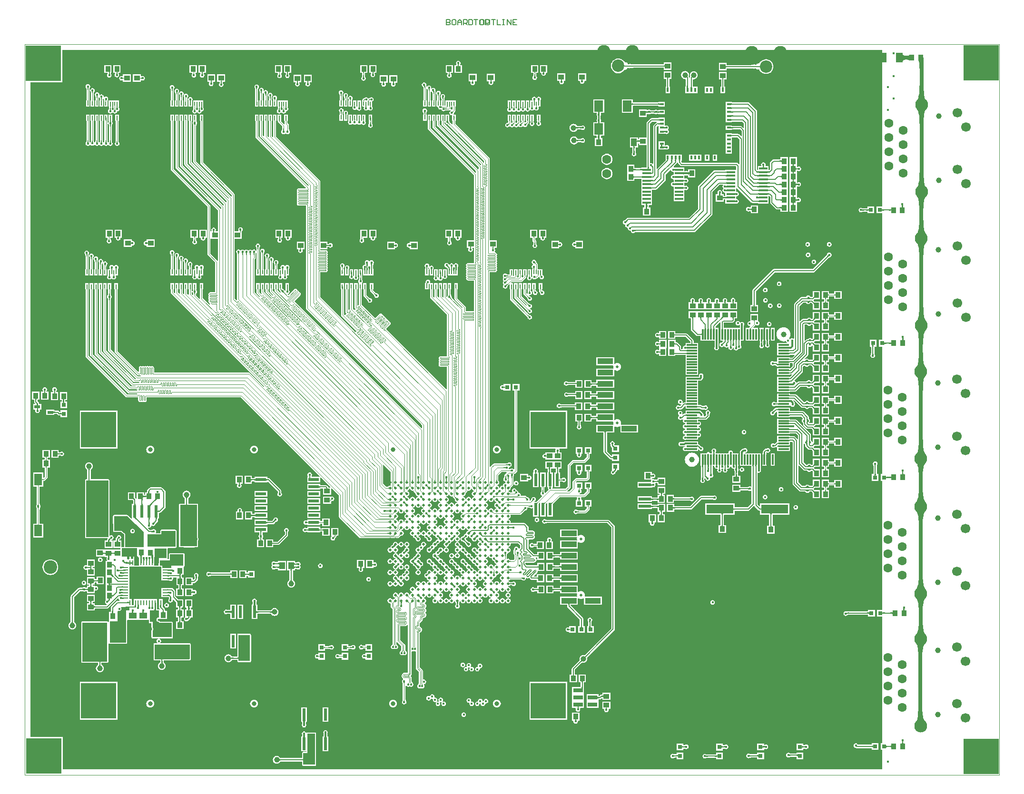
<source format=gtl>
G04 Layer_Physical_Order=1*
G04 Layer_Color=255*
%FSLAX43Y43*%
%MOMM*%
G71*
G01*
G75*
%ADD10C,0.100*%
%ADD11C,0.165*%
%ADD12R,1.600X2.000*%
%ADD13R,0.600X2.200*%
%ADD14R,0.950X1.000*%
%ADD15R,1.000X0.950*%
%ADD16R,1.000X0.900*%
%ADD17R,5.600X5.600*%
%ADD18R,0.950X0.250*%
%ADD19R,0.250X0.950*%
%ADD20R,0.900X1.000*%
%ADD21R,1.400X1.050*%
%ADD22R,2.600X1.550*%
%ADD23R,1.550X2.600*%
%ADD24R,1.150X1.800*%
%ADD25R,1.050X1.400*%
%ADD26R,0.800X0.800*%
%ADD27R,1.800X1.150*%
%ADD28R,1.000X1.000*%
%ADD29R,0.400X0.750*%
%ADD30R,0.750X0.400*%
%ADD31R,0.750X0.750*%
%ADD32R,1.500X0.450*%
%ADD33R,1.850X0.300*%
%ADD34R,0.300X1.850*%
%ADD35C,1.000*%
%ADD36R,0.800X0.800*%
%ADD37R,2.200X0.600*%
%ADD38R,4.850X1.550*%
%ADD39R,0.950X1.000*%
%ADD40R,0.230X0.700*%
%ADD41R,2.750X1.000*%
%ADD42R,1.400X2.100*%
%ADD43R,1.000X0.600*%
%ADD44C,0.500*%
%ADD45R,1.900X0.600*%
%ADD46R,1.700X0.800*%
%ADD47R,1.150X2.700*%
%ADD48R,1.000X1.300*%
%ADD49C,0.200*%
%ADD50C,0.400*%
%ADD51C,0.250*%
%ADD52C,0.600*%
%ADD53C,0.120*%
%ADD54C,0.300*%
%ADD55C,0.143*%
%ADD56C,0.700*%
%ADD57C,1.600*%
%ADD58C,2.300*%
%ADD59C,1.700*%
%ADD60C,2.200*%
%ADD61C,0.800*%
%ADD62C,2.400*%
%ADD63R,6.350X6.350*%
%ADD64C,0.400*%
G36*
X150298Y108325D02*
X150219Y108183D01*
X150149Y108007D01*
X150089Y107798D01*
X150038Y107557D01*
X149996Y107282D01*
X149941Y106633D01*
X149922Y105852D01*
X149222D01*
X149217Y106259D01*
X149148Y107282D01*
X149106Y107557D01*
X149055Y107798D01*
X148995Y108007D01*
X148925Y108183D01*
X148846Y108325D01*
X148758Y108434D01*
X150386D01*
X150298Y108325D01*
D02*
G37*
G36*
X150175Y36840D02*
X150097Y36698D01*
X150027Y36522D01*
X149967Y36314D01*
X149916Y36072D01*
X149874Y35797D01*
X149818Y35148D01*
X149800Y34367D01*
X149100D01*
X149095Y34774D01*
X149026Y35797D01*
X148984Y36072D01*
X148933Y36314D01*
X148873Y36522D01*
X148803Y36698D01*
X148724Y36840D01*
X148636Y36950D01*
X150263D01*
X150175Y36840D01*
D02*
G37*
G36*
X142957Y66992D02*
X142969Y66975D01*
X142989Y66960D01*
X143018Y66947D01*
X143054Y66936D01*
X143098Y66927D01*
X143151Y66920D01*
X143280Y66912D01*
X143356Y66911D01*
Y66711D01*
X143280Y66710D01*
X143098Y66695D01*
X143054Y66686D01*
X143018Y66675D01*
X142989Y66662D01*
X142969Y66647D01*
X142957Y66630D01*
X142953Y66611D01*
Y67011D01*
X142957Y66992D01*
D02*
G37*
G36*
X149804Y40751D02*
X149874Y39728D01*
X149916Y39453D01*
X149967Y39211D01*
X150027Y39003D01*
X150097Y38827D01*
X150175Y38684D01*
X150263Y38575D01*
X148636D01*
X148724Y38684D01*
X148803Y38827D01*
X148873Y39003D01*
X148933Y39211D01*
X148984Y39453D01*
X149026Y39728D01*
X149081Y40377D01*
X149100Y41158D01*
X149800D01*
X149804Y40751D01*
D02*
G37*
G36*
X149907Y88490D02*
X149976Y87467D01*
X150018Y87192D01*
X150069Y86951D01*
X150129Y86742D01*
X150199Y86567D01*
X150278Y86424D01*
X150366Y86315D01*
X148738D01*
X148826Y86424D01*
X148905Y86567D01*
X148975Y86742D01*
X149035Y86951D01*
X149086Y87192D01*
X149128Y87467D01*
X149183Y88116D01*
X149202Y88897D01*
X149902D01*
X149907Y88490D01*
D02*
G37*
G36*
X149705Y1701D02*
X149786Y690D01*
X149835Y416D01*
X149894Y173D01*
X149964Y-39D01*
X150045Y-220D01*
X150137Y-369D01*
X150239Y-486D01*
X148612Y-533D01*
X148686Y-433D01*
X148752Y-298D01*
X148810Y-129D01*
X148860Y76D01*
X148903Y316D01*
X148965Y899D01*
X148996Y1623D01*
X149000Y2037D01*
X149700Y2101D01*
X149705Y1701D01*
D02*
G37*
G36*
X150381Y92936D02*
X150290Y92825D01*
X150209Y92681D01*
X150137Y92504D01*
X150074Y92295D01*
X150022Y92053D01*
X149979Y91778D01*
X149921Y91130D01*
X149902Y90351D01*
X149202Y90364D01*
X149198Y90773D01*
X149130Y91798D01*
X149090Y92073D01*
X149041Y92314D01*
X148982Y92522D01*
X148915Y92697D01*
X148839Y92838D01*
X148754Y92945D01*
X150381Y92936D01*
D02*
G37*
G36*
X142523Y90706D02*
X142535Y90689D01*
X142555Y90674D01*
X142583Y90661D01*
X142620Y90650D01*
X142664Y90641D01*
X142716Y90634D01*
X142845Y90626D01*
X142922Y90625D01*
Y90425D01*
X142845Y90424D01*
X142664Y90409D01*
X142620Y90400D01*
X142583Y90389D01*
X142555Y90376D01*
X142535Y90361D01*
X142523Y90344D01*
X142519Y90325D01*
Y90725D01*
X142523Y90706D01*
D02*
G37*
G36*
X144131Y90325D02*
X144127Y90344D01*
X144115Y90361D01*
X144095Y90376D01*
X144067Y90389D01*
X144030Y90400D01*
X143986Y90409D01*
X143934Y90416D01*
X143805Y90424D01*
X143728Y90425D01*
Y90625D01*
X143805Y90626D01*
X143986Y90641D01*
X144030Y90650D01*
X144067Y90661D01*
X144095Y90674D01*
X144115Y90689D01*
X144127Y90706D01*
X144131Y90725D01*
Y90325D01*
D02*
G37*
G36*
X146360Y44024D02*
X146353Y44005D01*
X146347Y43979D01*
X146342Y43946D01*
X146333Y43860D01*
X146330Y43749D01*
X146343Y43589D01*
X146352Y43545D01*
X146363Y43509D01*
X146376Y43481D01*
X146391Y43460D01*
X146408Y43448D01*
X146427Y43444D01*
X146027D01*
X146046Y43448D01*
X146063Y43460D01*
X146078Y43481D01*
X146091Y43509D01*
X146102Y43545D01*
X146111Y43589D01*
X146118Y43642D01*
X146123Y43728D01*
X146106Y43979D01*
X146100Y44005D01*
X146093Y44024D01*
X146085Y44035D01*
X146368D01*
X146360Y44024D01*
D02*
G37*
G36*
X150199Y60875D02*
X150121Y60733D01*
X150051Y60557D01*
X149991Y60349D01*
X149940Y60107D01*
X149898Y59832D01*
X149842Y59183D01*
X149824Y58402D01*
X149124D01*
X149119Y58809D01*
X149050Y59832D01*
X149008Y60107D01*
X148957Y60349D01*
X148897Y60557D01*
X148827Y60733D01*
X148748Y60875D01*
X148660Y60985D01*
X150287D01*
X150199Y60875D01*
D02*
G37*
G36*
X143329Y43106D02*
X143341Y43089D01*
X143361Y43074D01*
X143389Y43061D01*
X143426Y43050D01*
X143470Y43041D01*
X143522Y43034D01*
X143651Y43026D01*
X143728Y43025D01*
Y42825D01*
X143651Y42824D01*
X143470Y42809D01*
X143426Y42800D01*
X143389Y42789D01*
X143361Y42776D01*
X143341Y42761D01*
X143329Y42744D01*
X143325Y42725D01*
Y43125D01*
X143329Y43106D01*
D02*
G37*
G36*
X146389Y67792D02*
X146382Y67773D01*
X146375Y67747D01*
X146370Y67715D01*
X146362Y67628D01*
X146361Y67596D01*
X146371Y67469D01*
X146380Y67425D01*
X146391Y67388D01*
X146404Y67360D01*
X146419Y67340D01*
X146436Y67328D01*
X146455Y67324D01*
X146055D01*
X146074Y67328D01*
X146091Y67340D01*
X146106Y67360D01*
X146119Y67388D01*
X146130Y67425D01*
X146139Y67469D01*
X146146Y67521D01*
X146148Y67550D01*
X146135Y67747D01*
X146128Y67773D01*
X146121Y67792D01*
X146113Y67804D01*
X146397D01*
X146389Y67792D01*
D02*
G37*
G36*
X150239Y13337D02*
X150137Y13219D01*
X150045Y13070D01*
X149964Y12890D01*
X149894Y12678D01*
X149835Y12435D01*
X149786Y12161D01*
X149722Y11518D01*
X149705Y11150D01*
X149700Y10750D01*
X149000Y10814D01*
X148996Y11228D01*
X148903Y12535D01*
X148860Y12775D01*
X148810Y12979D01*
X148752Y13149D01*
X148686Y13284D01*
X148612Y13384D01*
X150239Y13337D01*
D02*
G37*
G36*
X144183Y42725D02*
X144179Y42744D01*
X144167Y42761D01*
X144147Y42776D01*
X144118Y42789D01*
X144082Y42800D01*
X144038Y42809D01*
X143985Y42816D01*
X143856Y42824D01*
X143780Y42825D01*
Y43025D01*
X143856Y43026D01*
X144038Y43041D01*
X144082Y43050D01*
X144118Y43061D01*
X144147Y43074D01*
X144167Y43089D01*
X144179Y43106D01*
X144183Y43125D01*
Y42725D01*
D02*
G37*
G36*
X144211Y66611D02*
X144207Y66630D01*
X144195Y66647D01*
X144175Y66662D01*
X144147Y66675D01*
X144110Y66686D01*
X144066Y66695D01*
X144014Y66702D01*
X143885Y66710D01*
X143808Y66711D01*
Y66911D01*
X143885Y66912D01*
X144066Y66927D01*
X144110Y66936D01*
X144147Y66947D01*
X144175Y66960D01*
X144195Y66975D01*
X144207Y66992D01*
X144211Y67011D01*
Y66611D01*
D02*
G37*
G36*
X149907Y72996D02*
X149976Y71973D01*
X150018Y71698D01*
X150069Y71457D01*
X150129Y71248D01*
X150199Y71073D01*
X150278Y70930D01*
X150366Y70821D01*
X148738D01*
X148826Y70930D01*
X148905Y71073D01*
X148975Y71248D01*
X149035Y71457D01*
X149086Y71698D01*
X149128Y71973D01*
X149183Y72622D01*
X149202Y73403D01*
X149902D01*
X149907Y72996D01*
D02*
G37*
G36*
X150282Y45485D02*
X150190Y45374D01*
X150108Y45229D01*
X150036Y45053D01*
X149973Y44843D01*
X149920Y44601D01*
X149877Y44326D01*
X149819Y43679D01*
X149800Y42901D01*
X149100Y42916D01*
X149095Y43325D01*
X149029Y44350D01*
X148988Y44625D01*
X148939Y44867D01*
X148882Y45074D01*
X148815Y45249D01*
X148739Y45389D01*
X148654Y45496D01*
X150282Y45485D01*
D02*
G37*
G36*
X149804Y25257D02*
X149874Y24234D01*
X149916Y23959D01*
X149967Y23717D01*
X150027Y23508D01*
X150097Y23333D01*
X150175Y23190D01*
X150263Y23081D01*
X148636D01*
X148724Y23190D01*
X148803Y23333D01*
X148873Y23508D01*
X148933Y23717D01*
X148984Y23959D01*
X149026Y24234D01*
X149081Y24883D01*
X149100Y25664D01*
X149800D01*
X149804Y25257D01*
D02*
G37*
G36*
X149927Y112235D02*
X149996Y111212D01*
X150038Y110938D01*
X150089Y110696D01*
X150149Y110487D01*
X150219Y110312D01*
X150298Y110169D01*
X150386Y110060D01*
X148758D01*
X148846Y110169D01*
X148925Y110312D01*
X148995Y110487D01*
X149055Y110696D01*
X149106Y110938D01*
X149148Y111212D01*
X149203Y111861D01*
X149222Y112642D01*
X149922D01*
X149927Y112235D01*
D02*
G37*
G36*
X149922Y115728D02*
X149222D01*
X149220Y115994D01*
X149161Y116778D01*
X149134Y116904D01*
X149102Y117002D01*
X149066Y117072D01*
X149024Y117114D01*
X148978Y117128D01*
X149922D01*
Y115728D01*
D02*
G37*
G36*
X150347Y69177D02*
X150248Y69061D01*
X150159Y68913D01*
X150080Y68734D01*
X150012Y68523D01*
X149955Y68280D01*
X149908Y68006D01*
X149845Y67361D01*
X149829Y66992D01*
X149824Y66591D01*
X149124Y66641D01*
X149120Y67053D01*
X149023Y68359D01*
X148978Y68599D01*
X148926Y68805D01*
X148865Y68976D01*
X148797Y69112D01*
X148720Y69214D01*
X150347Y69177D01*
D02*
G37*
G36*
X146553Y19634D02*
X146592Y19634D01*
X146585Y19623D01*
X146578Y19604D01*
X146572Y19579D01*
X146567Y19546D01*
X146563Y19501D01*
X146569Y19429D01*
X146578Y19385D01*
X146589Y19349D01*
X146602Y19321D01*
X146617Y19300D01*
X146634Y19288D01*
X146653Y19284D01*
X146553D01*
X146553Y19278D01*
X146553Y19203D01*
X146353Y19200D01*
X146352Y19275D01*
X146352Y19284D01*
X146253D01*
X146272Y19288D01*
X146289Y19300D01*
X146304Y19321D01*
X146317Y19349D01*
X146328Y19385D01*
X146337Y19429D01*
X146340Y19453D01*
X146331Y19576D01*
X146325Y19602D01*
X146317Y19621D01*
X146309Y19633D01*
X146352Y19633D01*
X146353Y19687D01*
X146553D01*
X146553Y19634D01*
D02*
G37*
G36*
X150175Y21346D02*
X150097Y21204D01*
X150027Y21028D01*
X149967Y20820D01*
X149916Y20578D01*
X149874Y20303D01*
X149818Y19654D01*
X149800Y18873D01*
X149100D01*
X149095Y19280D01*
X149026Y20303D01*
X148984Y20578D01*
X148933Y20820D01*
X148873Y21028D01*
X148803Y21204D01*
X148724Y21346D01*
X148636Y21456D01*
X150263D01*
X150175Y21346D01*
D02*
G37*
G36*
X142575Y91125D02*
X141525D01*
Y89925D01*
X142575D01*
Y67411D01*
X141959D01*
Y66211D01*
X142575D01*
Y43525D01*
X142331D01*
Y42325D01*
X142575D01*
Y19390D01*
X141678D01*
Y18190D01*
X142575D01*
Y-4350D01*
X142302D01*
Y-5550D01*
X142575D01*
Y-9000D01*
X-3225D01*
Y-3225D01*
X-9000D01*
Y113275D01*
X-3275D01*
Y119000D01*
X142575Y119000D01*
Y91125D01*
D02*
G37*
G36*
X146248Y118168D02*
X146284Y118117D01*
X146345Y118072D01*
X146429Y118033D01*
X146537Y118000D01*
X146669Y117973D01*
X146804Y117955D01*
X147078Y117974D01*
X147186Y117996D01*
X147270Y118022D01*
X147330Y118051D01*
X147366Y118085D01*
X147378Y118122D01*
Y117926D01*
X147439Y117925D01*
Y117325D01*
X147378Y117324D01*
Y117128D01*
X147366Y117165D01*
X147330Y117199D01*
X147270Y117228D01*
X147186Y117254D01*
X147078Y117276D01*
X146946Y117293D01*
X146904Y117296D01*
X146669Y117277D01*
X146537Y117250D01*
X146429Y117217D01*
X146345Y117178D01*
X146284Y117133D01*
X146248Y117082D01*
X146236Y117025D01*
Y117324D01*
X146178Y117325D01*
Y117925D01*
X146236Y117925D01*
Y118225D01*
X146248Y118168D01*
D02*
G37*
G36*
X142676Y18971D02*
X142688Y18954D01*
X142708Y18939D01*
X142736Y18926D01*
X142772Y18915D01*
X142817Y18906D01*
X142869Y18899D01*
X142998Y18891D01*
X143075Y18890D01*
Y18690D01*
X142998Y18689D01*
X142817Y18674D01*
X142772Y18665D01*
X142736Y18654D01*
X142708Y18641D01*
X142688Y18626D01*
X142676Y18609D01*
X142672Y18590D01*
Y18990D01*
X142676Y18971D01*
D02*
G37*
G36*
X144409Y18590D02*
X144405Y18609D01*
X144393Y18626D01*
X144373Y18641D01*
X144344Y18654D01*
X144308Y18665D01*
X144264Y18674D01*
X144211Y18681D01*
X144082Y18689D01*
X144006Y18690D01*
Y18890D01*
X144082Y18891D01*
X144264Y18906D01*
X144308Y18915D01*
X144344Y18926D01*
X144373Y18939D01*
X144393Y18954D01*
X144405Y18971D01*
X144409Y18990D01*
Y18590D01*
D02*
G37*
G36*
X146309Y91447D02*
X146302Y91428D01*
X146295Y91402D01*
X146290Y91370D01*
X146282Y91283D01*
X146281Y91261D01*
X146291Y91139D01*
X146300Y91095D01*
X146311Y91058D01*
X146324Y91030D01*
X146339Y91010D01*
X146356Y90998D01*
X146375Y90994D01*
X145975D01*
X145994Y90998D01*
X146011Y91010D01*
X146026Y91030D01*
X146039Y91058D01*
X146050Y91095D01*
X146059Y91139D01*
X146066Y91191D01*
X146067Y91212D01*
X146055Y91402D01*
X146048Y91428D01*
X146041Y91447D01*
X146033Y91459D01*
X146317D01*
X146309Y91447D01*
D02*
G37*
G36*
X144183Y-5150D02*
X144179Y-5131D01*
X144167Y-5114D01*
X144147Y-5099D01*
X144118Y-5086D01*
X144082Y-5075D01*
X144038Y-5066D01*
X143985Y-5059D01*
X143856Y-5051D01*
X143780Y-5050D01*
Y-4850D01*
X143856Y-4849D01*
X144038Y-4834D01*
X144082Y-4825D01*
X144118Y-4814D01*
X144147Y-4801D01*
X144167Y-4786D01*
X144179Y-4769D01*
X144183Y-4750D01*
Y-5150D01*
D02*
G37*
G36*
X146360Y-3980D02*
X146353Y-3999D01*
X146347Y-4024D01*
X146342Y-4057D01*
X146333Y-4144D01*
X146332Y-4182D01*
X146343Y-4311D01*
X146352Y-4355D01*
X146363Y-4391D01*
X146376Y-4419D01*
X146391Y-4440D01*
X146408Y-4452D01*
X146427Y-4456D01*
X146027D01*
X146046Y-4452D01*
X146063Y-4440D01*
X146078Y-4419D01*
X146091Y-4391D01*
X146102Y-4355D01*
X146111Y-4311D01*
X146118Y-4258D01*
X146120Y-4226D01*
X146106Y-4024D01*
X146100Y-3999D01*
X146093Y-3980D01*
X146085Y-3968D01*
X146368D01*
X146360Y-3980D01*
D02*
G37*
G36*
X149800Y17568D02*
X149804Y17160D01*
X149874Y16137D01*
X149916Y15862D01*
X149966Y15621D01*
X150027Y15412D01*
X150096Y15237D01*
X150175Y15094D01*
X150263Y14985D01*
X148635Y14985D01*
X148724Y15095D01*
X148803Y15237D01*
X148872Y15413D01*
X148933Y15622D01*
X148984Y15863D01*
X149025Y16138D01*
X149081Y16787D01*
X149100Y17568D01*
X149800Y17568D01*
D02*
G37*
G36*
X149828Y64786D02*
X149898Y63763D01*
X149940Y63488D01*
X149991Y63246D01*
X150051Y63038D01*
X150121Y62862D01*
X150199Y62719D01*
X150287Y62610D01*
X148660D01*
X148748Y62719D01*
X148827Y62862D01*
X148897Y63038D01*
X148957Y63246D01*
X149008Y63488D01*
X149050Y63763D01*
X149105Y64412D01*
X149124Y65193D01*
X149824D01*
X149828Y64786D01*
D02*
G37*
G36*
X150278Y84580D02*
X150199Y84437D01*
X150129Y84262D01*
X150069Y84053D01*
X150018Y83812D01*
X149976Y83537D01*
X149921Y82888D01*
X149902Y82107D01*
X149202D01*
X149197Y82514D01*
X149128Y83537D01*
X149086Y83812D01*
X149035Y84053D01*
X148975Y84262D01*
X148905Y84437D01*
X148826Y84580D01*
X148738Y84689D01*
X150366D01*
X150278Y84580D01*
D02*
G37*
G36*
X149828Y49292D02*
X149898Y48269D01*
X149940Y47994D01*
X149991Y47752D01*
X150051Y47543D01*
X150121Y47368D01*
X150199Y47225D01*
X150287Y47116D01*
X148660D01*
X148748Y47225D01*
X148827Y47368D01*
X148897Y47543D01*
X148957Y47752D01*
X149008Y47994D01*
X149050Y48269D01*
X149105Y48918D01*
X149124Y49699D01*
X149824D01*
X149828Y49292D01*
D02*
G37*
G36*
X143300Y-4769D02*
X143312Y-4786D01*
X143332Y-4801D01*
X143360Y-4814D01*
X143396Y-4825D01*
X143441Y-4834D01*
X143493Y-4841D01*
X143622Y-4849D01*
X143699Y-4850D01*
Y-5050D01*
X143622Y-5051D01*
X143441Y-5066D01*
X143396Y-5075D01*
X143360Y-5086D01*
X143332Y-5099D01*
X143312Y-5114D01*
X143300Y-5131D01*
X143296Y-5150D01*
Y-4750D01*
X143300Y-4769D01*
D02*
G37*
G36*
X149927Y96741D02*
X149996Y95718D01*
X150038Y95444D01*
X150089Y95202D01*
X150149Y94993D01*
X150219Y94818D01*
X150298Y94675D01*
X150386Y94566D01*
X148758D01*
X148846Y94675D01*
X148925Y94818D01*
X148995Y94993D01*
X149055Y95202D01*
X149106Y95444D01*
X149148Y95718D01*
X149203Y96367D01*
X149222Y97148D01*
X149922D01*
X149927Y96741D01*
D02*
G37*
%LPC*%
G36*
X104200Y67400D02*
X102900D01*
Y67097D01*
X102886Y67069D01*
X102791Y67037D01*
X102731Y67077D01*
X102575Y67108D01*
X102419Y67077D01*
X102287Y66988D01*
X102198Y66856D01*
X102167Y66700D01*
X102198Y66544D01*
X102287Y66412D01*
X102419Y66323D01*
X102575Y66292D01*
X102731Y66323D01*
X102800Y66369D01*
X102886Y66332D01*
X102886Y66331D01*
X102900Y66305D01*
Y66040D01*
X102875Y65950D01*
X102875Y65910D01*
Y65652D01*
X102874Y65651D01*
X102775Y65597D01*
X102731Y65627D01*
X102575Y65658D01*
X102419Y65627D01*
X102287Y65538D01*
X102198Y65406D01*
X102167Y65250D01*
X102198Y65094D01*
X102287Y64962D01*
X102419Y64873D01*
X102575Y64842D01*
X102731Y64873D01*
X102775Y64903D01*
X102874Y64849D01*
X102875Y64848D01*
Y64550D01*
X104175D01*
Y65910D01*
X104200Y66000D01*
X104200Y66040D01*
Y67400D01*
D02*
G37*
G36*
X105775Y68975D02*
X104475D01*
Y67575D01*
X105775D01*
Y67982D01*
X105838Y67987D01*
X107581D01*
X108437Y67131D01*
Y66908D01*
X108433Y66850D01*
X107600D01*
Y66467D01*
X107523Y66403D01*
X107500Y66408D01*
X107344Y66377D01*
X107212Y66288D01*
X107123Y66156D01*
X107092Y66000D01*
X107114Y65888D01*
X107049Y65788D01*
X106844D01*
X106788Y65844D01*
Y66200D01*
X106766Y66310D01*
X106704Y66404D01*
X106204Y66904D01*
X106110Y66966D01*
X106000Y66988D01*
X105857D01*
X105800Y66992D01*
Y67400D01*
X104500D01*
Y66000D01*
X104475Y65950D01*
X104475D01*
Y64550D01*
X105775D01*
Y64707D01*
X105838Y64712D01*
X107551D01*
X107600Y64710D01*
Y64150D01*
Y63150D01*
Y62150D01*
Y61150D01*
X109850D01*
Y61650D01*
Y62650D01*
Y63650D01*
Y64650D01*
Y65650D01*
Y66850D01*
X109018D01*
X109013Y66913D01*
Y67250D01*
X108991Y67360D01*
X108929Y67454D01*
X107904Y68479D01*
X107810Y68541D01*
X107700Y68563D01*
X105832D01*
X105775Y68567D01*
Y68975D01*
D02*
G37*
G36*
X123475Y69525D02*
X122775D01*
Y67275D01*
X123475D01*
Y69525D01*
D02*
G37*
G36*
X121800Y74858D02*
X121644Y74827D01*
X121512Y74738D01*
X121423Y74606D01*
X121392Y74450D01*
X121423Y74294D01*
X121512Y74162D01*
X121644Y74073D01*
X121800Y74042D01*
X121956Y74073D01*
X122088Y74162D01*
X122177Y74294D01*
X122208Y74450D01*
X122177Y74606D01*
X122088Y74738D01*
X121956Y74827D01*
X121800Y74858D01*
D02*
G37*
G36*
X116050Y74883D02*
X115894Y74852D01*
X115762Y74763D01*
X115673Y74631D01*
X115642Y74475D01*
X115673Y74319D01*
X115736Y74225D01*
X115730Y74198D01*
X115703Y74156D01*
X115670Y74125D01*
X115350Y74125D01*
X115250Y74125D01*
X115010D01*
X114997Y74130D01*
X114947Y74225D01*
X114987Y74284D01*
X115018Y74440D01*
X114987Y74596D01*
X114898Y74728D01*
X114766Y74817D01*
X114610Y74848D01*
X114454Y74817D01*
X114322Y74728D01*
X114233Y74596D01*
X114202Y74440D01*
X114233Y74284D01*
X114273Y74225D01*
X114223Y74130D01*
X114210Y74125D01*
X113910Y74125D01*
X113810Y74125D01*
X113574D01*
X113521Y74225D01*
X113547Y74264D01*
X113578Y74420D01*
X113547Y74576D01*
X113458Y74708D01*
X113326Y74797D01*
X113170Y74828D01*
X113014Y74797D01*
X112882Y74708D01*
X112793Y74576D01*
X112762Y74420D01*
X112793Y74264D01*
X112819Y74225D01*
X112766Y74125D01*
X112470Y74125D01*
X112370Y74125D01*
X112129D01*
X112107Y74134D01*
X112064Y74225D01*
X112107Y74289D01*
X112138Y74445D01*
X112107Y74601D01*
X112018Y74733D01*
X111886Y74822D01*
X111730Y74853D01*
X111574Y74822D01*
X111442Y74733D01*
X111353Y74601D01*
X111322Y74445D01*
X111353Y74289D01*
X111396Y74225D01*
X111352Y74134D01*
X111332Y74125D01*
X111030Y74125D01*
X110930Y74125D01*
X110690D01*
X110677Y74130D01*
X110627Y74225D01*
X110667Y74284D01*
X110698Y74440D01*
X110667Y74596D01*
X110578Y74728D01*
X110446Y74817D01*
X110290Y74848D01*
X110134Y74817D01*
X110002Y74728D01*
X109913Y74596D01*
X109882Y74440D01*
X109913Y74284D01*
X109953Y74225D01*
X109903Y74130D01*
X109890Y74125D01*
X109590Y74125D01*
X109490Y74125D01*
X109247D01*
X109219Y74139D01*
X109187Y74234D01*
X109227Y74294D01*
X109258Y74450D01*
X109227Y74606D01*
X109138Y74738D01*
X109006Y74827D01*
X108850Y74858D01*
X108694Y74827D01*
X108562Y74738D01*
X108473Y74606D01*
X108442Y74450D01*
X108473Y74294D01*
X108519Y74225D01*
X108482Y74139D01*
X108481Y74139D01*
X108455Y74125D01*
X108150D01*
Y72825D01*
X109490D01*
X109550Y72825D01*
X109650Y72825D01*
X110930D01*
X110990Y72825D01*
X111090Y72825D01*
X112370D01*
X112430Y72825D01*
X112530Y72825D01*
X113810D01*
X113870Y72825D01*
X113970Y72825D01*
X115250D01*
X115310Y72825D01*
X115410Y72825D01*
X116750D01*
Y74125D01*
X116431D01*
X116396Y74158D01*
X116370Y74198D01*
X116364Y74225D01*
X116427Y74319D01*
X116458Y74475D01*
X116427Y74631D01*
X116338Y74763D01*
X116206Y74852D01*
X116050Y74883D01*
D02*
G37*
G36*
X78504Y77500D02*
X77874D01*
Y76400D01*
X77934D01*
Y75086D01*
X77953Y74989D01*
X78008Y74906D01*
X79297Y73617D01*
X79312Y73601D01*
X79314Y73588D01*
X79218Y73542D01*
X77644Y75117D01*
Y76400D01*
X77704D01*
Y77500D01*
X77074D01*
Y76400D01*
X77134D01*
Y75011D01*
X77153Y74914D01*
X77208Y74831D01*
X79322Y72717D01*
X79358Y72679D01*
X79421Y72602D01*
X79441Y72573D01*
X79456Y72548D01*
X79466Y72529D01*
X79467Y72526D01*
X79467Y72525D01*
X79498Y72369D01*
X79587Y72237D01*
X79719Y72148D01*
X79875Y72117D01*
X80031Y72148D01*
X80163Y72237D01*
X80252Y72369D01*
X80283Y72525D01*
X80252Y72681D01*
X80163Y72813D01*
X80031Y72902D01*
X79907Y72927D01*
Y73028D01*
X80006Y73048D01*
X80138Y73137D01*
X80227Y73269D01*
X80258Y73425D01*
X80227Y73581D01*
X80138Y73713D01*
X80006Y73802D01*
X79850Y73833D01*
X79849Y73833D01*
X79846Y73834D01*
X79827Y73844D01*
X79802Y73859D01*
X79775Y73878D01*
X79655Y73981D01*
X78444Y75192D01*
Y76400D01*
X78504D01*
Y77500D01*
D02*
G37*
G36*
X50840D02*
X50210D01*
Y76400D01*
X50282D01*
Y75313D01*
X50302Y75215D01*
X50357Y75133D01*
X50872Y74617D01*
X50908Y74579D01*
X50971Y74502D01*
X50991Y74473D01*
X51006Y74448D01*
X51016Y74429D01*
X51017Y74426D01*
X51017Y74425D01*
X51048Y74269D01*
X51137Y74137D01*
X51269Y74048D01*
X51425Y74017D01*
X51581Y74048D01*
X51713Y74137D01*
X51802Y74269D01*
X51833Y74425D01*
X51802Y74581D01*
X51713Y74713D01*
X51581Y74802D01*
X51425Y74833D01*
X51424Y74833D01*
X51421Y74834D01*
X51402Y74844D01*
X51377Y74859D01*
X51350Y74878D01*
X51230Y74981D01*
X50792Y75418D01*
Y76400D01*
X50840D01*
Y76599D01*
X50841Y76603D01*
X50840Y76607D01*
Y77500D01*
D02*
G37*
G36*
X80904D02*
X80274D01*
Y76400D01*
X80334D01*
Y76061D01*
X80353Y75964D01*
X80408Y75881D01*
X80438Y75852D01*
X80445Y75844D01*
X80450Y75839D01*
X80442Y75800D01*
X80473Y75644D01*
X80562Y75512D01*
X80694Y75423D01*
X80850Y75392D01*
X81006Y75423D01*
X81138Y75512D01*
X81227Y75644D01*
X81258Y75800D01*
X81227Y75956D01*
X81138Y76088D01*
X81006Y76177D01*
X80850Y76208D01*
X80844Y76213D01*
Y76400D01*
X80904D01*
Y77500D01*
D02*
G37*
G36*
X82104D02*
X81474D01*
Y76400D01*
X81534D01*
Y76086D01*
X81553Y75989D01*
X81608Y75906D01*
X81636Y75878D01*
X81667Y75843D01*
X81674Y75834D01*
X81667Y75800D01*
X81698Y75644D01*
X81787Y75512D01*
X81919Y75423D01*
X82075Y75392D01*
X82231Y75423D01*
X82363Y75512D01*
X82452Y75644D01*
X82483Y75800D01*
X82452Y75956D01*
X82363Y76088D01*
X82231Y76177D01*
X82075Y76208D01*
X82044Y76234D01*
Y76400D01*
X82104D01*
Y77500D01*
D02*
G37*
G36*
X52040D02*
X51410D01*
Y76400D01*
X51482D01*
Y76170D01*
X51502Y76072D01*
X51557Y75990D01*
X52051Y75496D01*
X52086Y75457D01*
X52149Y75380D01*
X52170Y75352D01*
X52185Y75327D01*
X52195Y75308D01*
X52196Y75305D01*
X52196Y75304D01*
X52227Y75147D01*
X52315Y75015D01*
X52447Y74927D01*
X52604Y74896D01*
X52760Y74927D01*
X52892Y75015D01*
X52980Y75147D01*
X53011Y75304D01*
X52980Y75460D01*
X52892Y75592D01*
X52760Y75680D01*
X52604Y75711D01*
X52602Y75711D01*
X52599Y75712D01*
X52580Y75722D01*
X52555Y75738D01*
X52528Y75757D01*
X52408Y75860D01*
X51992Y76275D01*
Y76400D01*
X52040D01*
Y76599D01*
X52041Y76603D01*
X52040Y76607D01*
Y77500D01*
D02*
G37*
G36*
X131525Y76075D02*
X130225D01*
Y75150D01*
X130119Y75028D01*
X129957D01*
X129919Y75032D01*
X129885Y75038D01*
X129857Y75046D01*
X129835Y75055D01*
X129817Y75064D01*
X129803Y75074D01*
X129791Y75084D01*
X129782Y75095D01*
X129766Y75119D01*
X129753Y75132D01*
X129710Y75196D01*
X129578Y75284D01*
X129422Y75315D01*
X129266Y75284D01*
X129134Y75196D01*
X129045Y75064D01*
X129038Y75028D01*
X128243D01*
X128133Y75006D01*
X128039Y74944D01*
X126971Y73876D01*
X126909Y73782D01*
X126887Y73672D01*
Y67676D01*
X126787Y67623D01*
X126706Y67677D01*
X126550Y67708D01*
X126394Y67677D01*
X126262Y67588D01*
X126242Y67559D01*
X126142D01*
X126138Y67563D01*
X126082Y67601D01*
X126067Y67700D01*
X126069Y67702D01*
X126185Y67919D01*
X126257Y68155D01*
X126281Y68400D01*
X126257Y68645D01*
X126185Y68881D01*
X126069Y69098D01*
X125913Y69288D01*
X125723Y69444D01*
X125506Y69560D01*
X125270Y69632D01*
X125025Y69656D01*
X124780Y69632D01*
X124544Y69560D01*
X124327Y69444D01*
X124137Y69288D01*
X123981Y69098D01*
X123865Y68881D01*
X123793Y68645D01*
X123769Y68400D01*
X123793Y68155D01*
X123865Y67919D01*
X123981Y67702D01*
X124137Y67512D01*
X124327Y67356D01*
X124544Y67240D01*
X124780Y67168D01*
X125025Y67144D01*
X125270Y67168D01*
X125381Y67202D01*
X125467Y67150D01*
X125473Y67119D01*
X125562Y66987D01*
X125616Y66950D01*
X125586Y66850D01*
X123900D01*
Y65650D01*
Y64650D01*
X126150D01*
Y64739D01*
X126174Y64754D01*
X126947D01*
X126949Y64755D01*
X126998Y64663D01*
X126581Y64246D01*
X126174D01*
X126150Y64261D01*
Y64350D01*
X123900D01*
Y63548D01*
X123800Y63495D01*
X123780Y63508D01*
X123663Y63531D01*
X123660Y63531D01*
X123506D01*
X123407Y63535D01*
X123332Y63543D01*
X123315Y63546D01*
X123231Y63602D01*
X123075Y63633D01*
X122919Y63602D01*
X122787Y63513D01*
X122698Y63381D01*
X122667Y63225D01*
X122698Y63069D01*
X122787Y62937D01*
X122919Y62848D01*
X123075Y62817D01*
X123231Y62848D01*
X123312Y62902D01*
X123538Y62918D01*
X123672Y62784D01*
X123672Y62784D01*
X123771Y62717D01*
X123888Y62694D01*
X123900D01*
Y62650D01*
X126150D01*
Y63239D01*
X126174Y63254D01*
X126575D01*
X126638Y63177D01*
X126637Y63172D01*
Y62752D01*
X126246Y62361D01*
X126150Y62350D01*
Y62350D01*
X126150Y62350D01*
X123900D01*
Y61150D01*
X126150D01*
Y61239D01*
X126174Y61254D01*
X126422D01*
X126486Y61267D01*
X126535Y61175D01*
X126241Y60881D01*
X126150Y60850D01*
Y60850D01*
X126150Y60850D01*
X123900D01*
Y60150D01*
Y59150D01*
Y58150D01*
X125943D01*
X125947Y58149D01*
X125951Y58150D01*
X126150D01*
Y58208D01*
X126206Y58212D01*
X127087D01*
X127197Y58234D01*
X127291Y58296D01*
X128031Y59037D01*
X129011D01*
X129055Y59034D01*
X129096Y59028D01*
X129131Y59021D01*
X129160Y59012D01*
X129181Y59004D01*
X129197Y58996D01*
X129207Y58989D01*
X129213Y58983D01*
X129226Y58966D01*
X129235Y58959D01*
X129262Y58919D01*
X129394Y58831D01*
X129550Y58800D01*
X129706Y58831D01*
X129838Y58919D01*
X129865Y58959D01*
X129874Y58967D01*
X129887Y58983D01*
X129893Y58989D01*
X129903Y58996D01*
X129919Y59004D01*
X129940Y59013D01*
X129968Y59021D01*
X130000Y59027D01*
X130032Y59031D01*
X130111Y58952D01*
X130179Y58876D01*
X130205Y58844D01*
X130225Y58817D01*
X130225Y58816D01*
Y57895D01*
X131525D01*
Y59295D01*
X130599D01*
X130592Y59300D01*
X130469Y59408D01*
X130419Y59458D01*
X130359Y59536D01*
X130416Y59593D01*
X130473Y59650D01*
X130554Y59724D01*
X130589Y59752D01*
X130599Y59759D01*
X131525D01*
Y61159D01*
X130225D01*
Y60238D01*
X130225Y60237D01*
X130208Y60214D01*
X130107Y60098D01*
X130040Y60032D01*
X130004Y60037D01*
X129969Y60044D01*
X129940Y60053D01*
X129919Y60061D01*
X129903Y60069D01*
X129893Y60076D01*
X129887Y60082D01*
X129874Y60099D01*
X129865Y60106D01*
X129838Y60146D01*
X129706Y60234D01*
X129550Y60265D01*
X129394Y60234D01*
X129262Y60146D01*
X129235Y60106D01*
X129226Y60099D01*
X129213Y60082D01*
X129207Y60076D01*
X129197Y60069D01*
X129181Y60061D01*
X129160Y60053D01*
X129131Y60044D01*
X129099Y60038D01*
X129008Y60028D01*
X127740D01*
X127630Y60006D01*
X127536Y59944D01*
X127401Y59809D01*
X127305Y59838D01*
X127302Y59856D01*
X127213Y59988D01*
X127081Y60077D01*
X126997Y60094D01*
X126964Y60202D01*
X128394Y61632D01*
X128456Y61725D01*
X128478Y61836D01*
Y62631D01*
X128704Y62856D01*
X128726Y62853D01*
X128759Y62846D01*
X128786Y62838D01*
X128807Y62830D01*
X128821Y62822D01*
X128831Y62815D01*
X128837Y62809D01*
X128851Y62792D01*
X128860Y62785D01*
X128887Y62744D01*
X129019Y62656D01*
X129175Y62625D01*
X129331Y62656D01*
X129463Y62744D01*
X129490Y62784D01*
X129499Y62791D01*
X129512Y62808D01*
X129518Y62814D01*
X129528Y62821D01*
X129544Y62829D01*
X129565Y62837D01*
X129594Y62846D01*
X129626Y62852D01*
X129717Y62862D01*
X129929D01*
X130111Y62681D01*
X130179Y62605D01*
X130205Y62572D01*
X130225Y62546D01*
X130225Y62545D01*
Y61624D01*
X131525D01*
Y63024D01*
X130599D01*
X130592Y63029D01*
X130469Y63137D01*
X130395Y63211D01*
X130414Y63334D01*
X130456Y63361D01*
X130515Y63421D01*
X130588Y63488D01*
X131525D01*
Y64888D01*
X130225D01*
Y63960D01*
X130130Y63853D01*
X129714D01*
X129670Y63856D01*
X129629Y63862D01*
X129594Y63869D01*
X129565Y63878D01*
X129544Y63886D01*
X129528Y63894D01*
X129518Y63901D01*
X129512Y63907D01*
X129499Y63924D01*
X129490Y63931D01*
X129463Y63971D01*
X129331Y64059D01*
X129175Y64090D01*
X129019Y64059D01*
X128887Y63971D01*
X128860Y63931D01*
X128851Y63924D01*
X128845Y63916D01*
X128798Y63909D01*
X128792Y63913D01*
X128772Y63955D01*
X128769Y64022D01*
X129354Y64606D01*
X129416Y64700D01*
X129438Y64810D01*
Y66165D01*
X129538Y66218D01*
X129600Y66176D01*
X129756Y66145D01*
X129912Y66176D01*
X130045Y66265D01*
X130088Y66330D01*
X130203Y66329D01*
X130225Y66307D01*
Y65353D01*
X131525D01*
Y66753D01*
X130729D01*
X130721Y66758D01*
X130698Y66774D01*
X130584Y66873D01*
X130494Y66963D01*
Y67102D01*
X130502Y67110D01*
X130530Y67137D01*
X130606Y67203D01*
X130623Y67217D01*
X131525D01*
Y68617D01*
X130225D01*
Y67671D01*
X130160Y67606D01*
X130059Y67615D01*
X130038Y67646D01*
X129906Y67734D01*
X129750Y67765D01*
X129594Y67734D01*
X129462Y67646D01*
X129414Y67575D01*
X129403Y67563D01*
X129397Y67554D01*
X129392Y67551D01*
X129381Y67546D01*
X129363Y67540D01*
X129338Y67535D01*
X129308Y67530D01*
X129277Y67528D01*
X129228D01*
X129118Y67506D01*
X129024Y67444D01*
X128845Y67265D01*
X128753Y67303D01*
Y70106D01*
X128784Y70137D01*
X129061D01*
X129105Y70134D01*
X129146Y70128D01*
X129181Y70121D01*
X129210Y70112D01*
X129231Y70104D01*
X129247Y70096D01*
X129257Y70089D01*
X129263Y70083D01*
X129276Y70066D01*
X129285Y70059D01*
X129312Y70019D01*
X129444Y69931D01*
X129600Y69900D01*
X129756Y69931D01*
X129888Y70019D01*
X129915Y70059D01*
X129924Y70066D01*
X129937Y70083D01*
X129943Y70089D01*
X129953Y70096D01*
X129969Y70104D01*
X129990Y70112D01*
X130019Y70121D01*
X130051Y70127D01*
X130115Y70134D01*
X130119Y70130D01*
X130139Y70109D01*
X130203Y70037D01*
X130223Y70012D01*
X130225Y70009D01*
Y69082D01*
X131525D01*
Y70482D01*
X130595D01*
X130491Y70573D01*
X130435Y70629D01*
X130484Y70716D01*
X130586Y70818D01*
X130630Y70861D01*
X130705Y70924D01*
X130730Y70942D01*
X130737Y70946D01*
X131525D01*
Y72346D01*
X130225D01*
Y71292D01*
X130110Y71157D01*
X130085Y71133D01*
X130054Y71137D01*
X130019Y71144D01*
X129990Y71153D01*
X129969Y71161D01*
X129953Y71169D01*
X129943Y71176D01*
X129937Y71182D01*
X129924Y71199D01*
X129915Y71206D01*
X129888Y71246D01*
X129756Y71334D01*
X129600Y71365D01*
X129444Y71334D01*
X129312Y71246D01*
X129285Y71206D01*
X129276Y71199D01*
X129263Y71182D01*
X129257Y71176D01*
X129247Y71169D01*
X129231Y71161D01*
X129210Y71153D01*
X129181Y71144D01*
X129149Y71138D01*
X129057Y71128D01*
X128493D01*
X128383Y71106D01*
X128289Y71044D01*
X127970Y70725D01*
X127878Y70763D01*
Y73381D01*
X128534Y74037D01*
X129038D01*
X129045Y74001D01*
X129134Y73869D01*
X129266Y73781D01*
X129422Y73750D01*
X129578Y73781D01*
X129710Y73869D01*
X129753Y73933D01*
X129766Y73946D01*
X129782Y73970D01*
X129791Y73981D01*
X129803Y73991D01*
X129817Y74001D01*
X129835Y74010D01*
X129857Y74019D01*
X129885Y74027D01*
X129919Y74033D01*
X129943Y74035D01*
X130111Y73867D01*
X130179Y73792D01*
X130205Y73759D01*
X130225Y73732D01*
X130225Y73732D01*
Y72810D01*
X131525D01*
Y74210D01*
X130599D01*
X130592Y74216D01*
X130469Y74324D01*
X130403Y74390D01*
X130413Y74516D01*
X130426Y74522D01*
X130429Y74527D01*
X130444Y74536D01*
X130515Y74608D01*
X130525Y74618D01*
X130588Y74674D01*
X130590Y74675D01*
X131525D01*
Y76075D01*
D02*
G37*
G36*
X122475Y70633D02*
X122319Y70602D01*
X122187Y70513D01*
X122098Y70381D01*
X122067Y70225D01*
X122098Y70069D01*
X122187Y69937D01*
X122319Y69848D01*
X122475Y69817D01*
X122631Y69848D01*
X122763Y69937D01*
X122852Y70069D01*
X122883Y70225D01*
X122852Y70381D01*
X122763Y70513D01*
X122631Y70602D01*
X122475Y70633D01*
D02*
G37*
G36*
X120500Y72025D02*
X119100D01*
Y70790D01*
X119008Y70706D01*
X119000Y70708D01*
X118844Y70677D01*
X118712Y70588D01*
X118623Y70456D01*
X118592Y70300D01*
X118623Y70144D01*
X118712Y70012D01*
X118844Y69923D01*
X119000Y69892D01*
X119019Y69896D01*
X119068Y69804D01*
X118945Y69680D01*
X118890Y69598D01*
X118875Y69525D01*
X118275D01*
Y67275D01*
X120475D01*
Y69525D01*
X119641D01*
X119603Y69617D01*
X119980Y69995D01*
X120008Y70036D01*
X120037Y70077D01*
X120135Y70063D01*
X120194Y70023D01*
X120350Y69992D01*
X120506Y70023D01*
X120638Y70112D01*
X120727Y70244D01*
X120758Y70400D01*
X120727Y70556D01*
X120638Y70688D01*
X120506Y70777D01*
X120500Y70778D01*
Y72025D01*
D02*
G37*
G36*
X135400Y68633D02*
X134050D01*
Y68188D01*
X133125D01*
Y68617D01*
X131825D01*
Y67217D01*
X132220D01*
Y66753D01*
X131825D01*
Y65353D01*
X133125D01*
Y66753D01*
X132730D01*
Y67217D01*
X133125D01*
Y67678D01*
X134050D01*
Y67233D01*
X135400D01*
Y68633D01*
D02*
G37*
G36*
X104175Y68975D02*
X102875D01*
Y68677D01*
X102874Y68676D01*
X102775Y68622D01*
X102731Y68652D01*
X102575Y68683D01*
X102419Y68652D01*
X102287Y68563D01*
X102198Y68431D01*
X102167Y68275D01*
X102198Y68119D01*
X102287Y67987D01*
X102419Y67898D01*
X102575Y67867D01*
X102731Y67898D01*
X102775Y67928D01*
X102874Y67874D01*
X102875Y67873D01*
Y67575D01*
X104175D01*
Y68975D01*
D02*
G37*
G36*
X122675Y73883D02*
X122519Y73852D01*
X122387Y73763D01*
X122298Y73631D01*
X122267Y73475D01*
X122298Y73319D01*
X122387Y73187D01*
X122519Y73098D01*
X122675Y73067D01*
X122831Y73098D01*
X122963Y73187D01*
X123052Y73319D01*
X123083Y73475D01*
X123052Y73631D01*
X122963Y73763D01*
X122831Y73852D01*
X122675Y73883D01*
D02*
G37*
G36*
X124275Y73908D02*
X124119Y73877D01*
X123987Y73788D01*
X123898Y73656D01*
X123867Y73500D01*
X123898Y73344D01*
X123987Y73212D01*
X124119Y73123D01*
X124275Y73092D01*
X124431Y73123D01*
X124563Y73212D01*
X124652Y73344D01*
X124683Y73500D01*
X124652Y73656D01*
X124563Y73788D01*
X124431Y73877D01*
X124275Y73908D01*
D02*
G37*
G36*
X135400Y72367D02*
X134050D01*
Y71922D01*
X133125D01*
Y72346D01*
X131825D01*
Y70946D01*
X132220D01*
Y70482D01*
X131825D01*
Y69082D01*
X133125D01*
Y70482D01*
X132730D01*
Y70946D01*
X133125D01*
Y71412D01*
X134050D01*
Y70967D01*
X135400D01*
Y72367D01*
D02*
G37*
G36*
X113910Y72525D02*
X113870D01*
Y72525D01*
X112470D01*
Y72525D01*
X112430D01*
Y72525D01*
X111030D01*
Y72525D01*
X110990D01*
Y72525D01*
X109590D01*
Y72525D01*
X109550D01*
Y72525D01*
X108150D01*
Y71225D01*
X108557D01*
X108562Y71162D01*
Y69250D01*
X108584Y69140D01*
X108646Y69046D01*
X109496Y68196D01*
X109590Y68134D01*
X109700Y68112D01*
X110217D01*
X110275Y68108D01*
Y67275D01*
X112768D01*
Y66800D01*
X112756Y66738D01*
Y66141D01*
X112736Y66111D01*
X112705Y65955D01*
X112736Y65799D01*
X112824Y65667D01*
X112957Y65578D01*
X113113Y65547D01*
X113269Y65578D01*
X113401Y65667D01*
X113490Y65799D01*
X113521Y65955D01*
X113490Y66111D01*
X113470Y66141D01*
Y66689D01*
X113482Y66750D01*
Y68400D01*
X113475Y68434D01*
Y69525D01*
X112917D01*
X112913Y69581D01*
Y69771D01*
X113739Y70597D01*
X113785Y70587D01*
X113837Y70553D01*
Y69574D01*
X113835Y69525D01*
X113775D01*
Y69326D01*
X113774Y69322D01*
X113775Y69318D01*
Y67275D01*
X114226D01*
X114268Y67175D01*
X114165Y67072D01*
X114099Y67011D01*
X114030Y66954D01*
X114007Y66937D01*
X113990Y66926D01*
X113989Y66926D01*
X113869Y66902D01*
X113737Y66813D01*
X113648Y66681D01*
X113617Y66525D01*
X113648Y66369D01*
X113737Y66237D01*
X113869Y66148D01*
X114025Y66117D01*
X114181Y66148D01*
X114313Y66237D01*
X114387Y66347D01*
X114478Y66341D01*
X114491Y66336D01*
X114504Y66272D01*
X114592Y66140D01*
X114725Y66051D01*
X114881Y66020D01*
X115037Y66051D01*
X115133Y66116D01*
X115223Y66056D01*
X115217Y66025D01*
X115248Y65869D01*
X115337Y65737D01*
X115469Y65648D01*
X115625Y65617D01*
X115781Y65648D01*
X115913Y65737D01*
X116002Y65869D01*
X116033Y66025D01*
X116106Y66049D01*
X116174Y65957D01*
X116167Y65925D01*
X116198Y65769D01*
X116287Y65637D01*
X116419Y65548D01*
X116575Y65517D01*
X116731Y65548D01*
X116863Y65637D01*
X116930Y65737D01*
X116952Y65769D01*
X117061Y65805D01*
X117125Y65792D01*
X117281Y65823D01*
X117413Y65912D01*
X117502Y66044D01*
X117533Y66200D01*
X117502Y66356D01*
X117434Y66458D01*
X117434Y66459D01*
X117429Y66478D01*
X117425Y66503D01*
X117413Y66699D01*
Y67226D01*
X117415Y67275D01*
X117975D01*
Y68366D01*
X117982Y68400D01*
Y69446D01*
X117982Y69446D01*
X117982Y69446D01*
Y70014D01*
X118002Y70044D01*
X118033Y70200D01*
X118002Y70356D01*
X117913Y70488D01*
X117781Y70577D01*
X117625Y70608D01*
X117469Y70577D01*
X117381Y70518D01*
X117288Y70530D01*
X117264Y70551D01*
X117188Y70663D01*
X117056Y70752D01*
X116900Y70783D01*
X116744Y70752D01*
X116612Y70663D01*
X116523Y70531D01*
X116492Y70375D01*
X116523Y70219D01*
X116612Y70087D01*
X116744Y69998D01*
X116900Y69967D01*
X117056Y69998D01*
X117144Y70057D01*
X117237Y70045D01*
X117261Y70024D01*
X117268Y70014D01*
Y69525D01*
X114417D01*
X114413Y69581D01*
Y70456D01*
X114444Y70487D01*
X115900D01*
X116010Y70509D01*
X116104Y70571D01*
X116254Y70721D01*
X116316Y70815D01*
X116338Y70925D01*
Y71168D01*
X116342Y71225D01*
X116750D01*
Y72525D01*
X115410D01*
X115350Y72525D01*
X115250Y72525D01*
X113970D01*
X113910Y72525D01*
Y72525D01*
D02*
G37*
G36*
X-7375Y58175D02*
X-8675D01*
Y56775D01*
X-8341D01*
X-8331Y56657D01*
Y56375D01*
X-8331Y56375D01*
X-8308Y56258D01*
X-8241Y56159D01*
X-8158Y56075D01*
X-8199Y55975D01*
X-8450D01*
Y54975D01*
X-8184D01*
X-8113Y54875D01*
X-8133Y54775D01*
X-8102Y54619D01*
X-8013Y54487D01*
X-7881Y54398D01*
X-7725Y54367D01*
X-7569Y54398D01*
X-7437Y54487D01*
X-7348Y54619D01*
X-7317Y54775D01*
X-7337Y54875D01*
X-7266Y54975D01*
X-7050D01*
Y55975D01*
X-7441D01*
X-7444Y56023D01*
Y56100D01*
X-7444Y56100D01*
X-7467Y56217D01*
X-7534Y56316D01*
X-7534Y56316D01*
X-7719Y56502D01*
Y56663D01*
X-7713Y56762D01*
X-7711Y56775D01*
X-7375D01*
Y58175D01*
D02*
G37*
G36*
X126150Y57850D02*
X123900D01*
Y57150D01*
Y56306D01*
X123893Y56306D01*
X123587D01*
X123481Y56377D01*
X123325Y56408D01*
X123169Y56377D01*
X123037Y56288D01*
X122948Y56156D01*
X122917Y56000D01*
X122948Y55844D01*
X123037Y55712D01*
X123169Y55623D01*
X123325Y55592D01*
X123481Y55623D01*
X123587Y55694D01*
X123900D01*
Y55650D01*
X126150D01*
Y56002D01*
X126250Y56043D01*
X126271Y56022D01*
X126249Y55910D01*
X126280Y55754D01*
X126369Y55622D01*
X126501Y55533D01*
X126657Y55502D01*
X126813Y55533D01*
X126946Y55622D01*
X127034Y55754D01*
X127065Y55910D01*
X127034Y56066D01*
X127014Y56096D01*
Y56217D01*
X126987Y56354D01*
X126909Y56469D01*
X126766Y56613D01*
X126801Y56719D01*
X126858Y56727D01*
X128164Y55421D01*
X128257Y55359D01*
X128367Y55337D01*
X128686D01*
X128730Y55334D01*
X128771Y55328D01*
X128806Y55321D01*
X128835Y55312D01*
X128856Y55304D01*
X128872Y55296D01*
X128882Y55289D01*
X128888Y55283D01*
X128901Y55266D01*
X128910Y55259D01*
X128937Y55219D01*
X129069Y55131D01*
X129225Y55100D01*
X129381Y55131D01*
X129513Y55219D01*
X129540Y55259D01*
X129549Y55266D01*
X129562Y55283D01*
X129568Y55289D01*
X129578Y55296D01*
X129594Y55304D01*
X129615Y55312D01*
X129644Y55321D01*
X129676Y55327D01*
X129768Y55337D01*
X129996D01*
X130111Y55223D01*
X130179Y55147D01*
X130205Y55115D01*
X130225Y55088D01*
X130225Y55087D01*
Y54166D01*
X131525D01*
Y55566D01*
X130599D01*
X130592Y55571D01*
X130469Y55679D01*
X130405Y55743D01*
X130421Y55869D01*
X130473Y55921D01*
X130554Y55995D01*
X130589Y56023D01*
X130599Y56030D01*
X131525D01*
Y57430D01*
X130225D01*
Y56509D01*
X130225Y56508D01*
X130208Y56485D01*
X130107Y56369D01*
X130065Y56328D01*
X129764D01*
X129720Y56331D01*
X129679Y56337D01*
X129644Y56344D01*
X129615Y56353D01*
X129594Y56361D01*
X129578Y56369D01*
X129568Y56376D01*
X129562Y56382D01*
X129549Y56399D01*
X129540Y56406D01*
X129513Y56446D01*
X129381Y56534D01*
X129225Y56565D01*
X129069Y56534D01*
X128937Y56446D01*
X128910Y56406D01*
X128901Y56399D01*
X128888Y56382D01*
X128882Y56376D01*
X128872Y56369D01*
X128856Y56361D01*
X128835Y56353D01*
X128806Y56344D01*
X128774Y56338D01*
X128682Y56328D01*
X128659D01*
X127326Y57661D01*
X127232Y57724D01*
X127122Y57746D01*
X126174D01*
X126150Y57761D01*
Y57850D01*
D02*
G37*
G36*
X94875Y54300D02*
X91725D01*
Y53891D01*
X91608Y53881D01*
X90986D01*
X90886Y53887D01*
X90875Y53889D01*
Y54275D01*
X89575D01*
Y52875D01*
X90875D01*
Y53259D01*
X90992Y53269D01*
X91614D01*
X91714Y53263D01*
X91725Y53261D01*
Y52900D01*
X94702D01*
X94757Y52817D01*
X94743Y52783D01*
X94719Y52600D01*
X94743Y52417D01*
X94757Y52383D01*
X94702Y52300D01*
X91725D01*
Y50900D01*
X92984D01*
X92994Y50783D01*
Y47450D01*
X92994Y47450D01*
X93017Y47333D01*
X93084Y47234D01*
X94084Y46234D01*
X94183Y46167D01*
X94300Y46144D01*
X94413D01*
X94512Y46138D01*
X94525Y46136D01*
Y45850D01*
X95725D01*
Y47050D01*
X94525D01*
Y46766D01*
X94425Y46757D01*
X93606Y47577D01*
Y50789D01*
X93612Y50889D01*
X93614Y50900D01*
X94875D01*
Y52014D01*
X94975Y52063D01*
X95072Y51989D01*
X95242Y51918D01*
X95425Y51894D01*
X95608Y51918D01*
X95778Y51989D01*
X95875Y52063D01*
X95975Y52014D01*
Y50900D01*
X99125D01*
Y52300D01*
X96148D01*
X96093Y52383D01*
X96107Y52417D01*
X96131Y52600D01*
X96107Y52783D01*
X96036Y52953D01*
X95924Y53099D01*
X95778Y53211D01*
X95608Y53282D01*
X95425Y53306D01*
X95242Y53282D01*
X95072Y53211D01*
X94975Y53137D01*
X94875Y53186D01*
Y54300D01*
D02*
G37*
G36*
X-2425Y58100D02*
X-3725D01*
Y56700D01*
X-3391D01*
X-3381Y56584D01*
X-3387Y56486D01*
X-3389Y56475D01*
X-3650D01*
Y55275D01*
X-2450D01*
Y56475D01*
X-2759D01*
X-2769Y56591D01*
X-2763Y56689D01*
X-2761Y56700D01*
X-2425D01*
Y58100D01*
D02*
G37*
G36*
X89225Y56300D02*
X87925D01*
Y55968D01*
X87862Y55963D01*
X85560D01*
X85470Y55966D01*
X85382Y55975D01*
X85353Y55979D01*
X85334Y55984D01*
X85333Y55984D01*
X85231Y56052D01*
X85075Y56083D01*
X84919Y56052D01*
X84787Y55963D01*
X84698Y55831D01*
X84667Y55675D01*
X84698Y55519D01*
X84787Y55387D01*
X84919Y55298D01*
X85075Y55267D01*
X85231Y55298D01*
X85333Y55366D01*
X85334Y55366D01*
X85353Y55371D01*
X85378Y55375D01*
X85574Y55387D01*
X87868D01*
X87925Y55383D01*
Y54900D01*
X89225D01*
Y56300D01*
D02*
G37*
G36*
X94875D02*
X91725D01*
Y55916D01*
X91608Y55906D01*
X90936D01*
X90836Y55912D01*
X90825Y55914D01*
Y56300D01*
X89525D01*
Y54900D01*
X90825D01*
Y55284D01*
X90942Y55294D01*
X91614D01*
X91714Y55288D01*
X91725Y55286D01*
Y54900D01*
X94875D01*
Y56300D01*
D02*
G37*
G36*
X124103Y55351D02*
X124099Y55350D01*
X123900D01*
Y55312D01*
X123796Y55306D01*
X123676D01*
X123676Y55306D01*
X123559Y55283D01*
X123459Y55216D01*
X123459Y55216D01*
X123134Y54891D01*
X123104Y54862D01*
X123009Y54776D01*
X122997Y54767D01*
X122919Y54752D01*
X122787Y54663D01*
X122698Y54531D01*
X122667Y54375D01*
X122698Y54219D01*
X122787Y54087D01*
X122919Y53998D01*
X123075Y53967D01*
X123231Y53998D01*
X123363Y54087D01*
X123452Y54219D01*
X123477Y54343D01*
X123480Y54349D01*
X123630Y54521D01*
X123800Y54692D01*
X123900Y54689D01*
Y53650D01*
X126150D01*
Y53739D01*
X126174Y53754D01*
X128131D01*
X128443Y53442D01*
X128431Y53313D01*
X128394Y53288D01*
X128306Y53156D01*
X128275Y53000D01*
X128306Y52844D01*
X128394Y52712D01*
X128434Y52685D01*
X128441Y52676D01*
X128458Y52663D01*
X128464Y52657D01*
X128471Y52647D01*
X128479Y52631D01*
X128487Y52610D01*
X128496Y52581D01*
X128502Y52549D01*
X128512Y52458D01*
Y52353D01*
X128534Y52243D01*
X128596Y52149D01*
X129064Y51681D01*
X129158Y51619D01*
X129268Y51597D01*
X130008D01*
X130111Y51494D01*
X130179Y51418D01*
X130205Y51386D01*
X130225Y51359D01*
X130225Y51358D01*
Y50437D01*
X131525D01*
Y51837D01*
X130599D01*
X130592Y51842D01*
X130489Y51933D01*
X130487Y51985D01*
X130488Y51997D01*
X130510Y52050D01*
X130579Y52096D01*
X130667Y52185D01*
X130692Y52209D01*
X130762Y52270D01*
X130787Y52289D01*
X130805Y52301D01*
X131525D01*
Y53701D01*
X130225D01*
Y52588D01*
X129616D01*
X129586Y52688D01*
X129621Y52712D01*
X129709Y52844D01*
X129740Y53000D01*
X129709Y53156D01*
X129621Y53288D01*
X129581Y53315D01*
X129574Y53324D01*
X129557Y53337D01*
X129551Y53343D01*
X129544Y53353D01*
X129536Y53369D01*
X129528Y53390D01*
X129519Y53419D01*
X129513Y53451D01*
X129503Y53542D01*
Y53664D01*
X129481Y53775D01*
X129419Y53868D01*
X128626Y54661D01*
X128532Y54724D01*
X128422Y54746D01*
X126174D01*
X126150Y54761D01*
Y55292D01*
X126104Y55327D01*
X126119Y55350D01*
X124112D01*
X124109Y55351D01*
X124106Y55350D01*
X124103Y55351D01*
D02*
G37*
G36*
X111575Y54883D02*
X111419Y54852D01*
X111287Y54763D01*
X111198Y54631D01*
X111167Y54475D01*
X111198Y54319D01*
X111252Y54239D01*
X111267Y54024D01*
X111048Y53806D01*
X110871D01*
X110809Y53906D01*
X110833Y54025D01*
X110802Y54181D01*
X110764Y54237D01*
X110755Y54286D01*
X110677Y54402D01*
X110327Y54752D01*
X110211Y54830D01*
X110074Y54857D01*
X108725D01*
X108691Y54850D01*
X107600D01*
Y54312D01*
X107496Y54306D01*
X107380D01*
X107380Y54306D01*
X107263Y54283D01*
X107164Y54216D01*
X107108Y54161D01*
X107027Y54219D01*
X107058Y54375D01*
X107027Y54531D01*
X106938Y54663D01*
X106806Y54752D01*
X106650Y54783D01*
X106494Y54752D01*
X106362Y54663D01*
X106273Y54531D01*
X106242Y54375D01*
X106273Y54219D01*
X106362Y54087D01*
X106465Y54018D01*
X106466Y54015D01*
X106468Y53918D01*
X106465Y53907D01*
X106367Y53841D01*
X106278Y53709D01*
X106247Y53553D01*
X106278Y53397D01*
X106367Y53264D01*
X106499Y53176D01*
X106655Y53145D01*
X106811Y53176D01*
X106917Y53247D01*
X106933D01*
X106933Y53247D01*
X107050Y53270D01*
X107103Y53306D01*
X107175Y53233D01*
X107123Y53156D01*
X107092Y53000D01*
X107123Y52844D01*
X107212Y52712D01*
X107344Y52623D01*
X107500Y52592D01*
X107573Y52519D01*
Y52481D01*
X107500Y52408D01*
X107344Y52377D01*
X107212Y52288D01*
X107123Y52156D01*
X107092Y52000D01*
X107123Y51844D01*
X107212Y51712D01*
X107344Y51623D01*
X107500Y51592D01*
X107573Y51519D01*
Y51481D01*
X107500Y51408D01*
X107344Y51377D01*
X107212Y51288D01*
X107123Y51156D01*
X107092Y51000D01*
X107123Y50844D01*
X107212Y50712D01*
X107344Y50623D01*
X107500Y50592D01*
X107573Y50519D01*
Y50481D01*
X107500Y50408D01*
X107344Y50377D01*
X107212Y50288D01*
X107123Y50156D01*
X107092Y50000D01*
X107123Y49844D01*
X107212Y49712D01*
X107344Y49623D01*
X107500Y49592D01*
X107656Y49623D01*
X107696Y49650D01*
X109850D01*
Y50033D01*
X109927Y50097D01*
X109950Y50092D01*
X110106Y50123D01*
X110238Y50212D01*
X110327Y50344D01*
X110358Y50500D01*
X110327Y50656D01*
X110238Y50788D01*
X110106Y50877D01*
X109950Y50908D01*
X109877Y50981D01*
Y51019D01*
X109950Y51092D01*
X110106Y51123D01*
X110238Y51212D01*
X110327Y51344D01*
X110358Y51500D01*
X110327Y51656D01*
X110238Y51788D01*
X110106Y51877D01*
X109950Y51908D01*
X109877Y51981D01*
Y52019D01*
X109950Y52092D01*
X110106Y52123D01*
X110238Y52212D01*
X110327Y52344D01*
X110358Y52500D01*
X110327Y52656D01*
X110238Y52788D01*
X110106Y52877D01*
X109950Y52908D01*
X109927Y52903D01*
X109850Y52967D01*
Y53188D01*
X109954Y53194D01*
X111175D01*
X111175Y53194D01*
X111292Y53217D01*
X111391Y53284D01*
X111791Y53684D01*
X111791Y53684D01*
X111858Y53783D01*
X111881Y53900D01*
Y54043D01*
X111886Y54143D01*
X111893Y54217D01*
X111896Y54236D01*
X111897Y54236D01*
X111952Y54319D01*
X111983Y54475D01*
X111952Y54631D01*
X111863Y54763D01*
X111731Y54852D01*
X111575Y54883D01*
D02*
G37*
G36*
X126150Y53350D02*
X123900D01*
Y52650D01*
Y51650D01*
Y50650D01*
X126150D01*
Y50739D01*
X126174Y50754D01*
X127231D01*
X127587Y50398D01*
Y49799D01*
X127487Y49757D01*
X127083Y50161D01*
X126990Y50224D01*
X126879Y50246D01*
X126174D01*
X126150Y50261D01*
Y50350D01*
X123900D01*
Y49290D01*
X123861Y49283D01*
X123762Y49216D01*
X123762Y49216D01*
X123451Y48906D01*
X123437D01*
X123331Y48977D01*
X123175Y49008D01*
X123019Y48977D01*
X122887Y48888D01*
X122798Y48756D01*
X122767Y48600D01*
X122798Y48444D01*
X122887Y48312D01*
X123019Y48223D01*
X123175Y48192D01*
X123331Y48223D01*
X123437Y48294D01*
X123548D01*
X123573Y48289D01*
X123690Y48312D01*
X123759Y48358D01*
X123790Y48379D01*
X123813Y48376D01*
X123896Y48352D01*
X123900Y48348D01*
X123900Y48251D01*
Y47650D01*
X126150D01*
Y48350D01*
X124000D01*
X123976Y48350D01*
X123887Y48366D01*
X123833Y48422D01*
X124061Y48650D01*
X126150D01*
Y49239D01*
X126174Y49254D01*
X126588D01*
X126662Y49181D01*
Y41813D01*
X126684Y41703D01*
X126746Y41609D01*
X127849Y40506D01*
X127943Y40444D01*
X128053Y40422D01*
X128736D01*
X128780Y40419D01*
X128821Y40413D01*
X128856Y40406D01*
X128885Y40397D01*
X128906Y40389D01*
X128922Y40381D01*
X128932Y40374D01*
X128938Y40368D01*
X128951Y40351D01*
X128960Y40344D01*
X128987Y40304D01*
X129119Y40216D01*
X129275Y40185D01*
X129431Y40216D01*
X129563Y40304D01*
X129590Y40344D01*
X129599Y40351D01*
X129612Y40368D01*
X129618Y40374D01*
X129628Y40381D01*
X129644Y40389D01*
X129665Y40397D01*
X129694Y40406D01*
X129726Y40412D01*
X129818Y40422D01*
X129996D01*
X130111Y40307D01*
X130179Y40232D01*
X130205Y40199D01*
X130225Y40172D01*
X130225Y40172D01*
Y39250D01*
X131525D01*
Y40650D01*
X130599D01*
X130592Y40655D01*
X130469Y40763D01*
X130405Y40828D01*
X130421Y40953D01*
X130473Y41006D01*
X130554Y41079D01*
X130589Y41107D01*
X130599Y41114D01*
X131525D01*
Y42514D01*
X130225D01*
Y41593D01*
X130225Y41592D01*
X130208Y41569D01*
X130107Y41454D01*
X130066Y41413D01*
X129814D01*
X129770Y41416D01*
X129729Y41422D01*
X129694Y41429D01*
X129665Y41438D01*
X129644Y41446D01*
X129628Y41454D01*
X129618Y41461D01*
X129612Y41467D01*
X129599Y41484D01*
X129590Y41491D01*
X129563Y41531D01*
X129431Y41619D01*
X129275Y41650D01*
X129119Y41619D01*
X128987Y41531D01*
X128960Y41491D01*
X128951Y41484D01*
X128938Y41467D01*
X128932Y41461D01*
X128922Y41454D01*
X128906Y41446D01*
X128885Y41438D01*
X128856Y41429D01*
X128824Y41423D01*
X128732Y41413D01*
X128344D01*
X127653Y42104D01*
Y45036D01*
X127753Y45078D01*
X128599Y44231D01*
X128693Y44169D01*
X128803Y44147D01*
X129061D01*
X129105Y44144D01*
X129146Y44138D01*
X129181Y44131D01*
X129210Y44122D01*
X129231Y44114D01*
X129247Y44106D01*
X129257Y44099D01*
X129263Y44093D01*
X129276Y44076D01*
X129285Y44069D01*
X129312Y44029D01*
X129444Y43941D01*
X129600Y43910D01*
X129756Y43941D01*
X129888Y44029D01*
X129915Y44069D01*
X129924Y44076D01*
X129937Y44093D01*
X129943Y44099D01*
X129953Y44106D01*
X129969Y44114D01*
X129990Y44122D01*
X130019Y44131D01*
X130051Y44137D01*
X130087Y44141D01*
X130114Y44114D01*
X130186Y44034D01*
X130214Y44000D01*
X130225Y43984D01*
Y42979D01*
X131525D01*
Y44379D01*
X130693D01*
X130688Y44380D01*
X130685Y44379D01*
X130685Y44379D01*
X130661Y44396D01*
X130545Y44497D01*
X130467Y44575D01*
X130407Y44643D01*
X130467Y44710D01*
X130480Y44723D01*
X130526Y44767D01*
X130605Y44834D01*
X130617Y44843D01*
X131525D01*
Y46243D01*
X130225D01*
Y45302D01*
X130209Y45280D01*
X130108Y45165D01*
X130085Y45143D01*
X130054Y45147D01*
X130019Y45154D01*
X129990Y45163D01*
X129969Y45171D01*
X129953Y45179D01*
X129943Y45186D01*
X129937Y45192D01*
X129924Y45209D01*
X129915Y45216D01*
X129888Y45256D01*
X129756Y45344D01*
X129600Y45375D01*
X129444Y45344D01*
X129312Y45256D01*
X129285Y45216D01*
X129276Y45209D01*
X129263Y45192D01*
X129257Y45187D01*
X129247Y45179D01*
X129231Y45171D01*
X129210Y45163D01*
X129181Y45154D01*
X129149Y45148D01*
X129091Y45142D01*
X128578Y45654D01*
Y49023D01*
X128678Y49032D01*
X128681Y49019D01*
X128769Y48887D01*
X128809Y48860D01*
X128816Y48851D01*
X128833Y48838D01*
X128839Y48832D01*
X128846Y48822D01*
X128854Y48806D01*
X128862Y48785D01*
X128871Y48756D01*
X128877Y48724D01*
X128887Y48632D01*
Y48553D01*
X128909Y48443D01*
X128971Y48349D01*
X129389Y47931D01*
X129483Y47869D01*
X129593Y47847D01*
X130029D01*
X130111Y47765D01*
X130179Y47689D01*
X130205Y47657D01*
X130225Y47630D01*
X130225Y47630D01*
Y46708D01*
X131525D01*
Y48108D01*
X130599D01*
X130592Y48113D01*
X130469Y48221D01*
X130418Y48272D01*
X130358Y48345D01*
X130417Y48407D01*
X130473Y48463D01*
X130554Y48537D01*
X130589Y48565D01*
X130599Y48572D01*
X131525D01*
Y49972D01*
X130225D01*
Y49081D01*
X130194Y49056D01*
X130103Y49112D01*
X130115Y49175D01*
X130084Y49331D01*
X129996Y49463D01*
X129956Y49490D01*
X129949Y49499D01*
X129932Y49512D01*
X129926Y49518D01*
X129919Y49528D01*
X129911Y49544D01*
X129903Y49565D01*
X129894Y49594D01*
X129888Y49626D01*
X129878Y49717D01*
Y50539D01*
X129856Y50650D01*
X129794Y50743D01*
X127376Y53161D01*
X127282Y53224D01*
X127172Y53246D01*
X126174D01*
X126150Y53261D01*
Y53350D01*
D02*
G37*
G36*
X108725Y49357D02*
X107500D01*
X107363Y49330D01*
X107248Y49252D01*
X107202Y49207D01*
X106936D01*
X106906Y49227D01*
X106750Y49258D01*
X106594Y49227D01*
X106462Y49138D01*
X106373Y49006D01*
X106342Y48850D01*
X106373Y48694D01*
X106462Y48562D01*
X106594Y48473D01*
X106750Y48442D01*
X106906Y48473D01*
X106936Y48493D01*
X107350D01*
X107424Y48508D01*
X107511Y48452D01*
X107500Y48408D01*
X107344Y48377D01*
X107212Y48288D01*
X107123Y48156D01*
X107092Y48000D01*
X107123Y47844D01*
X107212Y47712D01*
X107344Y47623D01*
X107500Y47592D01*
X107656Y47623D01*
X107696Y47650D01*
X107788D01*
X107790Y47650D01*
X107793Y47650D01*
X107799D01*
X107803Y47649D01*
X107807Y47650D01*
X109850D01*
Y47843D01*
X109950Y47901D01*
X109977Y47885D01*
X109980Y47867D01*
X110069Y47735D01*
X110201Y47646D01*
X110357Y47615D01*
X110513Y47646D01*
X110646Y47735D01*
X110734Y47867D01*
X110765Y48023D01*
X110734Y48179D01*
X110646Y48312D01*
X110513Y48400D01*
X110417Y48419D01*
X110233Y48580D01*
X110097Y48716D01*
X109997Y48783D01*
X109880Y48806D01*
X109850Y48897D01*
Y49350D01*
X108759D01*
X108725Y49357D01*
D02*
G37*
G36*
X133125Y49972D02*
X131825D01*
Y48572D01*
X132220D01*
Y48108D01*
X131825D01*
Y46708D01*
X133125D01*
Y48108D01*
X132730D01*
Y48572D01*
X133125D01*
Y49012D01*
X134050D01*
Y48567D01*
X135400D01*
Y49967D01*
X134050D01*
Y49522D01*
X133125D01*
Y49972D01*
D02*
G37*
G36*
X118000Y51408D02*
X117844Y51377D01*
X117712Y51288D01*
X117623Y51156D01*
X117592Y51000D01*
X117623Y50844D01*
X117712Y50712D01*
X117844Y50623D01*
X118000Y50592D01*
X118156Y50623D01*
X118288Y50712D01*
X118377Y50844D01*
X118408Y51000D01*
X118377Y51156D01*
X118288Y51288D01*
X118156Y51377D01*
X118000Y51408D01*
D02*
G37*
G36*
X-4750Y55025D02*
X-6150D01*
Y54025D01*
X-4750D01*
Y54209D01*
X-4633Y54219D01*
X-4227D01*
X-4066Y54059D01*
X-3967Y53992D01*
X-3850Y53969D01*
X-3850Y53969D01*
X-3761D01*
X-3661Y53963D01*
X-3650Y53961D01*
Y53675D01*
X-2450D01*
Y54875D01*
X-3650D01*
Y54640D01*
X-3750Y54608D01*
X-3884Y54741D01*
X-3983Y54808D01*
X-4100Y54831D01*
X-4100Y54831D01*
X-4639D01*
X-4739Y54837D01*
X-4750Y54839D01*
Y55025D01*
D02*
G37*
G36*
X133125Y53701D02*
X131825D01*
Y52301D01*
X132220D01*
Y51837D01*
X131825D01*
Y50437D01*
X133125D01*
Y51837D01*
X132730D01*
Y52301D01*
X133125D01*
Y52745D01*
X134050D01*
Y52300D01*
X135400D01*
Y53700D01*
X134050D01*
Y53255D01*
X133125D01*
Y53701D01*
D02*
G37*
G36*
X89275Y54275D02*
X87975D01*
Y52875D01*
X88357D01*
X88362Y52812D01*
Y52360D01*
X88359Y52270D01*
X88350Y52182D01*
X88346Y52153D01*
X88341Y52134D01*
X88341Y52133D01*
X88273Y52031D01*
X88242Y51875D01*
X88273Y51719D01*
X88362Y51587D01*
X88494Y51498D01*
X88650Y51467D01*
X88806Y51498D01*
X88938Y51587D01*
X89027Y51719D01*
X89058Y51875D01*
X89027Y52031D01*
X88959Y52133D01*
X88959Y52134D01*
X88954Y52153D01*
X88950Y52178D01*
X88938Y52374D01*
Y52817D01*
X88942Y52875D01*
X89275D01*
Y54275D01*
D02*
G37*
G36*
X94875Y64300D02*
X91725D01*
Y62900D01*
X94702D01*
X94757Y62817D01*
X94743Y62783D01*
X94719Y62600D01*
X94743Y62417D01*
X94757Y62383D01*
X94702Y62300D01*
X91725D01*
Y60900D01*
X94875D01*
Y62014D01*
X94975Y62063D01*
X95072Y61989D01*
X95242Y61918D01*
X95425Y61894D01*
X95608Y61918D01*
X95778Y61989D01*
X95924Y62101D01*
X96036Y62247D01*
X96107Y62417D01*
X96131Y62600D01*
X96107Y62783D01*
X96036Y62953D01*
X95924Y63099D01*
X95778Y63211D01*
X95608Y63282D01*
X95425Y63306D01*
X95242Y63282D01*
X95072Y63211D01*
X94975Y63137D01*
X94875Y63186D01*
Y64300D01*
D02*
G37*
G36*
X135400Y61167D02*
X134050D01*
Y60722D01*
X133125D01*
Y61159D01*
X131825D01*
Y59759D01*
X132220D01*
Y59295D01*
X131825D01*
Y57895D01*
X133125D01*
Y59295D01*
X132730D01*
Y59759D01*
X133125D01*
Y60212D01*
X134050D01*
Y59767D01*
X135400D01*
Y61167D01*
D02*
G37*
G36*
X89275Y60250D02*
X87975D01*
Y59943D01*
X87912Y59938D01*
X86810D01*
X86720Y59941D01*
X86632Y59950D01*
X86603Y59954D01*
X86584Y59959D01*
X86583Y59959D01*
X86481Y60027D01*
X86325Y60058D01*
X86169Y60027D01*
X86037Y59938D01*
X85948Y59806D01*
X85917Y59650D01*
X85948Y59494D01*
X86037Y59362D01*
X86169Y59273D01*
X86325Y59242D01*
X86481Y59273D01*
X86583Y59341D01*
X86584Y59341D01*
X86603Y59346D01*
X86628Y59350D01*
X86824Y59362D01*
X87918D01*
X87975Y59358D01*
Y58850D01*
X89275D01*
Y60250D01*
D02*
G37*
G36*
X141559Y67411D02*
X140359D01*
Y66211D01*
X140584D01*
X140594Y66093D01*
Y65057D01*
X140590Y64930D01*
X140583Y64857D01*
X140580Y64841D01*
X140523Y64756D01*
X140492Y64600D01*
X140523Y64444D01*
X140612Y64312D01*
X140744Y64223D01*
X140900Y64192D01*
X141056Y64223D01*
X141188Y64312D01*
X141277Y64444D01*
X141308Y64600D01*
X141277Y64756D01*
X141222Y64838D01*
X141206Y65082D01*
Y66099D01*
X141212Y66198D01*
X141214Y66211D01*
X141559D01*
Y67411D01*
D02*
G37*
G36*
X122475Y69525D02*
X121775D01*
Y67487D01*
X121774Y67484D01*
X121775Y67481D01*
X121774Y67478D01*
X121775Y67474D01*
Y67275D01*
X121813D01*
X121819Y67171D01*
Y66859D01*
X121816Y66713D01*
X121812Y66664D01*
X121773Y66606D01*
X121742Y66450D01*
X121773Y66294D01*
X121862Y66162D01*
X121994Y66073D01*
X122150Y66042D01*
X122306Y66073D01*
X122438Y66162D01*
X122527Y66294D01*
X122558Y66450D01*
X122527Y66606D01*
X122450Y66721D01*
X122447Y66734D01*
X122443Y66758D01*
X122431Y66948D01*
Y67170D01*
X122433Y67272D01*
X122433Y67275D01*
X122475D01*
Y67474D01*
X122476Y67478D01*
X122475Y67481D01*
X122476Y67484D01*
X122475Y67487D01*
Y69525D01*
D02*
G37*
G36*
X121475D02*
X120775D01*
Y67487D01*
X120774Y67484D01*
X120775Y67481D01*
X120774Y67478D01*
X120775Y67474D01*
Y67275D01*
X120813D01*
X120819Y67171D01*
Y66757D01*
X120815Y66630D01*
X120808Y66557D01*
X120805Y66541D01*
X120748Y66456D01*
X120717Y66300D01*
X120748Y66144D01*
X120837Y66012D01*
X120969Y65923D01*
X121125Y65892D01*
X121281Y65923D01*
X121413Y66012D01*
X121502Y66144D01*
X121533Y66300D01*
X121502Y66456D01*
X121447Y66538D01*
X121431Y66782D01*
Y67170D01*
X121433Y67272D01*
X121433Y67275D01*
X121475D01*
Y67474D01*
X121476Y67478D01*
X121475Y67481D01*
X121476Y67484D01*
X121475Y67487D01*
Y69525D01*
D02*
G37*
G36*
X135400Y64900D02*
X134050D01*
Y64455D01*
X133125D01*
Y64888D01*
X131825D01*
Y63488D01*
X132220D01*
Y63024D01*
X131825D01*
Y61624D01*
X133125D01*
Y63024D01*
X132730D01*
Y63488D01*
X133125D01*
Y63945D01*
X134050D01*
Y63500D01*
X135400D01*
Y64900D01*
D02*
G37*
G36*
X94875Y60300D02*
X91725D01*
Y59866D01*
X91608Y59856D01*
X90986D01*
X90886Y59862D01*
X90875Y59864D01*
Y60250D01*
X89575D01*
Y58850D01*
X90875D01*
Y59234D01*
X90992Y59244D01*
X91614D01*
X91714Y59238D01*
X91725Y59236D01*
Y58900D01*
X94875D01*
Y60300D01*
D02*
G37*
G36*
X-6425Y58983D02*
X-6581Y58952D01*
X-6713Y58863D01*
X-6802Y58731D01*
X-6833Y58575D01*
X-6802Y58419D01*
X-6713Y58287D01*
X-6751Y58199D01*
X-6754Y58196D01*
X-6785Y58175D01*
X-7075D01*
Y56775D01*
X-5775D01*
Y58175D01*
X-6064D01*
X-6097Y58197D01*
X-6099Y58199D01*
X-6137Y58287D01*
X-6048Y58419D01*
X-6017Y58575D01*
X-6048Y58731D01*
X-6137Y58863D01*
X-6269Y58952D01*
X-6425Y58983D01*
D02*
G37*
G36*
X-4675Y58983D02*
X-4831Y58952D01*
X-4963Y58863D01*
X-5052Y58731D01*
X-5083Y58575D01*
X-5052Y58419D01*
X-4963Y58287D01*
X-4962Y58286D01*
X-4961Y58283D01*
X-4955Y58263D01*
X-4948Y58234D01*
X-4942Y58202D01*
X-4940Y58173D01*
X-5008Y58100D01*
X-5325D01*
Y56700D01*
X-4025D01*
Y58100D01*
X-4317D01*
X-4399Y58189D01*
X-4387Y58287D01*
X-4298Y58419D01*
X-4267Y58575D01*
X-4298Y58731D01*
X-4387Y58863D01*
X-4519Y58952D01*
X-4675Y58983D01*
D02*
G37*
G36*
X110357Y61436D02*
X110201Y61405D01*
X110069Y61317D01*
X109980Y61184D01*
X109949Y61028D01*
X109964Y60957D01*
X109881Y60857D01*
X108725D01*
X108691Y60850D01*
X107600D01*
Y60150D01*
Y59150D01*
Y58150D01*
Y57150D01*
Y56312D01*
X107496Y56306D01*
X107400D01*
X107283Y56283D01*
X107184Y56216D01*
X107184Y56216D01*
X107166Y56199D01*
X107058Y56222D01*
X107053Y56227D01*
X107083Y56375D01*
X107052Y56531D01*
X106963Y56663D01*
X106831Y56752D01*
X106675Y56783D01*
X106519Y56752D01*
X106387Y56663D01*
X106298Y56531D01*
X106267Y56375D01*
X106298Y56219D01*
X106387Y56087D01*
X106519Y55998D01*
X106675Y55967D01*
X106823Y55997D01*
X106828Y55992D01*
X106851Y55884D01*
X106612Y55645D01*
X106569Y55647D01*
X106534Y55650D01*
X106436Y55715D01*
X106280Y55746D01*
X106124Y55715D01*
X105992Y55627D01*
X105903Y55495D01*
X105872Y55338D01*
X105903Y55182D01*
X105992Y55050D01*
X106124Y54962D01*
X106280Y54931D01*
X106436Y54962D01*
X106529Y55024D01*
X106666Y55033D01*
X106739D01*
X106739Y55033D01*
X106856Y55056D01*
X106955Y55122D01*
X107500Y55667D01*
X107549Y55659D01*
X107600Y55630D01*
Y55150D01*
X109638D01*
X109641Y55149D01*
X109644Y55150D01*
X109647Y55149D01*
X109651Y55150D01*
X109850D01*
Y55188D01*
X109954Y55194D01*
X110173D01*
X110245Y55122D01*
X110245Y55122D01*
X110344Y55056D01*
X110461Y55033D01*
X110713D01*
X110840Y55028D01*
X110913Y55021D01*
X110929Y55019D01*
X111014Y54962D01*
X111170Y54931D01*
X111326Y54962D01*
X111458Y55050D01*
X111547Y55182D01*
X111578Y55338D01*
X111547Y55495D01*
X111458Y55627D01*
X111326Y55715D01*
X111170Y55746D01*
X111014Y55715D01*
X110932Y55660D01*
X110688Y55644D01*
X110588D01*
X110516Y55716D01*
X110417Y55783D01*
X110300Y55806D01*
X110300Y55806D01*
X109955D01*
X109853Y55808D01*
X109850Y55808D01*
Y57150D01*
Y58150D01*
Y59150D01*
Y60143D01*
X110225D01*
X110362Y60170D01*
X110477Y60248D01*
X110609Y60380D01*
X110687Y60496D01*
X110714Y60632D01*
Y60842D01*
X110734Y60872D01*
X110765Y61028D01*
X110734Y61184D01*
X110646Y61317D01*
X110513Y61405D01*
X110357Y61436D01*
D02*
G37*
G36*
X135400Y57433D02*
X134050D01*
Y56988D01*
X133125D01*
Y57430D01*
X131825D01*
Y56030D01*
X132220D01*
Y55566D01*
X131825D01*
Y54166D01*
X133125D01*
Y55566D01*
X132730D01*
Y56030D01*
X133125D01*
Y56478D01*
X134050D01*
Y56033D01*
X135400D01*
Y57433D01*
D02*
G37*
G36*
X76425Y59550D02*
X75225D01*
Y59392D01*
X75125Y59333D01*
X75000Y59358D01*
X74844Y59327D01*
X74712Y59238D01*
X74623Y59106D01*
X74592Y58950D01*
X74623Y58794D01*
X74712Y58662D01*
X74844Y58573D01*
X75000Y58542D01*
X75125Y58567D01*
X75225Y58508D01*
Y58350D01*
X76425D01*
Y59550D01*
D02*
G37*
G36*
X89250Y58300D02*
X87950D01*
Y57968D01*
X87887Y57963D01*
X86885D01*
X86795Y57966D01*
X86707Y57975D01*
X86678Y57979D01*
X86659Y57984D01*
X86658Y57984D01*
X86556Y58052D01*
X86400Y58083D01*
X86244Y58052D01*
X86112Y57963D01*
X86023Y57831D01*
X85992Y57675D01*
X86023Y57519D01*
X86112Y57387D01*
X86244Y57298D01*
X86400Y57267D01*
X86556Y57298D01*
X86658Y57366D01*
X86659Y57366D01*
X86678Y57371D01*
X86703Y57375D01*
X86899Y57387D01*
X87893D01*
X87950Y57383D01*
Y56900D01*
X89250D01*
Y58300D01*
D02*
G37*
G36*
X94875Y58300D02*
X91725D01*
Y57916D01*
X91608Y57906D01*
X90961D01*
X90861Y57912D01*
X90850Y57914D01*
Y58300D01*
X89550D01*
Y56900D01*
X90850D01*
Y57284D01*
X90967Y57294D01*
X91614D01*
X91714Y57288D01*
X91725Y57286D01*
Y56900D01*
X94875D01*
Y58300D01*
D02*
G37*
G36*
X59941Y84898D02*
X58541D01*
Y84685D01*
X58464Y84621D01*
X58416Y84631D01*
X58260Y84600D01*
X58127Y84512D01*
X58039Y84379D01*
X58008Y84223D01*
X58039Y84067D01*
X58127Y83935D01*
X58260Y83846D01*
X58416Y83815D01*
X58464Y83825D01*
X58541Y83761D01*
Y83548D01*
X59941D01*
Y84898D01*
D02*
G37*
G36*
X51015Y87000D02*
X49715D01*
Y85807D01*
X49714Y85803D01*
X49715Y85799D01*
Y85790D01*
X49715Y85788D01*
X49715Y85787D01*
Y85600D01*
X49715Y85600D01*
X49738Y85500D01*
X49733Y85450D01*
X49727Y85416D01*
X49720Y85387D01*
X49714Y85367D01*
X49713Y85364D01*
X49712Y85363D01*
X49623Y85231D01*
X49592Y85075D01*
X49623Y84919D01*
X49712Y84787D01*
X49844Y84698D01*
X50000Y84667D01*
X50156Y84698D01*
X50288Y84787D01*
X50377Y84919D01*
X50408Y85075D01*
X50377Y85231D01*
X50288Y85363D01*
X50287Y85364D01*
X50286Y85367D01*
X50280Y85387D01*
X50273Y85416D01*
X50267Y85448D01*
X50261Y85527D01*
X50329Y85600D01*
X51015D01*
Y87000D01*
D02*
G37*
G36*
X20805D02*
X19505D01*
Y85600D01*
X19995D01*
Y85327D01*
X19993Y85274D01*
X19983Y85175D01*
X19977Y85141D01*
X19970Y85112D01*
X19964Y85092D01*
X19963Y85089D01*
X19962Y85088D01*
X19873Y84956D01*
X19842Y84800D01*
X19873Y84644D01*
X19962Y84512D01*
X20094Y84423D01*
X20250Y84392D01*
X20406Y84423D01*
X20538Y84512D01*
X20627Y84644D01*
X20658Y84800D01*
X20627Y84956D01*
X20538Y85088D01*
X20537Y85089D01*
X20536Y85092D01*
X20530Y85112D01*
X20523Y85141D01*
X20517Y85173D01*
X20505Y85331D01*
Y85600D01*
X20805D01*
Y87000D01*
D02*
G37*
G36*
X5700D02*
X4400D01*
Y85600D01*
X4769D01*
X4770Y85500D01*
X4768Y85449D01*
X4758Y85350D01*
X4752Y85316D01*
X4745Y85287D01*
X4739Y85267D01*
X4738Y85264D01*
X4737Y85263D01*
X4648Y85131D01*
X4617Y84975D01*
X4648Y84819D01*
X4737Y84687D01*
X4869Y84598D01*
X5025Y84567D01*
X5181Y84598D01*
X5313Y84687D01*
X5402Y84819D01*
X5433Y84975D01*
X5402Y85131D01*
X5313Y85263D01*
X5312Y85264D01*
X5311Y85267D01*
X5305Y85287D01*
X5298Y85316D01*
X5292Y85348D01*
X5280Y85500D01*
X5291Y85600D01*
X5700D01*
Y87000D01*
D02*
G37*
G36*
X13110Y85298D02*
X11710D01*
Y85085D01*
X11633Y85021D01*
X11585Y85031D01*
X11429Y85000D01*
X11297Y84912D01*
X11208Y84779D01*
X11177Y84623D01*
X11208Y84467D01*
X11297Y84335D01*
X11429Y84246D01*
X11585Y84215D01*
X11633Y84225D01*
X11710Y84161D01*
Y83948D01*
X13110D01*
Y85298D01*
D02*
G37*
G36*
X7300Y87000D02*
X6000D01*
Y85600D01*
X6188D01*
X6252Y85523D01*
X6242Y85475D01*
X6273Y85319D01*
X6362Y85187D01*
X6494Y85098D01*
X6650Y85067D01*
X6806Y85098D01*
X6938Y85187D01*
X7027Y85319D01*
X7058Y85475D01*
X7048Y85523D01*
X7112Y85600D01*
X7300D01*
Y87000D01*
D02*
G37*
G36*
X35910D02*
X34610D01*
Y85600D01*
X35027D01*
X35111Y85500D01*
X35108Y85475D01*
X35102Y85441D01*
X35095Y85412D01*
X35089Y85392D01*
X35088Y85389D01*
X35087Y85388D01*
X34998Y85256D01*
X34967Y85100D01*
X34998Y84944D01*
X35087Y84812D01*
X35219Y84723D01*
X35375Y84692D01*
X35531Y84723D01*
X35663Y84812D01*
X35752Y84944D01*
X35783Y85100D01*
X35752Y85256D01*
X35663Y85388D01*
X35662Y85389D01*
X35661Y85392D01*
X35655Y85412D01*
X35648Y85441D01*
X35642Y85473D01*
X35638Y85527D01*
X35706Y85600D01*
X35910D01*
Y87000D01*
D02*
G37*
G36*
X89350Y85075D02*
X87950D01*
Y84862D01*
X87873Y84798D01*
X87825Y84808D01*
X87669Y84777D01*
X87537Y84688D01*
X87448Y84556D01*
X87417Y84400D01*
X87448Y84244D01*
X87537Y84112D01*
X87669Y84023D01*
X87825Y83992D01*
X87873Y84002D01*
X87950Y83938D01*
Y83725D01*
X89350D01*
Y85075D01*
D02*
G37*
G36*
X55891Y84898D02*
X54491D01*
Y83548D01*
X55891D01*
Y83761D01*
X55968Y83825D01*
X56016Y83815D01*
X56172Y83846D01*
X56304Y83935D01*
X56392Y84067D01*
X56423Y84223D01*
X56392Y84379D01*
X56304Y84512D01*
X56172Y84600D01*
X56016Y84631D01*
X55968Y84621D01*
X55891Y84685D01*
Y84898D01*
D02*
G37*
G36*
X129325Y84808D02*
X129169Y84777D01*
X129037Y84688D01*
X128948Y84556D01*
X128917Y84400D01*
X128948Y84244D01*
X129037Y84112D01*
X129169Y84023D01*
X129325Y83992D01*
X129481Y84023D01*
X129613Y84112D01*
X129702Y84244D01*
X129733Y84400D01*
X129702Y84556D01*
X129613Y84688D01*
X129481Y84777D01*
X129325Y84808D01*
D02*
G37*
G36*
X39816Y84898D02*
X38416D01*
Y83548D01*
X38670D01*
X38718Y83460D01*
X38698Y83431D01*
X38667Y83275D01*
X38698Y83119D01*
X38787Y82987D01*
X38919Y82898D01*
X39075Y82867D01*
X39231Y82898D01*
X39363Y82987D01*
X39452Y83119D01*
X39483Y83275D01*
X39452Y83431D01*
X39432Y83460D01*
X39480Y83548D01*
X39816D01*
Y84898D01*
D02*
G37*
G36*
X81225Y87000D02*
X79925D01*
Y85600D01*
X80320D01*
Y85125D01*
X80340Y85027D01*
X80395Y84945D01*
X80520Y84819D01*
Y84677D01*
X80518Y84624D01*
X80508Y84525D01*
X80502Y84491D01*
X80495Y84462D01*
X80489Y84442D01*
X80488Y84439D01*
X80487Y84438D01*
X80398Y84306D01*
X80367Y84150D01*
X80398Y83994D01*
X80487Y83862D01*
X80619Y83773D01*
X80775Y83742D01*
X80931Y83773D01*
X81063Y83862D01*
X81152Y83994D01*
X81183Y84150D01*
X81152Y84306D01*
X81063Y84438D01*
X81062Y84439D01*
X81061Y84442D01*
X81055Y84462D01*
X81048Y84491D01*
X81042Y84523D01*
X81030Y84681D01*
Y84925D01*
X81010Y85023D01*
X80955Y85105D01*
X80830Y85231D01*
Y85600D01*
X81225D01*
Y87000D01*
D02*
G37*
G36*
X9060Y85298D02*
X7660D01*
Y83948D01*
X9060D01*
Y84161D01*
X9137Y84225D01*
X9185Y84215D01*
X9341Y84246D01*
X9473Y84335D01*
X9562Y84467D01*
X9593Y84623D01*
X9562Y84779D01*
X9473Y84912D01*
X9341Y85000D01*
X9185Y85031D01*
X9137Y85021D01*
X9060Y85085D01*
Y85298D01*
D02*
G37*
G36*
X66120Y87000D02*
X64820D01*
Y85600D01*
X65320D01*
Y85152D01*
X65318Y85099D01*
X65308Y85000D01*
X65302Y84966D01*
X65295Y84937D01*
X65289Y84917D01*
X65288Y84914D01*
X65287Y84913D01*
X65198Y84781D01*
X65167Y84625D01*
X65198Y84469D01*
X65287Y84337D01*
X65419Y84248D01*
X65575Y84217D01*
X65731Y84248D01*
X65863Y84337D01*
X65952Y84469D01*
X65983Y84625D01*
X65952Y84781D01*
X65863Y84913D01*
X65862Y84914D01*
X65861Y84917D01*
X65855Y84937D01*
X65848Y84966D01*
X65842Y84998D01*
X65830Y85156D01*
Y85600D01*
X66120D01*
Y87000D01*
D02*
G37*
G36*
X133175Y84808D02*
X133019Y84777D01*
X132887Y84688D01*
X132798Y84556D01*
X132767Y84400D01*
X132798Y84244D01*
X132887Y84112D01*
X133019Y84023D01*
X133175Y83992D01*
X133331Y84023D01*
X133463Y84112D01*
X133552Y84244D01*
X133583Y84400D01*
X133552Y84556D01*
X133463Y84688D01*
X133331Y84777D01*
X133175Y84808D01*
D02*
G37*
G36*
X85125Y85075D02*
X83725D01*
Y83725D01*
X85125D01*
Y83938D01*
X85202Y84002D01*
X85250Y83992D01*
X85406Y84023D01*
X85538Y84112D01*
X85627Y84244D01*
X85658Y84400D01*
X85627Y84556D01*
X85538Y84688D01*
X85406Y84777D01*
X85250Y84808D01*
X85202Y84798D01*
X85125Y84862D01*
Y85075D01*
D02*
G37*
G36*
X110419Y100416D02*
X108219D01*
Y99266D01*
X110419D01*
Y100416D01*
D02*
G37*
G36*
X111819D02*
X111019D01*
Y99266D01*
X111819D01*
Y100416D01*
D02*
G37*
G36*
X127400Y99925D02*
X126100D01*
Y98525D01*
Y97142D01*
Y95758D01*
Y94375D01*
Y92992D01*
Y91608D01*
Y90225D01*
X127400D01*
Y91894D01*
X127404Y91904D01*
X127500Y91955D01*
X127536Y91932D01*
X127692Y91900D01*
X127848Y91932D01*
X127980Y92020D01*
X128068Y92152D01*
X128100Y92308D01*
X128068Y92464D01*
X127980Y92597D01*
X127848Y92685D01*
X127692Y92716D01*
X127536Y92685D01*
X127500Y92661D01*
X127400Y92715D01*
Y94375D01*
Y94672D01*
X127440Y94722D01*
X127449Y94729D01*
X127500Y94744D01*
X127569Y94698D01*
X127725Y94667D01*
X127881Y94698D01*
X128013Y94787D01*
X128102Y94919D01*
X128133Y95075D01*
X128102Y95231D01*
X128013Y95363D01*
X127881Y95452D01*
X127725Y95483D01*
X127569Y95452D01*
X127500Y95406D01*
X127447Y95420D01*
X127400Y95464D01*
Y95758D01*
Y97142D01*
Y97444D01*
X127469Y97510D01*
X127500Y97522D01*
X127500Y97522D01*
X127586Y97465D01*
X127742Y97434D01*
X127898Y97465D01*
X128030Y97553D01*
X128118Y97686D01*
X128149Y97842D01*
X128118Y97998D01*
X128030Y98130D01*
X127898Y98218D01*
X127742Y98249D01*
X127586Y98218D01*
X127504Y98164D01*
X127473Y98162D01*
X127400Y98230D01*
Y98525D01*
Y99925D01*
D02*
G37*
G36*
X93600Y100549D02*
X93339Y100514D01*
X93096Y100413D01*
X92887Y100253D01*
X92727Y100044D01*
X92626Y99801D01*
X92591Y99540D01*
X92626Y99279D01*
X92727Y99036D01*
X92887Y98827D01*
X93096Y98666D01*
X93339Y98566D01*
X93600Y98531D01*
X93861Y98566D01*
X94104Y98666D01*
X94313Y98827D01*
X94474Y99036D01*
X94574Y99279D01*
X94609Y99540D01*
X94574Y99801D01*
X94474Y100044D01*
X94313Y100253D01*
X94104Y100413D01*
X93861Y100514D01*
X93600Y100549D01*
D02*
G37*
G36*
X93160Y110225D02*
X91160D01*
Y107825D01*
X91748D01*
X91766Y107817D01*
X91813Y107725D01*
X91783Y107681D01*
X91752Y107525D01*
X91783Y107369D01*
X91838Y107287D01*
X91854Y107043D01*
Y106957D01*
X91850Y106830D01*
X91843Y106757D01*
X91840Y106741D01*
X91783Y106656D01*
X91752Y106500D01*
X91783Y106344D01*
X91838Y106262D01*
X91840Y106225D01*
X91747Y106125D01*
X91160D01*
Y103725D01*
X91701D01*
X91772Y103625D01*
X91752Y103525D01*
X91777Y103400D01*
X91718Y103300D01*
X91475D01*
Y101900D01*
X92825D01*
Y103300D01*
X92602D01*
X92543Y103400D01*
X92568Y103525D01*
X92548Y103625D01*
X92619Y103725D01*
X93160D01*
Y106125D01*
X92547D01*
X92476Y106225D01*
X92477Y106243D01*
X92480Y106259D01*
X92537Y106344D01*
X92568Y106500D01*
X92537Y106656D01*
X92482Y106738D01*
X92466Y106982D01*
Y107068D01*
X92470Y107195D01*
X92477Y107268D01*
X92480Y107284D01*
X92537Y107369D01*
X92568Y107525D01*
X92537Y107681D01*
X92507Y107725D01*
X92556Y107825D01*
X93160D01*
Y110225D01*
D02*
G37*
G36*
X6762Y107500D02*
X6132D01*
Y106400D01*
X6195D01*
Y102852D01*
X6193Y102799D01*
X6183Y102700D01*
X6177Y102666D01*
X6170Y102637D01*
X6164Y102617D01*
X6163Y102614D01*
X6162Y102613D01*
X6073Y102481D01*
X6042Y102325D01*
X6073Y102169D01*
X6162Y102037D01*
X6294Y101948D01*
X6450Y101917D01*
X6606Y101948D01*
X6738Y102037D01*
X6827Y102169D01*
X6858Y102325D01*
X6827Y102481D01*
X6738Y102613D01*
X6737Y102614D01*
X6736Y102617D01*
X6730Y102637D01*
X6723Y102666D01*
X6717Y102698D01*
X6705Y102856D01*
Y106400D01*
X6762D01*
Y107500D01*
D02*
G37*
G36*
X113219Y100416D02*
X112419D01*
Y99266D01*
X113219D01*
Y100416D01*
D02*
G37*
G36*
X103919Y102766D02*
X102769D01*
Y101966D01*
Y101266D01*
X103919D01*
Y101273D01*
X103965Y101326D01*
X103985Y101339D01*
X104019Y101348D01*
X104094Y101298D01*
X104250Y101267D01*
X104406Y101298D01*
X104538Y101387D01*
X104627Y101519D01*
X104658Y101675D01*
X104627Y101831D01*
X104538Y101963D01*
X104406Y102052D01*
X104250Y102083D01*
X104094Y102052D01*
X104019Y102002D01*
X103979Y102011D01*
X103919Y102091D01*
Y102766D01*
D02*
G37*
G36*
X52615Y87000D02*
X51315D01*
Y85600D01*
X51503D01*
X51567Y85523D01*
X51557Y85475D01*
X51588Y85319D01*
X51677Y85187D01*
X51809Y85098D01*
X51965Y85067D01*
X52121Y85098D01*
X52253Y85187D01*
X52342Y85319D01*
X52373Y85475D01*
X52363Y85523D01*
X52427Y85600D01*
X52615D01*
Y87000D01*
D02*
G37*
G36*
X67720D02*
X66420D01*
Y85600D01*
X66608D01*
X66672Y85523D01*
X66662Y85475D01*
X66693Y85319D01*
X66782Y85187D01*
X66914Y85098D01*
X67070Y85067D01*
X67226Y85098D01*
X67358Y85187D01*
X67447Y85319D01*
X67478Y85475D01*
X67468Y85523D01*
X67532Y85600D01*
X67720D01*
Y87000D01*
D02*
G37*
G36*
X22405D02*
X21105D01*
Y85600D01*
X21293D01*
X21357Y85523D01*
X21347Y85475D01*
X21378Y85319D01*
X21467Y85187D01*
X21599Y85098D01*
X21755Y85067D01*
X21911Y85098D01*
X22043Y85187D01*
X22132Y85319D01*
X22163Y85475D01*
X22153Y85523D01*
X22217Y85600D01*
X22405D01*
Y87000D01*
D02*
G37*
G36*
X37510D02*
X36210D01*
Y85600D01*
X36398D01*
X36462Y85523D01*
X36452Y85475D01*
X36483Y85319D01*
X36572Y85187D01*
X36704Y85098D01*
X36860Y85067D01*
X37016Y85098D01*
X37148Y85187D01*
X37237Y85319D01*
X37268Y85475D01*
X37258Y85523D01*
X37322Y85600D01*
X37510D01*
Y87000D01*
D02*
G37*
G36*
X120525Y91350D02*
X119175D01*
Y91031D01*
X119165Y91021D01*
X119076Y90963D01*
X119032Y90967D01*
X119016Y90970D01*
X118931Y91027D01*
X118775Y91058D01*
X118619Y91027D01*
X118487Y90938D01*
X118398Y90806D01*
X118367Y90650D01*
X118398Y90494D01*
X118487Y90362D01*
X118619Y90273D01*
X118775Y90242D01*
X118931Y90273D01*
X119013Y90328D01*
X119075Y90332D01*
X119175Y90241D01*
Y89950D01*
X120525D01*
Y91350D01*
D02*
G37*
G36*
X93600Y98009D02*
X93339Y97974D01*
X93096Y97873D01*
X92887Y97713D01*
X92727Y97504D01*
X92626Y97261D01*
X92591Y97000D01*
X92626Y96739D01*
X92727Y96496D01*
X92887Y96287D01*
X93096Y96127D01*
X93339Y96026D01*
X93600Y95991D01*
X93861Y96026D01*
X94104Y96127D01*
X94313Y96287D01*
X94474Y96496D01*
X94574Y96739D01*
X94609Y97000D01*
X94574Y97261D01*
X94474Y97504D01*
X94313Y97713D01*
X94104Y97873D01*
X93861Y97974D01*
X93600Y98009D01*
D02*
G37*
G36*
X82825Y87000D02*
X81525D01*
Y85600D01*
X81713D01*
X81777Y85523D01*
X81767Y85475D01*
X81798Y85319D01*
X81887Y85187D01*
X82019Y85098D01*
X82175Y85067D01*
X82331Y85098D01*
X82463Y85187D01*
X82552Y85319D01*
X82583Y85475D01*
X82573Y85523D01*
X82637Y85600D01*
X82825D01*
Y87000D01*
D02*
G37*
G36*
X141125Y91125D02*
X139925D01*
Y90841D01*
X139808Y90831D01*
X139232D01*
X139105Y90835D01*
X139032Y90842D01*
X139016Y90845D01*
X138931Y90902D01*
X138775Y90933D01*
X138619Y90902D01*
X138487Y90813D01*
X138398Y90681D01*
X138367Y90525D01*
X138398Y90369D01*
X138487Y90237D01*
X138619Y90148D01*
X138775Y90117D01*
X138931Y90148D01*
X139013Y90203D01*
X139257Y90219D01*
X139814D01*
X139914Y90213D01*
X139925Y90211D01*
Y89925D01*
X141125D01*
Y91125D01*
D02*
G37*
G36*
X3550Y81808D02*
X3394Y81777D01*
X3262Y81688D01*
X3173Y81556D01*
X3142Y81400D01*
X3173Y81244D01*
X3202Y81201D01*
X3220Y80921D01*
Y80000D01*
X3160D01*
Y78900D01*
X3790D01*
Y80000D01*
X3730D01*
Y80840D01*
X3730Y80854D01*
X3734Y80901D01*
X3739Y80943D01*
X3747Y80979D01*
X3756Y81008D01*
X3759Y81017D01*
X3804Y81044D01*
X3820Y81039D01*
X3891Y80976D01*
X3893Y80970D01*
X3923Y80819D01*
X3984Y80727D01*
X3988Y80719D01*
X3991Y80715D01*
X3994Y80706D01*
X4000Y80685D01*
X4004Y80661D01*
X4020Y80456D01*
Y80000D01*
X3960D01*
Y78900D01*
X4590D01*
Y80000D01*
X4530D01*
Y80434D01*
X4530Y80435D01*
X4538Y80542D01*
X4544Y80581D01*
X4551Y80615D01*
X4558Y80642D01*
X4566Y80662D01*
X4572Y80674D01*
X4574Y80677D01*
X4588Y80687D01*
X4677Y80819D01*
X4708Y80975D01*
X4677Y81131D01*
X4588Y81263D01*
X4456Y81352D01*
X4300Y81383D01*
X4144Y81352D01*
X4036Y81280D01*
X3947Y81326D01*
X3944Y81329D01*
X3958Y81400D01*
X3927Y81556D01*
X3838Y81688D01*
X3706Y81777D01*
X3550Y81808D01*
D02*
G37*
G36*
X16250Y83358D02*
X16094Y83327D01*
X15962Y83238D01*
X15873Y83106D01*
X15842Y82950D01*
X15873Y82794D01*
X15962Y82662D01*
X15963Y82661D01*
X15964Y82658D01*
X15970Y82638D01*
X15977Y82609D01*
X15983Y82577D01*
X15995Y82419D01*
Y80000D01*
X15935D01*
Y78900D01*
X16565D01*
Y80000D01*
X16505D01*
Y82423D01*
X16507Y82476D01*
X16517Y82575D01*
X16523Y82609D01*
X16530Y82638D01*
X16536Y82658D01*
X16537Y82661D01*
X16538Y82662D01*
X16627Y82794D01*
X16658Y82950D01*
X16627Y83106D01*
X16538Y83238D01*
X16406Y83327D01*
X16250Y83358D01*
D02*
G37*
G36*
X1875Y82783D02*
X1719Y82752D01*
X1587Y82663D01*
X1498Y82531D01*
X1467Y82375D01*
X1498Y82219D01*
X1587Y82087D01*
X1588Y82086D01*
X1589Y82083D01*
X1595Y82063D01*
X1602Y82034D01*
X1608Y82002D01*
X1620Y81844D01*
Y80000D01*
X1560D01*
Y78900D01*
X2190D01*
Y80000D01*
X2130D01*
Y81848D01*
X2132Y81901D01*
X2142Y82000D01*
X2148Y82034D01*
X2155Y82063D01*
X2161Y82083D01*
X2162Y82086D01*
X2163Y82087D01*
X2252Y82219D01*
X2283Y82375D01*
X2252Y82531D01*
X2163Y82663D01*
X2031Y82752D01*
X1875Y82783D01*
D02*
G37*
G36*
X2650Y82258D02*
X2494Y82227D01*
X2362Y82138D01*
X2273Y82006D01*
X2242Y81850D01*
X2273Y81694D01*
X2362Y81562D01*
X2376Y81552D01*
X2378Y81549D01*
X2384Y81537D01*
X2391Y81517D01*
X2399Y81490D01*
X2406Y81456D01*
X2412Y81417D01*
X2420Y81310D01*
X2420Y81310D01*
Y80000D01*
X2360D01*
Y78900D01*
X2990D01*
Y80000D01*
X2930D01*
Y81309D01*
X2932Y81393D01*
X2935Y81443D01*
X2945Y81532D01*
X2950Y81560D01*
X2956Y81581D01*
X2959Y81590D01*
X2962Y81594D01*
X2966Y81602D01*
X3027Y81694D01*
X3058Y81850D01*
X3027Y82006D01*
X2938Y82138D01*
X2806Y82227D01*
X2650Y82258D01*
D02*
G37*
G36*
X18650Y81908D02*
X18494Y81877D01*
X18362Y81788D01*
X18273Y81656D01*
X18242Y81500D01*
X18273Y81344D01*
X18362Y81212D01*
X18363Y81211D01*
X18364Y81208D01*
X18370Y81188D01*
X18377Y81159D01*
X18383Y81127D01*
X18395Y80969D01*
Y80000D01*
X18335D01*
Y78900D01*
X18965D01*
Y80000D01*
X18905D01*
Y80973D01*
X18907Y81026D01*
X18917Y81125D01*
X18923Y81159D01*
X18930Y81188D01*
X18936Y81208D01*
X18937Y81211D01*
X18938Y81212D01*
X19027Y81344D01*
X19058Y81500D01*
X19027Y81656D01*
X18938Y81788D01*
X18806Y81877D01*
X18650Y81908D01*
D02*
G37*
G36*
X19450Y81308D02*
X19294Y81277D01*
X19162Y81188D01*
X19073Y81056D01*
X19042Y80900D01*
X19073Y80744D01*
X19162Y80612D01*
X19163Y80611D01*
X19164Y80608D01*
X19170Y80588D01*
X19177Y80559D01*
X19183Y80527D01*
X19195Y80369D01*
Y80000D01*
X19135D01*
Y78900D01*
X19765D01*
Y80000D01*
X19705D01*
Y80373D01*
X19707Y80426D01*
X19717Y80525D01*
X19723Y80559D01*
X19730Y80588D01*
X19736Y80608D01*
X19737Y80611D01*
X19738Y80612D01*
X19827Y80744D01*
X19858Y80900D01*
X19827Y81056D01*
X19738Y81188D01*
X19606Y81277D01*
X19450Y81308D01*
D02*
G37*
G36*
X17050Y82883D02*
X16894Y82852D01*
X16762Y82763D01*
X16673Y82631D01*
X16642Y82475D01*
X16673Y82319D01*
X16762Y82187D01*
X16763Y82186D01*
X16764Y82183D01*
X16770Y82163D01*
X16777Y82134D01*
X16783Y82102D01*
X16795Y81944D01*
Y80000D01*
X16735D01*
Y78900D01*
X17365D01*
Y80000D01*
X17305D01*
Y81948D01*
X17307Y82001D01*
X17317Y82100D01*
X17323Y82134D01*
X17330Y82163D01*
X17336Y82183D01*
X17337Y82186D01*
X17338Y82187D01*
X17427Y82319D01*
X17458Y82475D01*
X17427Y82631D01*
X17338Y82763D01*
X17206Y82852D01*
X17050Y82883D01*
D02*
G37*
G36*
X17850Y82383D02*
X17694Y82352D01*
X17562Y82263D01*
X17473Y82131D01*
X17442Y81975D01*
X17473Y81819D01*
X17562Y81687D01*
X17563Y81686D01*
X17564Y81683D01*
X17570Y81663D01*
X17577Y81634D01*
X17583Y81602D01*
X17595Y81444D01*
Y80000D01*
X17535D01*
Y78900D01*
X18165D01*
Y80000D01*
X18105D01*
Y81448D01*
X18107Y81501D01*
X18117Y81600D01*
X18123Y81634D01*
X18130Y81663D01*
X18136Y81683D01*
X18137Y81686D01*
X18138Y81687D01*
X18227Y81819D01*
X18258Y81975D01*
X18227Y82131D01*
X18138Y82263D01*
X18006Y82352D01*
X17850Y82383D01*
D02*
G37*
G36*
X121775Y76683D02*
X121619Y76652D01*
X121487Y76563D01*
X121398Y76431D01*
X121367Y76275D01*
X121398Y76119D01*
X121487Y75987D01*
X121619Y75898D01*
X121775Y75867D01*
X121931Y75898D01*
X122063Y75987D01*
X122152Y76119D01*
X122183Y76275D01*
X122152Y76431D01*
X122063Y76563D01*
X121931Y76652D01*
X121775Y76683D01*
D02*
G37*
G36*
X124250Y77783D02*
X124094Y77752D01*
X123962Y77663D01*
X123873Y77531D01*
X123842Y77375D01*
X123873Y77219D01*
X123962Y77087D01*
X124094Y76998D01*
X124250Y76967D01*
X124406Y76998D01*
X124538Y77087D01*
X124627Y77219D01*
X124658Y77375D01*
X124627Y77531D01*
X124538Y77663D01*
X124406Y77752D01*
X124250Y77783D01*
D02*
G37*
G36*
X80104Y77500D02*
X79474D01*
Y76400D01*
X79534D01*
Y76187D01*
X79534Y76183D01*
X79529Y76030D01*
X79523Y75970D01*
X79523Y75969D01*
X79498Y75931D01*
X79467Y75775D01*
X79477Y75725D01*
X79397Y75613D01*
X79375Y75610D01*
X79244Y75742D01*
Y76400D01*
X79304D01*
Y77500D01*
X78674D01*
Y76400D01*
X78734D01*
Y75636D01*
X78753Y75539D01*
X78808Y75456D01*
X79297Y74967D01*
X79333Y74929D01*
X79396Y74852D01*
X79416Y74823D01*
X79431Y74798D01*
X79441Y74779D01*
X79442Y74776D01*
X79442Y74775D01*
X79473Y74619D01*
X79562Y74487D01*
X79694Y74398D01*
X79850Y74367D01*
X80006Y74398D01*
X80138Y74487D01*
X80227Y74619D01*
X80258Y74775D01*
X80227Y74931D01*
X80138Y75063D01*
X80006Y75152D01*
X79850Y75183D01*
X79849Y75183D01*
X79846Y75184D01*
X79827Y75194D01*
X79802Y75209D01*
X79775Y75228D01*
X79719Y75276D01*
X79721Y75296D01*
X79829Y75376D01*
X79875Y75367D01*
X80031Y75398D01*
X80163Y75487D01*
X80252Y75619D01*
X80283Y75775D01*
X80252Y75931D01*
X80163Y76063D01*
X80133Y76083D01*
X80130Y76088D01*
X80109Y76106D01*
X80100Y76117D01*
X80090Y76131D01*
X80080Y76149D01*
X80070Y76173D01*
X80061Y76201D01*
X80054Y76236D01*
X80048Y76276D01*
X80046Y76300D01*
X80056Y76320D01*
X80104Y76400D01*
X80104Y76400D01*
X80104Y76400D01*
Y77500D01*
D02*
G37*
G36*
X135400Y76100D02*
X134050D01*
Y75655D01*
X133125D01*
Y76075D01*
X131825D01*
Y74675D01*
X132220D01*
Y74210D01*
X131825D01*
Y72810D01*
X133125D01*
Y74210D01*
X132730D01*
Y74675D01*
X133125D01*
Y75145D01*
X134050D01*
Y74700D01*
X135400D01*
Y76100D01*
D02*
G37*
G36*
X49240Y80000D02*
X48610D01*
Y78900D01*
X48610D01*
X48652Y78818D01*
X48653Y78816D01*
X48620Y78776D01*
X48566Y78779D01*
X48521Y78789D01*
X48440Y78911D01*
Y79099D01*
X48441Y79103D01*
X48440Y79107D01*
Y80000D01*
X47810D01*
Y78900D01*
X47810D01*
X47829Y78865D01*
X47773Y78781D01*
X47742Y78625D01*
X47773Y78469D01*
X47862Y78337D01*
X47994Y78248D01*
X48150Y78217D01*
X48306Y78248D01*
X48438Y78337D01*
X48461Y78370D01*
X48567Y78349D01*
X48573Y78319D01*
X48662Y78187D01*
X48794Y78098D01*
X48950Y78067D01*
X49106Y78098D01*
X49238Y78187D01*
X49327Y78319D01*
X49358Y78475D01*
X49327Y78631D01*
X49238Y78763D01*
X49237Y78764D01*
X49236Y78767D01*
X49230Y78787D01*
X49227Y78800D01*
X49240Y78900D01*
X49240Y78900D01*
Y79099D01*
X49241Y79103D01*
X49240Y79107D01*
Y80000D01*
D02*
G37*
G36*
X1025Y83308D02*
X869Y83277D01*
X737Y83188D01*
X648Y83056D01*
X617Y82900D01*
X648Y82744D01*
X737Y82612D01*
X756Y82599D01*
X766Y82588D01*
X772Y82581D01*
X780Y82568D01*
X788Y82549D01*
X797Y82523D01*
X805Y82491D01*
X811Y82455D01*
X820Y82354D01*
X820Y82347D01*
Y80000D01*
X760D01*
Y78900D01*
X1390D01*
Y80000D01*
X1330D01*
Y82365D01*
X1334Y82516D01*
X1341Y82606D01*
X1345Y82636D01*
X1350Y82657D01*
X1352Y82667D01*
X1355Y82674D01*
X1402Y82744D01*
X1433Y82900D01*
X1402Y83056D01*
X1313Y83188D01*
X1181Y83277D01*
X1025Y83308D01*
D02*
G37*
G36*
X79304Y80000D02*
X78674D01*
Y78900D01*
X78734D01*
Y78744D01*
X78544Y78554D01*
X78444Y78596D01*
Y78900D01*
X78504D01*
Y80000D01*
X77874D01*
Y78900D01*
X77934D01*
Y78644D01*
X77794Y78505D01*
X77653D01*
X77600Y78605D01*
X77624Y78641D01*
X77644Y78739D01*
Y78900D01*
X77704D01*
Y80000D01*
X77074D01*
Y78900D01*
X77074D01*
X77083Y78839D01*
X77009Y78755D01*
X76935D01*
X76878Y78855D01*
X76904Y78900D01*
X76904D01*
Y80000D01*
X76274D01*
Y79055D01*
X76002D01*
X75949Y79057D01*
X75850Y79067D01*
X75816Y79073D01*
X75787Y79080D01*
X75767Y79086D01*
X75764Y79087D01*
X75763Y79088D01*
X75631Y79177D01*
X75475Y79208D01*
X75319Y79177D01*
X75187Y79088D01*
X75098Y78956D01*
X75067Y78800D01*
X75098Y78644D01*
X75142Y78579D01*
X75181Y78500D01*
X75142Y78421D01*
X75098Y78356D01*
X75067Y78200D01*
X75098Y78044D01*
X75187Y77912D01*
Y77888D01*
X75098Y77756D01*
X75067Y77600D01*
X75098Y77444D01*
X75187Y77312D01*
X75182Y77194D01*
X75123Y77106D01*
X75092Y76950D01*
X75123Y76794D01*
X75212Y76662D01*
X75344Y76573D01*
X75500Y76542D01*
X75656Y76573D01*
X75788Y76662D01*
X75877Y76794D01*
X75908Y76950D01*
X75908Y76951D01*
X75909Y76954D01*
X75919Y76973D01*
X75934Y76998D01*
X75953Y77025D01*
X76056Y77145D01*
X76181Y77271D01*
X76274Y77233D01*
Y76400D01*
X76334D01*
Y74711D01*
X76353Y74614D01*
X76408Y74531D01*
X79322Y71617D01*
X79358Y71579D01*
X79421Y71502D01*
X79441Y71473D01*
X79456Y71448D01*
X79466Y71429D01*
X79467Y71426D01*
X79467Y71425D01*
X79498Y71269D01*
X79587Y71137D01*
X79719Y71048D01*
X79875Y71017D01*
X80031Y71048D01*
X80163Y71137D01*
X80252Y71269D01*
X80283Y71425D01*
X80252Y71581D01*
X80163Y71713D01*
X80031Y71802D01*
X79875Y71833D01*
X79874Y71833D01*
X79871Y71834D01*
X79852Y71844D01*
X79827Y71859D01*
X79800Y71878D01*
X79680Y71981D01*
X76844Y74817D01*
Y76400D01*
X76904D01*
Y77500D01*
X76541D01*
X76503Y77592D01*
X76631Y77720D01*
X78325D01*
X78423Y77740D01*
X78505Y77795D01*
X79169Y78458D01*
X79224Y78541D01*
X79244Y78639D01*
Y78900D01*
X79304D01*
Y80000D01*
D02*
G37*
G36*
X80625Y81658D02*
X80469Y81627D01*
X80337Y81538D01*
X80248Y81406D01*
X80217Y81250D01*
X80248Y81094D01*
X80337Y80962D01*
X80438Y80894D01*
X80439Y80892D01*
X80441Y80791D01*
X80438Y80783D01*
X80341Y80717D01*
X80252Y80585D01*
X80221Y80429D01*
X80252Y80273D01*
X80338Y80144D01*
X80340Y80140D01*
X80346Y80120D01*
X80351Y80100D01*
X80349Y80086D01*
X80286Y80000D01*
X80274D01*
Y78900D01*
X80291D01*
X80344Y78800D01*
X80298Y78731D01*
X80271Y78592D01*
X80244Y78582D01*
X80190Y78573D01*
X80172Y78572D01*
X80092Y78692D01*
X80083Y78699D01*
X80078Y78709D01*
X80071Y78729D01*
X80063Y78756D01*
X80056Y78792D01*
X80055Y78800D01*
X80104Y78900D01*
X80104D01*
Y80000D01*
X79474D01*
Y78900D01*
X79474D01*
X79526Y78800D01*
X79523Y78768D01*
X79518Y78732D01*
X79512Y78703D01*
X79506Y78682D01*
X79502Y78672D01*
X79497Y78666D01*
X79495Y78662D01*
X79427Y78560D01*
X79396Y78404D01*
X79427Y78248D01*
X79516Y78115D01*
X79648Y78027D01*
X79804Y77996D01*
X79960Y78027D01*
X80092Y78115D01*
X80181Y78248D01*
X80208Y78387D01*
X80235Y78397D01*
X80289Y78406D01*
X80306Y78407D01*
X80387Y78287D01*
X80519Y78198D01*
X80675Y78167D01*
X80831Y78198D01*
X80963Y78287D01*
X80984Y78318D01*
X81014Y78320D01*
X81049D01*
X81147Y78340D01*
X81230Y78395D01*
X81479Y78644D01*
X81501Y78644D01*
X81592Y78600D01*
X81623Y78444D01*
X81712Y78312D01*
X81844Y78223D01*
X82000Y78192D01*
X82156Y78223D01*
X82288Y78312D01*
X82377Y78444D01*
X82408Y78600D01*
X82377Y78756D01*
X82288Y78888D01*
X82156Y78977D01*
X82104Y78987D01*
Y80000D01*
X81305D01*
Y80825D01*
X81285Y80923D01*
X81230Y81005D01*
X81178Y81058D01*
X81142Y81096D01*
X81079Y81173D01*
X81059Y81202D01*
X81044Y81227D01*
X81034Y81246D01*
X81033Y81249D01*
X81033Y81250D01*
X81002Y81406D01*
X80913Y81538D01*
X80781Y81627D01*
X80625Y81658D01*
D02*
G37*
G36*
X6275Y80746D02*
X6119Y80715D01*
X5987Y80626D01*
X5935Y80549D01*
X5815D01*
X5763Y80626D01*
X5631Y80715D01*
X5475Y80746D01*
X5319Y80715D01*
X5187Y80626D01*
X5098Y80494D01*
X5067Y80338D01*
X5098Y80182D01*
X5153Y80100D01*
X5100Y80001D01*
X5099Y80000D01*
X4760D01*
Y78900D01*
X4760Y78900D01*
X4754Y78802D01*
X4698Y78718D01*
X4667Y78562D01*
X4698Y78406D01*
X4787Y78274D01*
X4919Y78185D01*
X5075Y78154D01*
X5231Y78185D01*
X5363Y78274D01*
X5415Y78351D01*
X5535D01*
X5587Y78274D01*
X5719Y78185D01*
X5875Y78154D01*
X6031Y78185D01*
X6163Y78274D01*
X6252Y78406D01*
X6283Y78562D01*
X6252Y78718D01*
X6197Y78800D01*
X6250Y78899D01*
X6251Y78900D01*
X6590D01*
Y80000D01*
X6590Y80000D01*
X6596Y80098D01*
X6652Y80182D01*
X6683Y80338D01*
X6652Y80494D01*
X6563Y80626D01*
X6431Y80715D01*
X6275Y80746D01*
D02*
G37*
G36*
X21450D02*
X21294Y80715D01*
X21162Y80626D01*
X21110Y80549D01*
X20990D01*
X20938Y80626D01*
X20806Y80715D01*
X20650Y80746D01*
X20494Y80715D01*
X20362Y80626D01*
X20273Y80494D01*
X20242Y80338D01*
X20273Y80182D01*
X20328Y80100D01*
X20275Y80001D01*
X20274Y80000D01*
X19935D01*
Y78900D01*
X19935Y78900D01*
X19929Y78802D01*
X19873Y78718D01*
X19842Y78562D01*
X19873Y78406D01*
X19962Y78274D01*
X20094Y78185D01*
X20250Y78154D01*
X20406Y78185D01*
X20538Y78274D01*
X20590Y78351D01*
X20710D01*
X20762Y78274D01*
X20894Y78185D01*
X21050Y78154D01*
X21206Y78185D01*
X21338Y78274D01*
X21427Y78406D01*
X21458Y78562D01*
X21427Y78718D01*
X21372Y78800D01*
X21425Y78899D01*
X21426Y78900D01*
X21765D01*
Y80000D01*
X21765Y80000D01*
X21771Y80098D01*
X21827Y80182D01*
X21858Y80338D01*
X21827Y80494D01*
X21738Y80626D01*
X21606Y80715D01*
X21450Y80746D01*
D02*
G37*
G36*
X65078Y80000D02*
X64448D01*
Y78900D01*
X64448Y78900D01*
X64448D01*
X64406Y78817D01*
X64398Y78806D01*
X64383Y78728D01*
X64274Y78694D01*
X64242Y78723D01*
X64242Y78723D01*
X64236Y78800D01*
X64278Y78900D01*
X64278D01*
Y79099D01*
X64279Y79103D01*
X64278Y79107D01*
Y80000D01*
X63648D01*
Y78900D01*
X63648D01*
X63702Y78822D01*
X63715Y78800D01*
X63708Y78725D01*
X63702Y78691D01*
X63695Y78662D01*
X63689Y78642D01*
X63688Y78639D01*
X63687Y78638D01*
X63639Y78567D01*
X63639Y78567D01*
X63523Y78574D01*
X63463Y78663D01*
X63462Y78664D01*
X63461Y78667D01*
X63455Y78687D01*
X63448Y78716D01*
X63442Y78748D01*
X63434Y78853D01*
X63478Y78900D01*
X63478D01*
Y79099D01*
X63479Y79103D01*
X63478Y79107D01*
Y80000D01*
X62848D01*
Y78900D01*
X62848D01*
X62913Y78800D01*
X62908Y78750D01*
X62902Y78716D01*
X62895Y78687D01*
X62889Y78667D01*
X62888Y78664D01*
X62887Y78663D01*
X62798Y78531D01*
X62767Y78375D01*
X62798Y78219D01*
X62887Y78087D01*
X63019Y77998D01*
X63175Y77967D01*
X63331Y77998D01*
X63463Y78087D01*
X63511Y78158D01*
X63511Y78158D01*
X63627Y78151D01*
X63687Y78062D01*
X63819Y77973D01*
X63975Y77942D01*
X64131Y77973D01*
X64263Y78062D01*
X64352Y78194D01*
X64381Y78340D01*
X64411Y78356D01*
X64481Y78370D01*
X64487Y78362D01*
X64619Y78273D01*
X64775Y78242D01*
X64931Y78273D01*
X65063Y78362D01*
X65152Y78494D01*
X65183Y78650D01*
X65152Y78806D01*
X65078Y78917D01*
Y79099D01*
X65079Y79103D01*
X65078Y79107D01*
Y80000D01*
D02*
G37*
G36*
X133175Y82933D02*
X133019Y82902D01*
X132887Y82813D01*
X132798Y82681D01*
X132779Y82584D01*
X132618Y82400D01*
X130248Y80031D01*
X123325D01*
X123325Y80031D01*
X123208Y80008D01*
X123109Y79941D01*
X119584Y76416D01*
X119517Y76317D01*
X119494Y76200D01*
X119494Y76200D01*
Y73736D01*
X119488Y73636D01*
X119486Y73625D01*
X119100D01*
Y72325D01*
X120500D01*
Y73625D01*
X120116D01*
X120106Y73742D01*
Y76073D01*
X123452Y79419D01*
X130375D01*
X130375Y79419D01*
X130492Y79442D01*
X130591Y79509D01*
X133068Y81986D01*
X133161Y82072D01*
X133218Y82119D01*
X133230Y82128D01*
X133331Y82148D01*
X133463Y82237D01*
X133552Y82369D01*
X133583Y82525D01*
X133552Y82681D01*
X133463Y82813D01*
X133331Y82902D01*
X133175Y82933D01*
D02*
G37*
G36*
X51725Y81583D02*
X51569Y81552D01*
X51437Y81463D01*
X51385Y81386D01*
X51265Y81386D01*
X51213Y81463D01*
X51081Y81552D01*
X50925Y81583D01*
X50769Y81552D01*
X50637Y81463D01*
X50548Y81331D01*
X50517Y81175D01*
X50548Y81019D01*
X50603Y80937D01*
X50609Y80847D01*
X50534Y80781D01*
X50525Y80783D01*
X50369Y80752D01*
X50237Y80663D01*
X50148Y80531D01*
X50117Y80375D01*
X50148Y80219D01*
X50203Y80137D01*
X50212Y80002D01*
X50210Y80000D01*
X50210D01*
Y79801D01*
X50209Y79797D01*
X50210Y79793D01*
Y78900D01*
X52040D01*
Y79793D01*
X52041Y79797D01*
X52040Y79800D01*
X52041Y79803D01*
X52040Y79829D01*
Y80000D01*
X52035D01*
X52031Y80134D01*
Y80718D01*
X52035Y80845D01*
X52042Y80918D01*
X52045Y80934D01*
X52102Y81019D01*
X52133Y81175D01*
X52102Y81331D01*
X52013Y81463D01*
X51881Y81552D01*
X51725Y81583D01*
D02*
G37*
G36*
X129400Y82933D02*
X129244Y82902D01*
X129112Y82813D01*
X129023Y82681D01*
X128992Y82525D01*
X129023Y82369D01*
X129112Y82237D01*
X129244Y82148D01*
X129400Y82117D01*
X129556Y82148D01*
X129688Y82237D01*
X129777Y82369D01*
X129808Y82525D01*
X129777Y82681D01*
X129688Y82813D01*
X129556Y82902D01*
X129400Y82933D01*
D02*
G37*
G36*
X36711Y80746D02*
X36555Y80715D01*
X36423Y80626D01*
X36372Y80549D01*
X36251D01*
X36200Y80626D01*
X36068Y80715D01*
X35911Y80746D01*
X35755Y80715D01*
X35623Y80626D01*
X35535Y80494D01*
X35504Y80338D01*
X35535Y80182D01*
X35589Y80100D01*
X35536Y80001D01*
X35535Y80000D01*
X35197D01*
Y78900D01*
X35197Y78900D01*
X35191Y78802D01*
X35135Y78718D01*
X35104Y78562D01*
X35135Y78406D01*
X35223Y78274D01*
X35355Y78185D01*
X35511Y78154D01*
X35668Y78185D01*
X35800Y78274D01*
X35851Y78351D01*
X35972D01*
X36023Y78274D01*
X36155Y78185D01*
X36311Y78154D01*
X36468Y78185D01*
X36600Y78274D01*
X36688Y78406D01*
X36719Y78562D01*
X36688Y78718D01*
X36634Y78800D01*
X36687Y78899D01*
X36688Y78900D01*
X37027D01*
Y80000D01*
X37027Y80000D01*
X37032Y80098D01*
X37088Y80182D01*
X37119Y80338D01*
X37088Y80494D01*
X37000Y80626D01*
X36868Y80715D01*
X36711Y80746D01*
D02*
G37*
G36*
X130425Y81683D02*
X130269Y81652D01*
X130137Y81563D01*
X130048Y81431D01*
X130017Y81275D01*
X130048Y81119D01*
X130137Y80987D01*
X130269Y80898D01*
X130425Y80867D01*
X130581Y80898D01*
X130713Y80987D01*
X130802Y81119D01*
X130833Y81275D01*
X130802Y81431D01*
X130713Y81563D01*
X130581Y81652D01*
X130425Y81683D01*
D02*
G37*
G36*
X33900Y82133D02*
X33744Y82102D01*
X33612Y82013D01*
X33523Y81881D01*
X33492Y81725D01*
X33523Y81569D01*
X33612Y81437D01*
X33619Y81432D01*
X33623Y81423D01*
X33630Y81403D01*
X33637Y81375D01*
X33643Y81344D01*
X33657Y81188D01*
Y80000D01*
X33597D01*
Y78900D01*
X34227D01*
Y80000D01*
X34166D01*
Y81172D01*
X34168Y81258D01*
X34177Y81358D01*
X34183Y81393D01*
X34189Y81423D01*
X34195Y81443D01*
X34198Y81452D01*
X34203Y81458D01*
X34205Y81460D01*
X34205Y81462D01*
X34277Y81569D01*
X34308Y81725D01*
X34277Y81881D01*
X34188Y82013D01*
X34056Y82102D01*
X33900Y82133D01*
D02*
G37*
G36*
X34727Y81612D02*
X34571Y81581D01*
X34438Y81492D01*
X34350Y81360D01*
X34319Y81204D01*
X34350Y81048D01*
X34418Y80946D01*
X34420Y80942D01*
X34425Y80936D01*
X34429Y80926D01*
X34435Y80905D01*
X34441Y80876D01*
X34446Y80841D01*
X34457Y80681D01*
Y80000D01*
X34397D01*
Y78900D01*
X35027D01*
Y80000D01*
X34966D01*
Y80668D01*
X34974Y80776D01*
X34979Y80816D01*
X34986Y80851D01*
X34993Y80879D01*
X35001Y80899D01*
X35006Y80909D01*
X35015Y80916D01*
X35103Y81048D01*
X35135Y81204D01*
X35103Y81360D01*
X35015Y81492D01*
X34883Y81581D01*
X34727Y81612D01*
D02*
G37*
G36*
X32300Y83633D02*
X32144Y83602D01*
X32012Y83513D01*
X31923Y83381D01*
X31892Y83225D01*
X31923Y83069D01*
X32012Y82937D01*
X32013Y82936D01*
X32014Y82933D01*
X32020Y82913D01*
X32027Y82884D01*
X32033Y82852D01*
X32045Y82694D01*
Y80000D01*
X31997D01*
Y79796D01*
X31996Y79794D01*
X31997Y79792D01*
Y78900D01*
X32627D01*
Y80000D01*
X32555D01*
Y82698D01*
X32557Y82751D01*
X32567Y82850D01*
X32573Y82884D01*
X32580Y82913D01*
X32586Y82933D01*
X32587Y82936D01*
X32588Y82937D01*
X32677Y83069D01*
X32708Y83225D01*
X32677Y83381D01*
X32588Y83513D01*
X32456Y83602D01*
X32300Y83633D01*
D02*
G37*
G36*
X33125Y82808D02*
X32969Y82777D01*
X32837Y82688D01*
X32748Y82556D01*
X32717Y82400D01*
X32748Y82244D01*
X32837Y82112D01*
X32838Y82111D01*
X32839Y82108D01*
X32845Y82088D01*
X32852Y82059D01*
X32858Y82027D01*
X32870Y81869D01*
Y80000D01*
X32797D01*
Y78900D01*
X33427D01*
Y79795D01*
X33427Y79800D01*
X33427Y79804D01*
Y80000D01*
X33380D01*
Y81873D01*
X33382Y81926D01*
X33392Y82025D01*
X33398Y82059D01*
X33405Y82088D01*
X33411Y82108D01*
X33412Y82111D01*
X33413Y82112D01*
X33502Y82244D01*
X33533Y82400D01*
X33502Y82556D01*
X33413Y82688D01*
X33281Y82777D01*
X33125Y82808D01*
D02*
G37*
G36*
X61575Y81008D02*
X61419Y80977D01*
X61287Y80888D01*
X61198Y80756D01*
X61167Y80600D01*
X61198Y80444D01*
X61269Y80338D01*
X61270Y80336D01*
X61272Y80333D01*
X61276Y80327D01*
X61280Y80319D01*
X61285Y80298D01*
X61292Y80269D01*
X61297Y80235D01*
X61306Y80100D01*
X61248Y80000D01*
X61248D01*
Y78900D01*
X61878D01*
Y80000D01*
X61878D01*
X61820Y80100D01*
X61825Y80173D01*
X61831Y80214D01*
X61837Y80250D01*
X61845Y80278D01*
X61846Y80283D01*
X61888Y80314D01*
X61978Y80256D01*
X61967Y80200D01*
X61998Y80044D01*
X62048Y79969D01*
Y78900D01*
X62678D01*
Y79933D01*
X62752Y80044D01*
X62783Y80200D01*
X62752Y80356D01*
X62663Y80488D01*
X62531Y80577D01*
X62375Y80608D01*
X62219Y80577D01*
X62087Y80488D01*
X62052Y80437D01*
X61958Y80476D01*
X61983Y80600D01*
X61952Y80756D01*
X61863Y80888D01*
X61731Y80977D01*
X61575Y81008D01*
D02*
G37*
G36*
X65100Y81108D02*
X64944Y81077D01*
X64812Y80988D01*
X64723Y80856D01*
X64692Y80700D01*
X64723Y80544D01*
X64812Y80412D01*
X64944Y80323D01*
X65041Y80304D01*
X65225Y80143D01*
X65245Y80122D01*
Y80100D01*
X65245Y80100D01*
X65245Y80099D01*
X65248Y80000D01*
X65248D01*
Y79801D01*
X65247Y79797D01*
X65248Y79793D01*
Y78900D01*
X67078D01*
Y79793D01*
X67079Y79797D01*
X67078Y79800D01*
X67079Y79803D01*
X67078Y79829D01*
Y80000D01*
X67073D01*
X67069Y80134D01*
Y80158D01*
X67072Y80308D01*
X67077Y80382D01*
X67079Y80398D01*
X67127Y80469D01*
X67158Y80625D01*
X67127Y80781D01*
X67038Y80913D01*
X66906Y81002D01*
X66750Y81033D01*
X66594Y81002D01*
X66462Y80913D01*
X66421Y80852D01*
X66300D01*
X66251Y80925D01*
X66119Y81014D01*
X65963Y81045D01*
X65807Y81014D01*
X65675Y80925D01*
X65590Y80799D01*
X65565Y80796D01*
X65487Y80806D01*
X65477Y80856D01*
X65388Y80988D01*
X65256Y81077D01*
X65100Y81108D01*
D02*
G37*
G36*
X46525Y81058D02*
X46369Y81027D01*
X46237Y80938D01*
X46148Y80806D01*
X46117Y80650D01*
X46148Y80494D01*
X46237Y80362D01*
X46238Y80361D01*
X46239Y80358D01*
X46245Y80338D01*
X46252Y80309D01*
X46258Y80277D01*
X46270Y80119D01*
Y80000D01*
X46210D01*
Y78900D01*
X46840D01*
Y80000D01*
X46780D01*
Y80123D01*
X46782Y80176D01*
X46792Y80275D01*
X46798Y80309D01*
X46805Y80338D01*
X46811Y80358D01*
X46812Y80361D01*
X46813Y80362D01*
X46902Y80494D01*
X46933Y80650D01*
X46902Y80806D01*
X46813Y80938D01*
X46681Y81027D01*
X46525Y81058D01*
D02*
G37*
G36*
X47375Y80683D02*
X47219Y80652D01*
X47087Y80563D01*
X46998Y80431D01*
X46967Y80275D01*
X46998Y80119D01*
X47011Y80100D01*
X47010Y80000D01*
X47010Y80000D01*
Y78900D01*
X47640D01*
Y79795D01*
X47641Y79800D01*
X47640Y79804D01*
Y79968D01*
X47642Y79971D01*
X47646Y79975D01*
X47663Y79987D01*
X47752Y80119D01*
X47783Y80275D01*
X47752Y80431D01*
X47663Y80563D01*
X47531Y80652D01*
X47375Y80683D01*
D02*
G37*
G36*
X6550Y54810D02*
X-200D01*
Y48060D01*
X6550D01*
Y54810D01*
D02*
G37*
G36*
X19850Y21200D02*
X18550D01*
Y19800D01*
X18725D01*
X18807Y19700D01*
X18792Y19625D01*
X18812Y19525D01*
X18741Y19425D01*
X18550D01*
Y18047D01*
X18462Y17988D01*
X18373Y17856D01*
X18342Y17700D01*
X18373Y17544D01*
X18462Y17412D01*
X18594Y17323D01*
X18750Y17292D01*
X18906Y17323D01*
X19038Y17412D01*
X19038Y17412D01*
X19067Y17417D01*
X19166Y17484D01*
X19441Y17759D01*
X19441Y17759D01*
X19463Y17791D01*
X19471Y17800D01*
X19473Y17806D01*
X19508Y17858D01*
X19531Y17975D01*
X19609Y18025D01*
X19900D01*
Y19425D01*
X19659D01*
X19588Y19525D01*
X19608Y19625D01*
X19593Y19700D01*
X19675Y19800D01*
X19850D01*
Y21200D01*
D02*
G37*
G36*
X28860Y20301D02*
X27860D01*
Y17701D01*
X28860D01*
Y20301D01*
D02*
G37*
G36*
X15447Y23251D02*
X15443Y23250D01*
X14300D01*
Y22600D01*
Y21600D01*
X15443D01*
X15447Y21599D01*
X15451Y21600D01*
X15629D01*
X15644Y21501D01*
X15640Y21380D01*
X15633Y21307D01*
X15630Y21291D01*
X15573Y21206D01*
X15542Y21050D01*
X15573Y20894D01*
X15662Y20762D01*
X15794Y20673D01*
X15950Y20642D01*
X16106Y20673D01*
X16238Y20762D01*
X16327Y20894D01*
X16358Y21050D01*
X16329Y21198D01*
X16333Y21203D01*
X16442Y21226D01*
X16800Y20867D01*
X16885Y20774D01*
X16918Y20732D01*
X16943Y20697D01*
X16950Y20687D01*
Y19800D01*
X17284D01*
X17294Y19683D01*
Y19537D01*
X17288Y19438D01*
X17286Y19425D01*
X16950D01*
Y18025D01*
X17284D01*
X17294Y17908D01*
Y17461D01*
X17288Y17361D01*
X17286Y17350D01*
X16975D01*
Y15950D01*
X18275D01*
Y17350D01*
X17916D01*
X17906Y17467D01*
Y17914D01*
X17912Y18014D01*
X17914Y18025D01*
X18300D01*
Y19425D01*
X17916D01*
X17906Y19543D01*
Y19689D01*
X17912Y19789D01*
X17914Y19800D01*
X18250D01*
Y21200D01*
X17357D01*
X17333Y21217D01*
X17183Y21349D01*
X16806Y21727D01*
Y22600D01*
X16783Y22717D01*
X16716Y22816D01*
X16716Y22816D01*
X16391Y23141D01*
X16292Y23208D01*
X16175Y23231D01*
X16175Y23231D01*
X15650D01*
Y23250D01*
X15455D01*
X15451Y23251D01*
X15449Y23250D01*
X15447Y23251D01*
D02*
G37*
G36*
X88075Y16450D02*
X86875D01*
Y16292D01*
X86775Y16233D01*
X86650Y16258D01*
X86494Y16227D01*
X86362Y16138D01*
X86273Y16006D01*
X86242Y15850D01*
X86273Y15694D01*
X86362Y15562D01*
X86494Y15473D01*
X86650Y15442D01*
X86775Y15467D01*
X86875Y15408D01*
Y15250D01*
X88075D01*
Y16450D01*
D02*
G37*
G36*
X27590Y20301D02*
X26590D01*
Y19385D01*
X26550Y19377D01*
X26316Y19358D01*
X26012D01*
X25982Y19378D01*
X25826Y19409D01*
X25670Y19378D01*
X25538Y19289D01*
X25449Y19157D01*
X25418Y19001D01*
X25449Y18845D01*
X25538Y18713D01*
X25670Y18624D01*
X25826Y18593D01*
X25982Y18624D01*
X26012Y18644D01*
X26324D01*
X26480Y18634D01*
X26545Y18626D01*
X26590Y18617D01*
Y17701D01*
X27590D01*
Y20301D01*
D02*
G37*
G36*
X15250Y20583D02*
X15094Y20552D01*
X14962Y20463D01*
X14873Y20331D01*
X14842Y20175D01*
X14873Y20019D01*
X14962Y19887D01*
X15094Y19798D01*
X15250Y19767D01*
X15406Y19798D01*
X15538Y19887D01*
X15627Y20019D01*
X15658Y20175D01*
X15627Y20331D01*
X15538Y20463D01*
X15406Y20552D01*
X15250Y20583D01*
D02*
G37*
G36*
X30900Y21358D02*
X30744Y21327D01*
X30611Y21239D01*
X30523Y21106D01*
X30492Y20950D01*
X30523Y20794D01*
X30543Y20764D01*
Y20566D01*
X30533Y20412D01*
X30525Y20347D01*
X30516Y20301D01*
X30400D01*
Y20102D01*
X30399Y20098D01*
X30400Y20094D01*
Y17701D01*
X31400D01*
Y18659D01*
X31517Y18669D01*
X33668D01*
X33767Y18663D01*
X33808Y18658D01*
X33840Y18651D01*
X33853Y18648D01*
X33864Y18622D01*
X33976Y18476D01*
X34122Y18364D01*
X34292Y18293D01*
X34475Y18269D01*
X34658Y18293D01*
X34828Y18364D01*
X34974Y18476D01*
X35086Y18622D01*
X35157Y18792D01*
X35181Y18975D01*
X35157Y19158D01*
X35086Y19328D01*
X34974Y19474D01*
X34828Y19586D01*
X34658Y19657D01*
X34475Y19681D01*
X34292Y19657D01*
X34122Y19586D01*
X33976Y19474D01*
X33864Y19328D01*
X33853Y19302D01*
X33840Y19299D01*
X33813Y19293D01*
X33662Y19281D01*
X31511D01*
X31411Y19287D01*
X31400Y19289D01*
Y20094D01*
X31401Y20098D01*
X31400Y20102D01*
Y20301D01*
X31284D01*
X31275Y20342D01*
X31257Y20574D01*
Y20764D01*
X31276Y20794D01*
X31307Y20950D01*
X31276Y21106D01*
X31188Y21239D01*
X31056Y21327D01*
X30900Y21358D01*
D02*
G37*
G36*
X141278Y19390D02*
X140078D01*
Y19106D01*
X139961Y19096D01*
X136190D01*
X136174Y19093D01*
X136100Y19108D01*
X135944Y19077D01*
X135812Y18988D01*
X135723Y18856D01*
X135692Y18700D01*
X135723Y18544D01*
X135812Y18412D01*
X135944Y18323D01*
X136100Y18292D01*
X136256Y18323D01*
X136388Y18412D01*
X136407Y18440D01*
X136410Y18442D01*
X136416Y18449D01*
X136422Y18452D01*
X136437Y18458D01*
X136461Y18465D01*
X136494Y18472D01*
X136533Y18478D01*
X136627Y18484D01*
X139967D01*
X140067Y18478D01*
X140078Y18477D01*
Y18190D01*
X141278D01*
Y19390D01*
D02*
G37*
G36*
X43453Y11696D02*
X42253D01*
Y11537D01*
X42153Y11479D01*
X42028Y11503D01*
X41872Y11472D01*
X41739Y11384D01*
X41651Y11252D01*
X41620Y11096D01*
X41651Y10939D01*
X41739Y10807D01*
X41872Y10719D01*
X42028Y10688D01*
X42153Y10713D01*
X42253Y10654D01*
Y10496D01*
X43453D01*
Y11696D01*
D02*
G37*
G36*
Y13296D02*
X42253D01*
Y12096D01*
X43453D01*
Y12441D01*
X44101D01*
X44153Y12438D01*
X44253Y12429D01*
X44288Y12423D01*
X44317Y12417D01*
X44337Y12410D01*
X44341Y12409D01*
X44469Y12323D01*
X44625Y12292D01*
X44781Y12323D01*
X44913Y12412D01*
X45002Y12544D01*
X45033Y12700D01*
X45002Y12856D01*
X44913Y12988D01*
X44781Y13077D01*
X44625Y13108D01*
X44469Y13077D01*
X44337Y12988D01*
X44334Y12985D01*
X44329Y12982D01*
X44309Y12976D01*
X44280Y12969D01*
X44249Y12963D01*
X44091Y12950D01*
X43453D01*
Y13296D01*
D02*
G37*
G36*
X47628Y11696D02*
X46428D01*
Y11350D01*
X46205D01*
X46152Y11353D01*
X46053Y11363D01*
X46020Y11369D01*
X45991Y11376D01*
X45971Y11382D01*
X45966Y11385D01*
X45963Y11388D01*
X45831Y11477D01*
X45675Y11508D01*
X45519Y11477D01*
X45387Y11388D01*
X45298Y11256D01*
X45267Y11100D01*
X45298Y10944D01*
X45387Y10812D01*
X45519Y10723D01*
X45675Y10692D01*
X45831Y10723D01*
X45959Y10809D01*
X45963Y10810D01*
X45983Y10817D01*
X46012Y10823D01*
X46045Y10829D01*
X46204Y10841D01*
X46428D01*
Y10496D01*
X47628D01*
Y11696D01*
D02*
G37*
G36*
X51803D02*
X50603D01*
Y11537D01*
X50503Y11479D01*
X50378Y11503D01*
X50222Y11472D01*
X50090Y11384D01*
X50001Y11252D01*
X49970Y11096D01*
X50001Y10939D01*
X50090Y10807D01*
X50222Y10719D01*
X50378Y10688D01*
X50503Y10713D01*
X50603Y10654D01*
Y10496D01*
X51803D01*
Y11696D01*
D02*
G37*
G36*
Y13296D02*
X50603D01*
Y12980D01*
X50402D01*
X50349Y12982D01*
X50250Y12992D01*
X50216Y12998D01*
X50187Y13005D01*
X50167Y13011D01*
X50164Y13012D01*
X50163Y13013D01*
X50031Y13102D01*
X49875Y13133D01*
X49719Y13102D01*
X49587Y13013D01*
X49498Y12881D01*
X49467Y12725D01*
X49498Y12569D01*
X49587Y12437D01*
X49719Y12348D01*
X49875Y12317D01*
X50031Y12348D01*
X50163Y12437D01*
X50164Y12438D01*
X50167Y12439D01*
X50187Y12445D01*
X50216Y12452D01*
X50248Y12458D01*
X50406Y12470D01*
X50603D01*
Y12096D01*
X51803D01*
Y13296D01*
D02*
G37*
G36*
X90575Y17958D02*
X90419Y17927D01*
X90287Y17838D01*
X90198Y17706D01*
X90167Y17550D01*
X90198Y17394D01*
X90253Y17312D01*
X90269Y17068D01*
Y16562D01*
X90263Y16463D01*
X90261Y16450D01*
X90075D01*
Y15250D01*
X91275D01*
Y16450D01*
X90891D01*
X90881Y16568D01*
Y17093D01*
X90885Y17220D01*
X90892Y17293D01*
X90895Y17309D01*
X90952Y17394D01*
X90983Y17550D01*
X90952Y17706D01*
X90863Y17838D01*
X90731Y17927D01*
X90575Y17958D01*
D02*
G37*
G36*
X47628Y13296D02*
X46428D01*
Y12096D01*
X47628D01*
Y12441D01*
X47914D01*
X47998Y12439D01*
X48099Y12430D01*
X48135Y12425D01*
X48165Y12419D01*
X48186Y12414D01*
X48195Y12410D01*
X48201Y12406D01*
X48207Y12403D01*
X48305Y12337D01*
X48461Y12306D01*
X48617Y12337D01*
X48749Y12426D01*
X48838Y12558D01*
X48869Y12714D01*
X48838Y12870D01*
X48749Y13003D01*
X48617Y13091D01*
X48461Y13122D01*
X48305Y13091D01*
X48172Y13003D01*
X48165Y12991D01*
X48164Y12991D01*
X48153Y12985D01*
X48133Y12978D01*
X48106Y12971D01*
X48070Y12964D01*
X48031Y12958D01*
X47923Y12950D01*
X47628D01*
Y13296D01*
D02*
G37*
G36*
X27590Y15095D02*
X26590D01*
Y12495D01*
X27590D01*
Y15095D01*
D02*
G37*
G36*
X-5425Y28363D02*
X-5699Y28336D01*
X-5963Y28256D01*
X-6207Y28126D01*
X-6420Y27951D01*
X-6595Y27738D01*
X-6725Y27495D01*
X-6805Y27231D01*
X-6832Y26956D01*
X-6805Y26682D01*
X-6725Y26418D01*
X-6595Y26175D01*
X-6420Y25961D01*
X-6207Y25787D01*
X-5963Y25657D01*
X-5699Y25576D01*
X-5425Y25549D01*
X-5151Y25576D01*
X-4887Y25657D01*
X-4643Y25787D01*
X-4430Y25961D01*
X-4255Y26175D01*
X-4125Y26418D01*
X-4045Y26682D01*
X-4018Y26956D01*
X-4045Y27231D01*
X-4125Y27495D01*
X-4255Y27738D01*
X-4430Y27951D01*
X-4643Y28126D01*
X-4887Y28256D01*
X-5151Y28336D01*
X-5425Y28363D01*
D02*
G37*
G36*
X27878Y26391D02*
X26578D01*
Y26041D01*
X26461Y26031D01*
X23182D01*
X23055Y26035D01*
X22982Y26042D01*
X22966Y26045D01*
X22881Y26102D01*
X22725Y26133D01*
X22569Y26102D01*
X22437Y26013D01*
X22348Y25881D01*
X22317Y25725D01*
X22348Y25569D01*
X22437Y25437D01*
X22569Y25348D01*
X22725Y25317D01*
X22881Y25348D01*
X22963Y25403D01*
X23207Y25419D01*
X26467D01*
X26567Y25413D01*
X26578Y25411D01*
Y24991D01*
X27878D01*
Y26391D01*
D02*
G37*
G36*
X4100Y25300D02*
X2800D01*
Y24841D01*
X2683Y24832D01*
X2588D01*
X2488Y24838D01*
X2477Y24840D01*
Y25176D01*
X1077D01*
Y23876D01*
X1462D01*
X1471Y23761D01*
X1465Y23663D01*
X1464Y23652D01*
X1077D01*
Y23335D01*
X980Y23309D01*
X930Y23310D01*
X857Y23317D01*
X841Y23320D01*
X756Y23377D01*
X600Y23408D01*
X444Y23377D01*
X362Y23322D01*
X118Y23306D01*
X-250D01*
X-250Y23306D01*
X-367Y23283D01*
X-466Y23216D01*
X-1741Y21941D01*
X-1808Y21842D01*
X-1831Y21725D01*
X-1831Y21725D01*
Y17357D01*
X-1837Y17258D01*
X-1842Y17217D01*
X-1849Y17185D01*
X-1852Y17172D01*
X-1878Y17161D01*
X-2024Y17049D01*
X-2136Y16903D01*
X-2207Y16733D01*
X-2231Y16550D01*
X-2207Y16367D01*
X-2136Y16197D01*
X-2024Y16051D01*
X-1878Y15939D01*
X-1708Y15868D01*
X-1525Y15844D01*
X-1342Y15868D01*
X-1172Y15939D01*
X-1026Y16051D01*
X-914Y16197D01*
X-843Y16367D01*
X-819Y16550D01*
X-843Y16733D01*
X-914Y16903D01*
X-1026Y17049D01*
X-1172Y17161D01*
X-1198Y17172D01*
X-1201Y17185D01*
X-1207Y17212D01*
X-1219Y17363D01*
Y21598D01*
X-123Y22694D01*
X143D01*
X270Y22690D01*
X343Y22683D01*
X359Y22680D01*
X444Y22623D01*
X600Y22592D01*
X756Y22623D01*
X838Y22678D01*
X978Y22687D01*
X1077Y22613D01*
Y22352D01*
X2477D01*
Y22741D01*
X2577Y22813D01*
X2675Y22793D01*
X2831Y22824D01*
X2964Y22913D01*
X3052Y23045D01*
X3083Y23201D01*
X3052Y23357D01*
X2964Y23490D01*
X2831Y23578D01*
X2675Y23609D01*
X2577Y23589D01*
X2477Y23652D01*
Y23652D01*
X2093D01*
X2083Y23767D01*
X2089Y23865D01*
X2091Y23876D01*
X2477D01*
Y24210D01*
X2594Y24220D01*
X2689D01*
X2789Y24214D01*
X2800Y24212D01*
Y23900D01*
X4100D01*
Y25300D01*
D02*
G37*
G36*
X29478Y26391D02*
X28178D01*
Y24991D01*
X29478D01*
Y25375D01*
X29592Y25385D01*
X29689Y25379D01*
X29700Y25377D01*
Y25125D01*
X30900D01*
Y26325D01*
X29700D01*
Y26006D01*
X29586Y25997D01*
X29489Y26003D01*
X29478Y26004D01*
Y26391D01*
D02*
G37*
G36*
X42600Y27608D02*
X42444Y27577D01*
X42312Y27488D01*
X42223Y27356D01*
X42192Y27200D01*
X42223Y27044D01*
X42312Y26912D01*
X42444Y26823D01*
X42600Y26792D01*
X42756Y26823D01*
X42888Y26912D01*
X42977Y27044D01*
X43008Y27200D01*
X42977Y27356D01*
X42888Y27488D01*
X42756Y27577D01*
X42600Y27608D01*
D02*
G37*
G36*
X52050Y28225D02*
X50750D01*
Y26825D01*
X52050D01*
Y26980D01*
X52129Y27022D01*
X52150Y27022D01*
X52300Y26992D01*
X52456Y27023D01*
X52588Y27112D01*
X52677Y27244D01*
X52708Y27400D01*
X52677Y27556D01*
X52588Y27688D01*
X52456Y27777D01*
X52300Y27808D01*
X52150Y27778D01*
X52129Y27778D01*
X52050Y27820D01*
Y28225D01*
D02*
G37*
G36*
X50450D02*
X49150D01*
Y26825D01*
X49422D01*
X49471Y26786D01*
X49479Y26776D01*
X49494Y26725D01*
X49448Y26656D01*
X49417Y26500D01*
X49448Y26344D01*
X49537Y26212D01*
X49669Y26123D01*
X49825Y26092D01*
X49981Y26123D01*
X50113Y26212D01*
X50202Y26344D01*
X50233Y26500D01*
X50202Y26656D01*
X50156Y26725D01*
X50170Y26778D01*
X50214Y26825D01*
X50450D01*
Y28225D01*
D02*
G37*
G36*
X38089Y28050D02*
X36689D01*
Y26350D01*
X37109D01*
X37119Y26233D01*
Y24807D01*
X37113Y24708D01*
X37108Y24667D01*
X37101Y24635D01*
X37098Y24622D01*
X37072Y24611D01*
X36926Y24499D01*
X36814Y24353D01*
X36743Y24183D01*
X36719Y24000D01*
X36743Y23817D01*
X36814Y23647D01*
X36926Y23501D01*
X37072Y23389D01*
X37242Y23318D01*
X37425Y23294D01*
X37608Y23318D01*
X37778Y23389D01*
X37924Y23501D01*
X38036Y23647D01*
X38107Y23817D01*
X38131Y24000D01*
X38107Y24183D01*
X38036Y24353D01*
X37924Y24499D01*
X37778Y24611D01*
X37752Y24622D01*
X37749Y24635D01*
X37743Y24662D01*
X37731Y24813D01*
Y26239D01*
X37737Y26339D01*
X37739Y26350D01*
X38089D01*
Y26634D01*
X38207Y26644D01*
X38218D01*
X38345Y26640D01*
X38418Y26633D01*
X38434Y26630D01*
X38519Y26573D01*
X38675Y26542D01*
X38831Y26573D01*
X38963Y26662D01*
X39052Y26794D01*
X39083Y26950D01*
X39052Y27106D01*
X38972Y27225D01*
X39052Y27344D01*
X39083Y27500D01*
X39052Y27656D01*
X38963Y27788D01*
X38831Y27877D01*
X38675Y27908D01*
X38519Y27877D01*
X38437Y27822D01*
X38197Y27806D01*
X38102Y27812D01*
X38089Y27814D01*
Y28050D01*
D02*
G37*
G36*
X82500Y23675D02*
X81200D01*
Y23268D01*
X81137Y23263D01*
X80935D01*
X80845Y23266D01*
X80757Y23275D01*
X80728Y23279D01*
X80709Y23284D01*
X80708Y23284D01*
X80606Y23352D01*
X80450Y23383D01*
X80294Y23352D01*
X80162Y23263D01*
X80073Y23131D01*
X80042Y22975D01*
X80073Y22819D01*
X80162Y22687D01*
X80294Y22598D01*
X80450Y22567D01*
X80606Y22598D01*
X80708Y22666D01*
X80709Y22666D01*
X80728Y22671D01*
X80753Y22675D01*
X80949Y22687D01*
X81143D01*
X81200Y22683D01*
Y22275D01*
X82500D01*
Y23675D01*
D02*
G37*
G36*
X88425Y23700D02*
X85275D01*
Y23291D01*
X85158Y23281D01*
X84211D01*
X84111Y23287D01*
X84100Y23289D01*
Y23675D01*
X82800D01*
Y22275D01*
X84100D01*
Y22659D01*
X84217Y22669D01*
X85164D01*
X85264Y22663D01*
X85275Y22661D01*
Y22300D01*
X88252D01*
X88307Y22217D01*
X88293Y22183D01*
X88269Y22000D01*
X88293Y21817D01*
X88307Y21783D01*
X88252Y21700D01*
X85275D01*
Y20300D01*
X86534D01*
X86544Y20183D01*
Y20000D01*
X86544Y20000D01*
X86567Y19883D01*
X86634Y19784D01*
X88769Y17648D01*
Y16562D01*
X88763Y16463D01*
X88761Y16450D01*
X88475D01*
Y15250D01*
X89675D01*
Y16450D01*
X89391D01*
X89381Y16568D01*
Y17775D01*
X89358Y17892D01*
X89291Y17991D01*
X87156Y20127D01*
Y20189D01*
X87162Y20289D01*
X87164Y20300D01*
X88425D01*
Y21414D01*
X88525Y21463D01*
X88622Y21389D01*
X88792Y21318D01*
X88975Y21294D01*
X89158Y21318D01*
X89328Y21389D01*
X89425Y21463D01*
X89525Y21414D01*
Y20300D01*
X92675D01*
Y21700D01*
X89698D01*
X89643Y21783D01*
X89657Y21817D01*
X89681Y22000D01*
X89657Y22183D01*
X89586Y22353D01*
X89474Y22499D01*
X89328Y22611D01*
X89158Y22682D01*
X88975Y22706D01*
X88792Y22682D01*
X88622Y22611D01*
X88525Y22537D01*
X88425Y22586D01*
Y23700D01*
D02*
G37*
G36*
X112400Y21108D02*
X112244Y21077D01*
X112112Y20988D01*
X112023Y20856D01*
X111992Y20700D01*
X112023Y20544D01*
X112112Y20412D01*
X112244Y20323D01*
X112400Y20292D01*
X112556Y20323D01*
X112688Y20412D01*
X112777Y20544D01*
X112808Y20700D01*
X112777Y20856D01*
X112688Y20988D01*
X112556Y21077D01*
X112400Y21108D01*
D02*
G37*
G36*
X19925Y23200D02*
X18575D01*
Y21800D01*
X19925D01*
Y22066D01*
X20017Y22122D01*
X20025Y22122D01*
X20175Y22092D01*
X20331Y22123D01*
X20463Y22212D01*
X20552Y22344D01*
X20583Y22500D01*
X20552Y22656D01*
X20463Y22788D01*
X20331Y22877D01*
X20175Y22908D01*
X20025Y22878D01*
X20017Y22878D01*
X19925Y22934D01*
Y23200D01*
D02*
G37*
G36*
X51200Y25208D02*
X51044Y25177D01*
X50912Y25088D01*
X50823Y24956D01*
X50792Y24800D01*
X50823Y24644D01*
X50912Y24512D01*
X51044Y24423D01*
X51200Y24392D01*
X51356Y24423D01*
X51488Y24512D01*
X51577Y24644D01*
X51608Y24800D01*
X51577Y24956D01*
X51488Y25088D01*
X51356Y25177D01*
X51200Y25208D01*
D02*
G37*
G36*
X20525Y25933D02*
X20369Y25902D01*
X20237Y25813D01*
X20148Y25681D01*
X20117Y25525D01*
X20148Y25369D01*
X20203Y25287D01*
X20219Y25043D01*
Y24902D01*
X20048Y24731D01*
X20011D01*
X19911Y24737D01*
X19900Y24739D01*
Y25125D01*
X18600D01*
Y23725D01*
X19900D01*
Y24109D01*
X20017Y24119D01*
X20175D01*
X20175Y24119D01*
X20292Y24142D01*
X20391Y24209D01*
X20741Y24559D01*
X20808Y24658D01*
X20831Y24775D01*
X20831Y24775D01*
Y25068D01*
X20835Y25195D01*
X20842Y25268D01*
X20845Y25284D01*
X20902Y25369D01*
X20933Y25525D01*
X20902Y25681D01*
X20813Y25813D01*
X20681Y25902D01*
X20525Y25933D01*
D02*
G37*
G36*
X550Y24558D02*
X394Y24527D01*
X262Y24438D01*
X173Y24306D01*
X142Y24150D01*
X173Y23994D01*
X262Y23862D01*
X394Y23773D01*
X550Y23742D01*
X706Y23773D01*
X838Y23862D01*
X927Y23994D01*
X958Y24150D01*
X927Y24306D01*
X838Y24438D01*
X706Y24527D01*
X550Y24558D01*
D02*
G37*
G36*
X84050Y25700D02*
X82750D01*
Y24300D01*
X84050D01*
Y24684D01*
X84167Y24694D01*
X85164D01*
X85264Y24688D01*
X85275Y24686D01*
Y24300D01*
X88425D01*
Y25700D01*
X85275D01*
Y25316D01*
X85158Y25306D01*
X84161D01*
X84061Y25312D01*
X84050Y25314D01*
Y25700D01*
D02*
G37*
G36*
X141902Y-4350D02*
X140702D01*
Y-4634D01*
X140585Y-4644D01*
X138277D01*
X138188Y-4512D01*
X138056Y-4423D01*
X137900Y-4392D01*
X137744Y-4423D01*
X137612Y-4512D01*
X137523Y-4644D01*
X137492Y-4800D01*
X137523Y-4956D01*
X137612Y-5088D01*
X137744Y-5177D01*
X137894Y-5207D01*
X137933Y-5232D01*
X138050Y-5256D01*
X138050Y-5256D01*
X140591D01*
X140691Y-5262D01*
X140702Y-5263D01*
Y-5550D01*
X141902D01*
Y-4350D01*
D02*
G37*
G36*
X40216Y2017D02*
X39216D01*
Y-376D01*
X39215Y-380D01*
X39216Y-385D01*
Y-583D01*
X39332D01*
X39340Y-625D01*
X39359Y-857D01*
Y-973D01*
X39339Y-1003D01*
X39308Y-1159D01*
X39339Y-1315D01*
X39427Y-1448D01*
X39560Y-1536D01*
X39716Y-1567D01*
X39872Y-1536D01*
X40004Y-1448D01*
X40093Y-1315D01*
X40124Y-1159D01*
X40093Y-1003D01*
X40073Y-973D01*
Y-849D01*
X40082Y-694D01*
X40091Y-630D01*
X40100Y-583D01*
X40216D01*
Y-385D01*
X40217Y-380D01*
X40216Y-376D01*
Y2017D01*
D02*
G37*
G36*
X121550Y-4450D02*
X120350D01*
Y-5650D01*
X121550D01*
Y-5417D01*
X121633Y-5344D01*
X121650Y-5340D01*
X121654Y-5341D01*
X121740Y-5398D01*
X121896Y-5429D01*
X122052Y-5398D01*
X122184Y-5309D01*
X122273Y-5177D01*
X122304Y-5021D01*
X122273Y-4865D01*
X122184Y-4732D01*
X122052Y-4644D01*
X121896Y-4613D01*
X121740Y-4644D01*
X121658Y-4699D01*
X121623Y-4701D01*
X121550Y-4633D01*
Y-4450D01*
D02*
G37*
G36*
X128550Y-4425D02*
X127350D01*
Y-5625D01*
X128550D01*
Y-5340D01*
X128647Y-5329D01*
X128716Y-5331D01*
X128789Y-5338D01*
X128804Y-5341D01*
X128890Y-5398D01*
X129046Y-5429D01*
X129202Y-5398D01*
X129334Y-5309D01*
X129423Y-5177D01*
X129454Y-5021D01*
X129423Y-4865D01*
X129334Y-4732D01*
X129202Y-4644D01*
X129046Y-4613D01*
X128890Y-4644D01*
X128808Y-4699D01*
X128649Y-4709D01*
X128550Y-4639D01*
Y-4425D01*
D02*
G37*
G36*
X6550Y6550D02*
X-200D01*
Y-200D01*
X6550D01*
Y6550D01*
D02*
G37*
G36*
X86560D02*
X79810D01*
Y-200D01*
X86560D01*
Y6550D01*
D02*
G37*
G36*
X88725Y1050D02*
X87375D01*
Y-350D01*
X87588D01*
X87652Y-427D01*
X87642Y-475D01*
X87673Y-631D01*
X87762Y-763D01*
X87894Y-852D01*
X88050Y-883D01*
X88206Y-852D01*
X88338Y-763D01*
X88427Y-631D01*
X88458Y-475D01*
X88448Y-427D01*
X88512Y-350D01*
X88725D01*
Y1050D01*
D02*
G37*
G36*
X44026Y2017D02*
X43026D01*
Y-583D01*
X44026D01*
Y2017D01*
D02*
G37*
G36*
X121550Y-6050D02*
X120350D01*
Y-6309D01*
X120233Y-6319D01*
X119257D01*
X119130Y-6315D01*
X119057Y-6308D01*
X119041Y-6305D01*
X118956Y-6248D01*
X118800Y-6217D01*
X118644Y-6248D01*
X118512Y-6337D01*
X118423Y-6469D01*
X118392Y-6625D01*
X118423Y-6781D01*
X118512Y-6913D01*
X118644Y-7002D01*
X118800Y-7033D01*
X118956Y-7002D01*
X119038Y-6947D01*
X119282Y-6931D01*
X120239D01*
X120339Y-6937D01*
X120350Y-6939D01*
Y-7250D01*
X121550D01*
Y-6050D01*
D02*
G37*
G36*
X107200Y-6025D02*
X106000D01*
Y-6309D01*
X105883Y-6319D01*
X105709D01*
X105563Y-6316D01*
X105514Y-6312D01*
X105456Y-6273D01*
X105300Y-6242D01*
X105144Y-6273D01*
X105012Y-6362D01*
X104923Y-6494D01*
X104892Y-6650D01*
X104923Y-6806D01*
X105012Y-6938D01*
X105144Y-7027D01*
X105300Y-7058D01*
X105456Y-7027D01*
X105571Y-6950D01*
X105584Y-6947D01*
X105608Y-6943D01*
X105798Y-6931D01*
X105889D01*
X105989Y-6937D01*
X106000Y-6939D01*
Y-7225D01*
X107200D01*
Y-6025D01*
D02*
G37*
G36*
X39716Y-2251D02*
X39560Y-2282D01*
X39427Y-2371D01*
X39339Y-2503D01*
X39308Y-2659D01*
X39339Y-2815D01*
X39359Y-2845D01*
Y-2925D01*
X39350Y-3079D01*
X39341Y-3143D01*
X39332Y-3190D01*
X39216D01*
Y-3388D01*
X39215Y-3393D01*
X39216Y-3397D01*
Y-5790D01*
X40121D01*
Y-5921D01*
X39575D01*
X39497Y-5937D01*
X39431Y-5981D01*
X39387Y-6047D01*
X39371Y-6125D01*
Y-7019D01*
X35657D01*
X35558Y-7013D01*
X35517Y-7008D01*
X35485Y-7001D01*
X35472Y-6998D01*
X35461Y-6972D01*
X35349Y-6826D01*
X35203Y-6714D01*
X35033Y-6643D01*
X34850Y-6619D01*
X34667Y-6643D01*
X34497Y-6714D01*
X34351Y-6826D01*
X34239Y-6972D01*
X34168Y-7142D01*
X34144Y-7325D01*
X34168Y-7508D01*
X34239Y-7678D01*
X34351Y-7824D01*
X34497Y-7936D01*
X34667Y-8007D01*
X34850Y-8031D01*
X35033Y-8007D01*
X35203Y-7936D01*
X35349Y-7824D01*
X35461Y-7678D01*
X35472Y-7652D01*
X35485Y-7649D01*
X35512Y-7643D01*
X35663Y-7631D01*
X39371D01*
Y-8200D01*
X39387Y-8278D01*
X39431Y-8344D01*
X39497Y-8388D01*
X39575Y-8404D01*
X41650D01*
X41728Y-8388D01*
X41794Y-8344D01*
X41838Y-8278D01*
X41854Y-8200D01*
Y-7825D01*
Y-2675D01*
X41838Y-2597D01*
X41794Y-2531D01*
X41728Y-2487D01*
X41650Y-2471D01*
X40325D01*
X40247Y-2487D01*
X40198Y-2519D01*
X40123Y-2508D01*
X40086Y-2493D01*
X40004Y-2371D01*
X39872Y-2282D01*
X39716Y-2251D01*
D02*
G37*
G36*
X114200Y-6075D02*
X113000D01*
Y-6359D01*
X112883Y-6369D01*
X111457D01*
X111330Y-6365D01*
X111257Y-6358D01*
X111241Y-6355D01*
X111156Y-6298D01*
X111000Y-6267D01*
X110844Y-6298D01*
X110712Y-6387D01*
X110623Y-6519D01*
X110592Y-6675D01*
X110623Y-6831D01*
X110712Y-6963D01*
X110844Y-7052D01*
X111000Y-7083D01*
X111156Y-7052D01*
X111238Y-6997D01*
X111482Y-6981D01*
X112889D01*
X112989Y-6987D01*
X113000Y-6989D01*
Y-7275D01*
X114200D01*
Y-6075D01*
D02*
G37*
G36*
X107200Y-4425D02*
X106000D01*
Y-5625D01*
X107200D01*
Y-5336D01*
X107302Y-5328D01*
X107391Y-5331D01*
X107464Y-5338D01*
X107479Y-5341D01*
X107565Y-5398D01*
X107721Y-5429D01*
X107877Y-5398D01*
X108009Y-5309D01*
X108098Y-5177D01*
X108129Y-5021D01*
X108098Y-4865D01*
X108009Y-4732D01*
X107877Y-4644D01*
X107721Y-4613D01*
X107565Y-4644D01*
X107483Y-4699D01*
X107298Y-4711D01*
X107200Y-4646D01*
Y-4425D01*
D02*
G37*
G36*
X114200Y-4475D02*
X113000D01*
Y-5675D01*
X114200D01*
Y-5336D01*
X114317Y-5327D01*
X114347D01*
X114474Y-5331D01*
X114547Y-5338D01*
X114563Y-5341D01*
X114648Y-5398D01*
X114804Y-5429D01*
X114960Y-5398D01*
X115093Y-5309D01*
X115181Y-5177D01*
X115212Y-5021D01*
X115181Y-4865D01*
X115093Y-4732D01*
X114960Y-4644D01*
X114804Y-4613D01*
X114648Y-4644D01*
X114566Y-4699D01*
X114322Y-4715D01*
X114311D01*
X114211Y-4709D01*
X114200Y-4707D01*
Y-4475D01*
D02*
G37*
G36*
X128550Y-6025D02*
X127350D01*
Y-6172D01*
X127233Y-6182D01*
X126345D01*
X126218Y-6177D01*
X126144Y-6170D01*
X126129Y-6168D01*
X126044Y-6111D01*
X125887Y-6080D01*
X125731Y-6111D01*
X125599Y-6199D01*
X125511Y-6331D01*
X125480Y-6488D01*
X125511Y-6644D01*
X125599Y-6776D01*
X125731Y-6864D01*
X125887Y-6895D01*
X126044Y-6864D01*
X126126Y-6810D01*
X126370Y-6793D01*
X127239D01*
X127339Y-6800D01*
X127350Y-6801D01*
Y-7225D01*
X128550D01*
Y-6025D01*
D02*
G37*
G36*
X43526Y-2043D02*
X43370Y-2074D01*
X43237Y-2162D01*
X43149Y-2295D01*
X43118Y-2451D01*
X43149Y-2607D01*
X43169Y-2637D01*
Y-2925D01*
X43160Y-3079D01*
X43151Y-3143D01*
X43142Y-3190D01*
X43026D01*
Y-3388D01*
X43025Y-3393D01*
X43026Y-3397D01*
Y-5790D01*
X44026D01*
Y-3397D01*
X44027Y-3393D01*
X44026Y-3388D01*
Y-3190D01*
X43910D01*
X43902Y-3148D01*
X43883Y-2917D01*
Y-2637D01*
X43903Y-2607D01*
X43934Y-2451D01*
X43903Y-2295D01*
X43814Y-2162D01*
X43682Y-2074D01*
X43526Y-2043D01*
D02*
G37*
G36*
X94200Y4625D02*
X92800D01*
Y4291D01*
X92682Y4281D01*
X92600D01*
X92600Y4281D01*
X92483Y4258D01*
X92384Y4191D01*
X92384Y4191D01*
X92238Y4046D01*
X92216D01*
X92117Y4052D01*
X92104Y4053D01*
Y4340D01*
X90004D01*
Y3170D01*
X90004Y3070D01*
X90004Y3040D01*
Y1870D01*
X92104D01*
Y3040D01*
X92104Y3140D01*
X92104Y3170D01*
Y3424D01*
X92222Y3434D01*
X92365D01*
X92365Y3434D01*
X92482Y3457D01*
X92581Y3523D01*
X92700Y3642D01*
X92800Y3608D01*
Y3325D01*
X94200D01*
Y4625D01*
D02*
G37*
G36*
X67975Y9958D02*
X67819Y9927D01*
X67687Y9838D01*
X67598Y9706D01*
X67567Y9550D01*
X67598Y9394D01*
X67687Y9262D01*
X67819Y9173D01*
X67975Y9142D01*
X68131Y9173D01*
X68263Y9262D01*
X68352Y9394D01*
X68383Y9550D01*
X68352Y9706D01*
X68263Y9838D01*
X68131Y9927D01*
X67975Y9958D01*
D02*
G37*
G36*
X71050Y3533D02*
X70894Y3502D01*
X70762Y3413D01*
X70673Y3281D01*
X70642Y3125D01*
X70646Y3106D01*
X70575Y3035D01*
X70532Y3044D01*
X70376Y3013D01*
X70244Y2924D01*
X70155Y2792D01*
X70124Y2636D01*
X70155Y2480D01*
X70244Y2348D01*
X70376Y2259D01*
X70532Y2228D01*
X70688Y2259D01*
X70820Y2348D01*
X70909Y2480D01*
X70940Y2636D01*
X70936Y2655D01*
X71007Y2726D01*
X71039Y2719D01*
X71071Y2703D01*
X71115Y2659D01*
X71125Y2630D01*
X71155Y2480D01*
X71244Y2348D01*
X71376Y2259D01*
X71532Y2228D01*
X71688Y2259D01*
X71820Y2348D01*
X71909Y2480D01*
X71936Y2618D01*
X71972Y2668D01*
X72009Y2705D01*
X72075Y2692D01*
X72231Y2723D01*
X72363Y2812D01*
X72452Y2944D01*
X72483Y3100D01*
X72452Y3256D01*
X72363Y3388D01*
X72231Y3477D01*
X72075Y3508D01*
X71919Y3477D01*
X71787Y3388D01*
X71698Y3256D01*
X71671Y3118D01*
X71635Y3068D01*
X71602Y3035D01*
X71510Y3059D01*
X71467Y3102D01*
X71457Y3131D01*
X71427Y3281D01*
X71338Y3413D01*
X71206Y3502D01*
X71050Y3533D01*
D02*
G37*
G36*
X62500Y4333D02*
X62344Y4302D01*
X62212Y4213D01*
X62123Y4081D01*
X62114Y4036D01*
X62031Y4002D01*
X61875Y4033D01*
X61719Y4002D01*
X61587Y3913D01*
X61498Y3781D01*
X61467Y3625D01*
X61498Y3469D01*
X61587Y3337D01*
X61719Y3248D01*
X61875Y3217D01*
X62031Y3248D01*
X62163Y3337D01*
X62252Y3469D01*
X62261Y3514D01*
X62344Y3548D01*
X62500Y3517D01*
X62551Y3527D01*
X62636Y3442D01*
X62617Y3350D01*
X62648Y3194D01*
X62737Y3062D01*
X62869Y2973D01*
X63025Y2942D01*
X63152Y2967D01*
X63217Y2890D01*
X63218Y2886D01*
X63155Y2792D01*
X63124Y2636D01*
X63155Y2480D01*
X63244Y2348D01*
X63376Y2259D01*
X63532Y2228D01*
X63688Y2259D01*
X63820Y2348D01*
X63909Y2480D01*
X63940Y2636D01*
X63909Y2792D01*
X63854Y2874D01*
X63914Y2964D01*
X64025Y2942D01*
X64152Y2967D01*
X64217Y2890D01*
X64218Y2886D01*
X64155Y2792D01*
X64124Y2636D01*
X64155Y2480D01*
X64244Y2348D01*
X64376Y2259D01*
X64532Y2228D01*
X64688Y2259D01*
X64820Y2348D01*
X64909Y2480D01*
X64940Y2636D01*
X64909Y2792D01*
X64820Y2924D01*
X64688Y3013D01*
X64532Y3044D01*
X64405Y3019D01*
X64340Y3096D01*
X64339Y3100D01*
X64402Y3194D01*
X64433Y3350D01*
X64402Y3506D01*
X64313Y3638D01*
X64181Y3727D01*
X64025Y3758D01*
X63869Y3727D01*
X63737Y3638D01*
X63648Y3506D01*
X63617Y3350D01*
X63648Y3194D01*
X63703Y3112D01*
X63643Y3022D01*
X63532Y3044D01*
X63405Y3019D01*
X63340Y3096D01*
X63339Y3100D01*
X63402Y3194D01*
X63433Y3350D01*
X63402Y3506D01*
X63313Y3638D01*
X63181Y3727D01*
X63025Y3758D01*
X62974Y3748D01*
X62889Y3833D01*
X62908Y3925D01*
X62877Y4081D01*
X62788Y4213D01*
X62656Y4302D01*
X62500Y4333D01*
D02*
G37*
G36*
X30075Y15104D02*
X28050D01*
X28003Y15095D01*
X27860D01*
Y14968D01*
X27846Y14900D01*
Y11056D01*
X27082D01*
X26983Y11062D01*
X26942Y11067D01*
X26910Y11074D01*
X26897Y11077D01*
X26886Y11103D01*
X26774Y11249D01*
X26628Y11361D01*
X26458Y11432D01*
X26275Y11456D01*
X26092Y11432D01*
X25922Y11361D01*
X25776Y11249D01*
X25664Y11103D01*
X25593Y10933D01*
X25569Y10750D01*
X25593Y10567D01*
X25664Y10397D01*
X25776Y10251D01*
X25922Y10139D01*
X26092Y10068D01*
X26275Y10044D01*
X26458Y10068D01*
X26628Y10139D01*
X26774Y10251D01*
X26886Y10397D01*
X26897Y10423D01*
X26910Y10426D01*
X26937Y10432D01*
X27088Y10444D01*
X27846D01*
Y10275D01*
X27862Y10197D01*
X27906Y10131D01*
X27972Y10087D01*
X28050Y10071D01*
X30050D01*
X30050Y10071D01*
X30070Y10075D01*
X30250D01*
Y10202D01*
X30263Y10222D01*
X30279Y10300D01*
Y14900D01*
X30263Y14978D01*
X30219Y15044D01*
X30153Y15088D01*
X30130Y15093D01*
Y15095D01*
X30122D01*
X30075Y15104D01*
D02*
G37*
G36*
X82475Y35508D02*
X82319Y35477D01*
X82187Y35388D01*
X82098Y35256D01*
X82067Y35100D01*
X82098Y34944D01*
X82187Y34812D01*
X82319Y34723D01*
X82475Y34692D01*
X82631Y34723D01*
X82733Y34791D01*
X82734Y34791D01*
X82753Y34796D01*
X82778Y34800D01*
X82974Y34812D01*
X93681D01*
X94412Y34081D01*
Y16044D01*
X89730Y11363D01*
X89671Y11310D01*
X89646Y11291D01*
X89636Y11285D01*
X89583Y11307D01*
X89400Y11331D01*
X89217Y11307D01*
X89047Y11236D01*
X88901Y11124D01*
X88789Y10978D01*
X88718Y10808D01*
X88694Y10625D01*
X88718Y10442D01*
X88740Y10389D01*
X88734Y10379D01*
X88715Y10354D01*
X88662Y10295D01*
X87421Y9054D01*
X87359Y8960D01*
X87337Y8850D01*
Y7933D01*
X87333Y7875D01*
X86975D01*
Y6475D01*
X88275D01*
Y7875D01*
X87918D01*
X87913Y7938D01*
Y8731D01*
X89066Y9884D01*
X89158Y9962D01*
X89164Y9965D01*
X89217Y9943D01*
X89400Y9919D01*
X89583Y9943D01*
X89753Y10014D01*
X89899Y10126D01*
X90011Y10272D01*
X90082Y10442D01*
X90106Y10625D01*
X90082Y10808D01*
X90060Y10861D01*
X90063Y10867D01*
X90141Y10959D01*
X94904Y15721D01*
X94966Y15815D01*
X94988Y15925D01*
Y34200D01*
X94966Y34310D01*
X94904Y34404D01*
X94004Y35304D01*
X93910Y35366D01*
X93800Y35388D01*
X82960D01*
X82870Y35391D01*
X82782Y35400D01*
X82753Y35404D01*
X82734Y35409D01*
X82733Y35409D01*
X82631Y35477D01*
X82475Y35508D01*
D02*
G37*
G36*
X69025Y9908D02*
X68869Y9877D01*
X68737Y9788D01*
X68648Y9656D01*
X68617Y9500D01*
X68648Y9344D01*
X68686Y9287D01*
X68626Y9197D01*
X68532Y9216D01*
X68376Y9185D01*
X68244Y9096D01*
X68155Y8964D01*
X68124Y8808D01*
X68155Y8652D01*
X68244Y8520D01*
X68376Y8431D01*
X68532Y8400D01*
X68688Y8431D01*
X68820Y8520D01*
X68909Y8652D01*
X68940Y8808D01*
X68909Y8964D01*
X68871Y9021D01*
X68931Y9111D01*
X69025Y9092D01*
X69135Y9114D01*
X69195Y9024D01*
X69155Y8964D01*
X69124Y8808D01*
X69155Y8652D01*
X69244Y8520D01*
X69376Y8431D01*
X69532Y8400D01*
X69688Y8431D01*
X69820Y8520D01*
X69909Y8652D01*
X69940Y8808D01*
X69909Y8964D01*
X69820Y9096D01*
X69688Y9185D01*
X69532Y9216D01*
X69422Y9194D01*
X69362Y9284D01*
X69402Y9344D01*
X69433Y9500D01*
X69402Y9656D01*
X69313Y9788D01*
X69181Y9877D01*
X69025Y9908D01*
D02*
G37*
G36*
X71025Y9783D02*
X70869Y9752D01*
X70737Y9663D01*
X70648Y9531D01*
X70617Y9375D01*
X70633Y9298D01*
X70547Y9213D01*
X70532Y9216D01*
X70376Y9185D01*
X70244Y9096D01*
X70155Y8964D01*
X70124Y8808D01*
X70155Y8652D01*
X70244Y8520D01*
X70376Y8431D01*
X70532Y8400D01*
X70688Y8431D01*
X70820Y8520D01*
X70909Y8652D01*
X70940Y8808D01*
X70924Y8885D01*
X71010Y8970D01*
X71025Y8967D01*
X71181Y8998D01*
X71313Y9087D01*
X71402Y9219D01*
X71433Y9375D01*
X71402Y9531D01*
X71313Y9663D01*
X71181Y9752D01*
X71025Y9783D01*
D02*
G37*
G36*
X89875Y7875D02*
X88575D01*
Y6475D01*
X88909D01*
X88919Y6358D01*
Y5721D01*
X88913Y5621D01*
X88911Y5610D01*
X87404D01*
Y4440D01*
X87404Y4340D01*
X87404Y4310D01*
Y3170D01*
X87404Y3070D01*
X87404Y3040D01*
Y1870D01*
X88012D01*
X88071Y1770D01*
X88046Y1645D01*
X88077Y1489D01*
X88166Y1356D01*
X88298Y1268D01*
X88454Y1237D01*
X88610Y1268D01*
X88743Y1356D01*
X88831Y1489D01*
X88862Y1645D01*
X88837Y1770D01*
X88896Y1870D01*
X89504D01*
Y3040D01*
X89504Y3140D01*
X89504Y3170D01*
Y4310D01*
X89504Y4410D01*
X89504Y4440D01*
Y5253D01*
X89508Y5258D01*
X89531Y5375D01*
Y6364D01*
X89537Y6464D01*
X89539Y6475D01*
X89875D01*
Y7875D01*
D02*
G37*
G36*
X12340Y3380D02*
X12156Y3356D01*
X11983Y3284D01*
X11836Y3171D01*
X11722Y3023D01*
X11651Y2851D01*
X11626Y2666D01*
X11651Y2481D01*
X11722Y2309D01*
X11836Y2161D01*
X11983Y2048D01*
X12156Y1976D01*
X12340Y1952D01*
X12525Y1976D01*
X12698Y2048D01*
X12845Y2161D01*
X12959Y2309D01*
X13030Y2481D01*
X13055Y2666D01*
X13030Y2851D01*
X12959Y3023D01*
X12845Y3171D01*
X12698Y3284D01*
X12525Y3356D01*
X12340Y3380D01*
D02*
G37*
G36*
X68128Y1108D02*
X67972Y1077D01*
X67840Y988D01*
X67752Y856D01*
X67720Y700D01*
X67752Y544D01*
X67840Y412D01*
X67972Y323D01*
X68128Y292D01*
X68284Y323D01*
X68417Y412D01*
X68505Y544D01*
X68536Y700D01*
X68505Y856D01*
X68417Y988D01*
X68284Y1077D01*
X68128Y1108D01*
D02*
G37*
G36*
X94200Y3025D02*
X92800D01*
Y1725D01*
X93025D01*
X93107Y1625D01*
X93092Y1550D01*
X93123Y1394D01*
X93212Y1262D01*
X93344Y1173D01*
X93500Y1142D01*
X93656Y1173D01*
X93788Y1262D01*
X93877Y1394D01*
X93908Y1550D01*
X93893Y1625D01*
X93975Y1725D01*
X94200D01*
Y3025D01*
D02*
G37*
G36*
X74020Y3380D02*
X73835Y3356D01*
X73662Y3284D01*
X73515Y3171D01*
X73401Y3023D01*
X73330Y2851D01*
X73305Y2666D01*
X73330Y2481D01*
X73401Y2309D01*
X73515Y2161D01*
X73662Y2048D01*
X73835Y1976D01*
X74020Y1952D01*
X74204Y1976D01*
X74377Y2048D01*
X74524Y2161D01*
X74638Y2309D01*
X74709Y2481D01*
X74734Y2666D01*
X74709Y2851D01*
X74638Y3023D01*
X74524Y3171D01*
X74377Y3284D01*
X74204Y3356D01*
X74020Y3380D01*
D02*
G37*
G36*
X69025Y3633D02*
X68869Y3602D01*
X68737Y3513D01*
X68648Y3381D01*
X68617Y3225D01*
X68648Y3069D01*
X68737Y2937D01*
X68869Y2848D01*
X69025Y2817D01*
X69066Y2825D01*
X69145Y2739D01*
X69124Y2636D01*
X69155Y2480D01*
X69244Y2348D01*
X69376Y2259D01*
X69532Y2228D01*
X69688Y2259D01*
X69820Y2348D01*
X69909Y2480D01*
X69940Y2636D01*
X69909Y2792D01*
X69820Y2924D01*
X69688Y3013D01*
X69532Y3044D01*
X69491Y3036D01*
X69412Y3122D01*
X69433Y3225D01*
X69402Y3381D01*
X69313Y3513D01*
X69181Y3602D01*
X69025Y3633D01*
D02*
G37*
G36*
X30816Y3380D02*
X30631Y3356D01*
X30458Y3284D01*
X30311Y3171D01*
X30197Y3023D01*
X30126Y2851D01*
X30101Y2666D01*
X30126Y2481D01*
X30197Y2309D01*
X30311Y2161D01*
X30458Y2048D01*
X30631Y1976D01*
X30816Y1952D01*
X31000Y1976D01*
X31173Y2048D01*
X31320Y2161D01*
X31434Y2309D01*
X31505Y2481D01*
X31530Y2666D01*
X31505Y2851D01*
X31434Y3023D01*
X31320Y3171D01*
X31173Y3284D01*
X31000Y3356D01*
X30816Y3380D01*
D02*
G37*
G36*
X55544D02*
X55360Y3356D01*
X55187Y3284D01*
X55040Y3171D01*
X54926Y3023D01*
X54855Y2851D01*
X54830Y2666D01*
X54855Y2481D01*
X54926Y2309D01*
X55040Y2161D01*
X55187Y2048D01*
X55360Y1976D01*
X55544Y1952D01*
X55729Y1976D01*
X55902Y2048D01*
X56049Y2161D01*
X56163Y2309D01*
X56234Y2481D01*
X56259Y2666D01*
X56234Y2851D01*
X56163Y3023D01*
X56049Y3171D01*
X55902Y3284D01*
X55729Y3356D01*
X55544Y3380D01*
D02*
G37*
G36*
X80925Y44458D02*
X80769Y44427D01*
X80637Y44338D01*
X80548Y44206D01*
X80517Y44050D01*
X80548Y43894D01*
X80564Y43871D01*
X80517Y43782D01*
X80461D01*
Y41182D01*
X81461D01*
Y43782D01*
X81333D01*
X81286Y43871D01*
X81302Y43894D01*
X81333Y44050D01*
X81302Y44206D01*
X81213Y44338D01*
X81081Y44427D01*
X80925Y44458D01*
D02*
G37*
G36*
X77450Y42308D02*
X77294Y42277D01*
X77162Y42188D01*
X77073Y42056D01*
X77042Y41900D01*
X77073Y41744D01*
X77162Y41612D01*
X77294Y41523D01*
X77450Y41492D01*
X77606Y41523D01*
X77738Y41612D01*
X77827Y41744D01*
X77858Y41900D01*
X77827Y42056D01*
X77738Y42188D01*
X77606Y42277D01*
X77450Y42308D01*
D02*
G37*
G36*
X28825Y43210D02*
X27525D01*
Y41810D01*
X27804D01*
X27829Y41797D01*
X27835Y41792D01*
X27868Y41710D01*
X27798Y41606D01*
X27767Y41450D01*
X27798Y41294D01*
X27887Y41162D01*
X28019Y41073D01*
X28175Y41042D01*
X28331Y41073D01*
X28463Y41162D01*
X28552Y41294D01*
X28583Y41450D01*
X28552Y41606D01*
X28482Y41710D01*
X28515Y41792D01*
X28521Y41797D01*
X28546Y41810D01*
X28825D01*
Y43210D01*
D02*
G37*
G36*
X133125Y42514D02*
X131825D01*
Y41114D01*
X132220D01*
Y40650D01*
X131825D01*
Y39250D01*
X133125D01*
Y40650D01*
X132730D01*
Y41114D01*
X133125D01*
Y41545D01*
X134050D01*
Y41100D01*
X135400D01*
Y42500D01*
X134050D01*
Y42055D01*
X133125D01*
Y42514D01*
D02*
G37*
G36*
X79550Y43600D02*
X78150D01*
Y42250D01*
X79550D01*
Y42455D01*
X79629Y42497D01*
X79650Y42497D01*
X79800Y42467D01*
X79956Y42498D01*
X80088Y42587D01*
X80177Y42719D01*
X80208Y42875D01*
X80177Y43031D01*
X80088Y43163D01*
X79956Y43252D01*
X79800Y43283D01*
X79650Y43253D01*
X79629Y43253D01*
X79550Y43295D01*
Y43600D01*
D02*
G37*
G36*
X-5536Y47820D02*
X-6836D01*
Y46420D01*
X-6441D01*
Y46095D01*
X-6861D01*
Y44695D01*
X-6441D01*
Y43070D01*
X-6583Y42928D01*
X-6675Y42966D01*
Y43800D01*
X-8475D01*
Y41300D01*
X-7830D01*
Y38302D01*
X-7832Y38250D01*
X-7842Y38150D01*
X-7848Y38116D01*
X-7855Y38087D01*
X-7861Y38067D01*
X-7862Y38064D01*
X-7863Y38063D01*
X-7952Y37931D01*
X-7983Y37775D01*
X-7952Y37619D01*
X-7863Y37487D01*
X-7862Y37486D01*
X-7861Y37483D01*
X-7855Y37463D01*
X-7848Y37434D01*
X-7842Y37402D01*
X-7830Y37244D01*
Y34700D01*
X-8475D01*
Y32200D01*
X-6675D01*
Y34700D01*
X-7320D01*
Y37248D01*
X-7318Y37301D01*
X-7308Y37400D01*
X-7302Y37434D01*
X-7295Y37463D01*
X-7289Y37483D01*
X-7288Y37486D01*
X-7287Y37487D01*
X-7198Y37619D01*
X-7167Y37775D01*
X-7198Y37931D01*
X-7287Y38063D01*
X-7288Y38064D01*
X-7289Y38067D01*
X-7295Y38087D01*
X-7302Y38116D01*
X-7308Y38148D01*
X-7320Y38306D01*
Y41300D01*
X-6675D01*
Y42295D01*
X-6600D01*
X-6502Y42315D01*
X-6420Y42370D01*
X-6005Y42784D01*
X-5950Y42867D01*
X-5931Y42964D01*
Y44695D01*
X-5511D01*
Y46095D01*
X-5931D01*
Y46420D01*
X-5536D01*
Y47820D01*
D02*
G37*
G36*
X101600Y43925D02*
X100250D01*
Y42525D01*
X101424D01*
X101478Y42425D01*
X101448Y42381D01*
X101417Y42225D01*
X101430Y42161D01*
X101366Y42084D01*
X99040D01*
Y41084D01*
X101640D01*
Y41121D01*
X101740Y41195D01*
X101834Y41176D01*
X101990Y41207D01*
X102123Y41296D01*
X102211Y41428D01*
X102242Y41584D01*
X102211Y41740D01*
X102165Y41809D01*
X102216Y41913D01*
X102307Y41919D01*
X102489D01*
X102589Y41913D01*
X102600Y41911D01*
Y41575D01*
X104000D01*
Y42875D01*
X102600D01*
Y42541D01*
X102483Y42531D01*
X102282D01*
X102155Y42535D01*
X102082Y42542D01*
X102066Y42545D01*
X101981Y42602D01*
X101825Y42633D01*
X101700Y42608D01*
X101603Y42665D01*
X101603Y42760D01*
X101700Y42817D01*
X101825Y42792D01*
X101981Y42823D01*
X102113Y42912D01*
X102202Y43044D01*
X102233Y43200D01*
X102202Y43356D01*
X102113Y43488D01*
X101981Y43577D01*
X101825Y43608D01*
X101700Y43583D01*
X101619Y43631D01*
X101600Y43651D01*
Y43925D01*
D02*
G37*
G36*
X141325Y45783D02*
X141169Y45752D01*
X141037Y45663D01*
X140948Y45531D01*
X140917Y45375D01*
X140948Y45219D01*
X141003Y45137D01*
X141019Y44893D01*
Y43637D01*
X141013Y43537D01*
X141011Y43525D01*
X140731D01*
Y42325D01*
X141931D01*
Y43525D01*
X141641D01*
X141631Y43643D01*
Y44918D01*
X141635Y45045D01*
X141642Y45118D01*
X141645Y45134D01*
X141702Y45219D01*
X141733Y45375D01*
X141702Y45531D01*
X141613Y45663D01*
X141481Y45752D01*
X141325Y45783D01*
D02*
G37*
G36*
X42575Y40475D02*
X40275D01*
Y39475D01*
X42575D01*
Y40475D01*
D02*
G37*
G36*
X44700Y39533D02*
X44600Y39513D01*
X44500Y39525D01*
Y39525D01*
X44500Y39525D01*
X43100D01*
Y38225D01*
X44500D01*
Y38630D01*
X44548Y38640D01*
X44630Y38695D01*
X44660Y38725D01*
X44700Y38717D01*
X44856Y38748D01*
X44988Y38837D01*
X45077Y38969D01*
X45108Y39125D01*
X45077Y39281D01*
X44988Y39413D01*
X44856Y39502D01*
X44700Y39533D01*
D02*
G37*
G36*
X104000Y41275D02*
X102600D01*
Y39975D01*
X102939D01*
X102975Y39887D01*
X102924Y39800D01*
X102625D01*
Y39360D01*
X102508Y39350D01*
X101752D01*
X101653Y39356D01*
X101640Y39358D01*
Y39544D01*
X99040D01*
Y38544D01*
X101640D01*
Y38728D01*
X101758Y38738D01*
X102514D01*
X102614Y38732D01*
X102625Y38731D01*
Y38400D01*
X103925D01*
Y39800D01*
X103661D01*
X103626Y39889D01*
X103677Y39975D01*
X104000D01*
Y41275D01*
D02*
G37*
G36*
X33175Y40475D02*
X30875D01*
Y39475D01*
X33175D01*
Y40475D01*
D02*
G37*
G36*
X14275Y41156D02*
X14275Y41156D01*
X12375D01*
X12258Y41133D01*
X12159Y41066D01*
X11859Y40766D01*
X11792Y40667D01*
X11769Y40550D01*
X11769Y40550D01*
Y40361D01*
X11763Y40261D01*
X11761Y40250D01*
X11425D01*
Y39911D01*
X11336Y39875D01*
X11250Y39927D01*
Y40275D01*
X9950D01*
Y39169D01*
X9850Y39138D01*
X9811Y39196D01*
X9650Y39358D01*
Y40275D01*
X8350D01*
Y38875D01*
X9267D01*
X9289Y38853D01*
Y38314D01*
X9283Y38214D01*
X9281Y38203D01*
X9095D01*
Y35700D01*
X9095Y35657D01*
X9012Y35585D01*
X8991Y35586D01*
X8340Y36198D01*
X8309Y36218D01*
X8278Y36238D01*
X8275Y36239D01*
X8272Y36241D01*
X8236Y36247D01*
X8200Y36254D01*
X5990D01*
X5990Y36254D01*
X5989Y36254D01*
X5950Y36246D01*
X5912Y36238D01*
X5912Y36238D01*
X5911Y36238D01*
X5892Y36225D01*
X5730D01*
Y36064D01*
X5712Y36037D01*
X5712Y36036D01*
X5712Y36036D01*
X5705Y35998D01*
X5697Y35959D01*
X5697Y35958D01*
X5697Y35958D01*
X5721Y33423D01*
X5729Y33385D01*
X5730Y33380D01*
Y33225D01*
X5905D01*
X5925Y33221D01*
X7203Y33221D01*
X7212Y33215D01*
X7266Y33176D01*
X7497Y32973D01*
X7696Y32774D01*
Y30550D01*
X7679Y30529D01*
X7250D01*
X7200Y30570D01*
Y31700D01*
X6816D01*
X6806Y31817D01*
Y31848D01*
X6806Y31848D01*
X6931Y31873D01*
X7063Y31962D01*
X7152Y32094D01*
X7183Y32250D01*
X7152Y32406D01*
X7063Y32538D01*
X6931Y32627D01*
X6775Y32658D01*
X6619Y32627D01*
X6487Y32538D01*
X6398Y32406D01*
X6373Y32281D01*
X6284Y32191D01*
X6217Y32092D01*
X6194Y31975D01*
X6194Y31975D01*
Y31811D01*
X6188Y31711D01*
X6186Y31700D01*
X5800D01*
Y30350D01*
X7026D01*
X7046Y30325D01*
Y30100D01*
X5800D01*
Y29820D01*
X5751Y29796D01*
X5655Y29858D01*
Y30075D01*
X4255D01*
Y29837D01*
X4223Y29819D01*
X4125Y29878D01*
Y30125D01*
X2725D01*
Y28825D01*
X4125D01*
Y29013D01*
X4157Y29031D01*
X4255Y28972D01*
Y28775D01*
X4553D01*
X4605Y28730D01*
X4618Y28711D01*
X4628Y28675D01*
X4578Y28601D01*
X4547Y28445D01*
X4578Y28289D01*
X4654Y28175D01*
X4622Y28075D01*
X4400D01*
Y26712D01*
X4375D01*
Y25312D01*
X4400Y25300D01*
Y23900D01*
Y22550D01*
X4375D01*
Y21150D01*
X4375D01*
X4403Y21050D01*
X4323Y20931D01*
X4292Y20775D01*
X4323Y20619D01*
X4412Y20487D01*
X4544Y20398D01*
X4583Y20390D01*
X4612Y20295D01*
X4501Y20184D01*
X2589D01*
X2490Y20190D01*
X2477Y20192D01*
Y20528D01*
X2093D01*
X2083Y20643D01*
X2089Y20741D01*
X2091Y20752D01*
X2477D01*
Y22052D01*
X1077D01*
Y20752D01*
X1462D01*
X1471Y20637D01*
X1465Y20539D01*
X1464Y20528D01*
X1077D01*
Y19228D01*
X2477D01*
Y19562D01*
X2595Y19572D01*
X4628D01*
X4628Y19572D01*
X4745Y19596D01*
X4844Y19662D01*
X6572Y21390D01*
X6681Y21357D01*
X6698Y21269D01*
X6787Y21137D01*
X6828Y21109D01*
X6848Y20975D01*
X6833Y20956D01*
X6525D01*
X6408Y20933D01*
X6309Y20866D01*
X6309Y20866D01*
X5434Y19991D01*
X5367Y19892D01*
X5344Y19775D01*
X5344Y19775D01*
Y19086D01*
X5338Y18986D01*
X5336Y18975D01*
X4975D01*
Y17575D01*
X5009D01*
X5040Y17475D01*
X5031Y17469D01*
X4987Y17403D01*
X4971Y17325D01*
Y17234D01*
X4871Y17204D01*
X4844Y17244D01*
X4778Y17288D01*
X4700Y17304D01*
X275D01*
X197Y17288D01*
X131Y17244D01*
X87Y17178D01*
X71Y17100D01*
Y10150D01*
X87Y10072D01*
X131Y10006D01*
X197Y9962D01*
X275Y9946D01*
X3069D01*
Y9732D01*
X3063Y9633D01*
X3058Y9592D01*
X3051Y9560D01*
X3048Y9547D01*
X3022Y9536D01*
X2876Y9424D01*
X2764Y9278D01*
X2693Y9108D01*
X2669Y8925D01*
X2693Y8742D01*
X2764Y8572D01*
X2876Y8426D01*
X3022Y8314D01*
X3192Y8243D01*
X3375Y8219D01*
X3558Y8243D01*
X3728Y8314D01*
X3874Y8426D01*
X3986Y8572D01*
X4057Y8742D01*
X4081Y8925D01*
X4057Y9108D01*
X3986Y9278D01*
X3874Y9424D01*
X3728Y9536D01*
X3702Y9547D01*
X3699Y9560D01*
X3693Y9587D01*
X3681Y9738D01*
Y9946D01*
X4700D01*
X4778Y9962D01*
X4844Y10006D01*
X4888Y10072D01*
X4904Y10150D01*
Y13416D01*
X5004Y13446D01*
X5031Y13406D01*
X5097Y13362D01*
X5175Y13346D01*
X8050D01*
X8128Y13362D01*
X8194Y13406D01*
X8238Y13472D01*
X8254Y13550D01*
Y15636D01*
X8250Y15655D01*
Y15695D01*
X8254Y15714D01*
Y17519D01*
X8300Y17600D01*
X10075D01*
X10100Y17600D01*
X10175D01*
X10200Y17600D01*
X11971D01*
X11975Y17600D01*
X12071Y17591D01*
Y17200D01*
X12087Y17122D01*
X12131Y17056D01*
X12197Y17012D01*
X12275Y16996D01*
X12571D01*
Y16246D01*
X12575Y16226D01*
Y16206D01*
X12583Y16188D01*
X12587Y16168D01*
X12598Y16151D01*
X12605Y16133D01*
X12660Y16052D01*
X12675Y15975D01*
X12660Y15898D01*
X12605Y15817D01*
X12598Y15799D01*
X12587Y15782D01*
X12583Y15762D01*
X12575Y15744D01*
Y15724D01*
X12571Y15704D01*
Y14500D01*
X12587Y14422D01*
X12631Y14356D01*
X12697Y14312D01*
X12775Y14296D01*
X13806D01*
X13816Y14196D01*
X13719Y14177D01*
X13587Y14088D01*
X13498Y13956D01*
X13467Y13800D01*
X13498Y13644D01*
X13587Y13512D01*
X13598Y13504D01*
X13568Y13404D01*
X13125D01*
X13080Y13395D01*
X12925D01*
Y13220D01*
X12921Y13200D01*
Y10575D01*
X12937Y10497D01*
X12981Y10431D01*
X13047Y10387D01*
X13125Y10371D01*
X14119D01*
Y10187D01*
X14113Y10088D01*
X14107Y10048D01*
X14101Y10017D01*
X14099Y10008D01*
X14047Y9986D01*
X13901Y9874D01*
X13789Y9728D01*
X13718Y9558D01*
X13694Y9375D01*
X13718Y9192D01*
X13789Y9022D01*
X13901Y8876D01*
X14047Y8764D01*
X14217Y8693D01*
X14400Y8669D01*
X14583Y8693D01*
X14753Y8764D01*
X14899Y8876D01*
X15011Y9022D01*
X15082Y9192D01*
X15106Y9375D01*
X15082Y9558D01*
X15011Y9728D01*
X14899Y9874D01*
X14753Y9986D01*
X14752Y9987D01*
X14748Y10001D01*
X14743Y10030D01*
X14731Y10181D01*
Y10371D01*
X19350D01*
X19368Y10375D01*
X19387Y10374D01*
X19407Y10382D01*
X19428Y10387D01*
X19443Y10397D01*
X19461Y10404D01*
X19476Y10419D01*
X19494Y10431D01*
X19505Y10446D01*
X19518Y10459D01*
X19526Y10479D01*
X19538Y10497D01*
X19542Y10515D01*
X19549Y10532D01*
X19574Y10649D01*
X19575Y10670D01*
X19579Y10692D01*
Y13200D01*
X19563Y13278D01*
X19519Y13344D01*
X19453Y13388D01*
X19375Y13404D01*
X14182D01*
X14152Y13504D01*
X14163Y13512D01*
X14252Y13644D01*
X14283Y13800D01*
X14252Y13956D01*
X14163Y14088D01*
X14031Y14177D01*
X13934Y14196D01*
X13944Y14296D01*
X16175D01*
X16253Y14312D01*
X16319Y14356D01*
X16363Y14422D01*
X16379Y14500D01*
Y17025D01*
X16363Y17103D01*
X16319Y17169D01*
X16253Y17213D01*
X16175Y17229D01*
X14093D01*
X14088Y17250D01*
X14083Y17258D01*
X14080Y17268D01*
X14061Y17291D01*
X14044Y17316D01*
X14036Y17321D01*
X14029Y17329D01*
X14004Y17350D01*
X13995Y17355D01*
X13988Y17362D01*
X13961Y17373D01*
X13934Y17387D01*
X13924Y17388D01*
X13915Y17392D01*
X13798Y17415D01*
X13734Y17459D01*
X13690Y17523D01*
X13675Y17600D01*
X13690Y17677D01*
X13734Y17741D01*
X13798Y17785D01*
X13875Y17800D01*
X13975Y17750D01*
Y17750D01*
X15325D01*
Y19150D01*
X14966D01*
X14956Y19268D01*
Y19350D01*
X14956Y19350D01*
X14933Y19467D01*
X14866Y19566D01*
X14866Y19566D01*
X14548Y19885D01*
X14525Y19975D01*
X14525Y19975D01*
X14525D01*
X14525Y19975D01*
Y20166D01*
X14526Y20168D01*
X14525Y20172D01*
Y20174D01*
X14526Y20178D01*
X14525Y20182D01*
Y21325D01*
X14503D01*
Y21303D01*
X14500Y21307D01*
X14491Y21311D01*
X14476Y21314D01*
X14455Y21317D01*
X14394Y21321D01*
X14200Y21325D01*
X13875D01*
Y20182D01*
X13874Y20178D01*
X13875Y20174D01*
Y20172D01*
X13874Y20168D01*
X13875Y20166D01*
Y19975D01*
X13890D01*
X13894Y19896D01*
Y19800D01*
X13894Y19800D01*
X13917Y19683D01*
X13984Y19584D01*
X14071Y19497D01*
X14007Y19419D01*
X14000Y19424D01*
X13978Y19438D01*
X13900Y19454D01*
X13531D01*
Y20650D01*
X13525Y20682D01*
Y21325D01*
X9375D01*
Y20182D01*
X9374Y20178D01*
X9277Y20156D01*
X9025D01*
Y21325D01*
X8600D01*
Y22100D01*
Y23100D01*
Y24100D01*
Y25100D01*
Y26100D01*
Y27025D01*
X9505D01*
X9525Y27021D01*
X10325D01*
X10345Y27025D01*
X13145D01*
X13164Y27021D01*
X13165Y27021D01*
X13165Y27021D01*
X13825D01*
X13845Y27025D01*
X14055D01*
X14075Y27021D01*
X14296D01*
Y26800D01*
X14300Y26780D01*
Y25600D01*
Y24600D01*
X15443D01*
X15447Y24599D01*
X15451Y24600D01*
X15454D01*
X15458Y24599D01*
X15468Y24600D01*
X15650D01*
Y24600D01*
X15747Y24606D01*
X15750Y24607D01*
X15759Y24605D01*
X15844Y24548D01*
X16000Y24517D01*
X16156Y24548D01*
X16288Y24637D01*
X16377Y24769D01*
X16408Y24925D01*
X16389Y25019D01*
X16462Y25119D01*
X17000D01*
Y23725D01*
X17334D01*
X17344Y23608D01*
Y23312D01*
X17338Y23213D01*
X17336Y23200D01*
X16975D01*
Y21800D01*
X18325D01*
Y23200D01*
X17966D01*
X17956Y23318D01*
Y23614D01*
X17962Y23714D01*
X17964Y23725D01*
X18300D01*
Y25125D01*
X17966D01*
X17956Y25243D01*
Y25534D01*
X17959Y25600D01*
X18300D01*
Y27000D01*
X18353Y27078D01*
X18394Y27106D01*
X18438Y27172D01*
X18454Y27250D01*
Y29240D01*
X18438Y29318D01*
X18394Y29384D01*
X18394Y29384D01*
X18328Y29428D01*
X18303Y29438D01*
X18225Y29454D01*
X15875D01*
X15797Y29438D01*
X15731Y29394D01*
X15687Y29328D01*
X15671Y29250D01*
Y28379D01*
X15454D01*
X15438Y28399D01*
X15410Y28479D01*
X15438Y28522D01*
X15454Y28600D01*
Y29125D01*
Y30275D01*
X15450Y30296D01*
X15521Y30396D01*
X16775D01*
X16775Y30396D01*
X16853Y30412D01*
X16919Y30456D01*
X16938Y30475D01*
X17000D01*
Y30552D01*
X17013Y30572D01*
X17029Y30650D01*
Y33400D01*
X17013Y33478D01*
X16969Y33544D01*
X16944Y33569D01*
X16878Y33613D01*
X16800Y33629D01*
X14350D01*
X14272Y33613D01*
X14206Y33569D01*
X14162Y33503D01*
X14146Y33425D01*
Y33004D01*
X13379D01*
X13325Y33104D01*
X13352Y33144D01*
X13383Y33300D01*
X13352Y33456D01*
X13263Y33588D01*
X13131Y33677D01*
X12975Y33708D01*
X12819Y33677D01*
X12737Y33622D01*
X12493Y33606D01*
X12252D01*
X11974Y33883D01*
X11997Y33992D01*
X12002Y33997D01*
X12150Y33967D01*
X12306Y33998D01*
X12438Y34087D01*
X12527Y34219D01*
X12547Y34318D01*
X12654Y34367D01*
X12719Y34323D01*
X12875Y34292D01*
X13031Y34323D01*
X13163Y34412D01*
X13252Y34544D01*
X13271Y34641D01*
X13432Y34825D01*
X13621Y35014D01*
X13621Y35014D01*
X13688Y35113D01*
X13711Y35230D01*
Y35491D01*
X13717Y35590D01*
X13719Y35603D01*
X13905D01*
Y36535D01*
X13978Y36597D01*
X14095Y36621D01*
X14194Y36687D01*
X14966Y37459D01*
X14966Y37459D01*
X15033Y37558D01*
X15056Y37675D01*
X15056Y37675D01*
Y40375D01*
X15033Y40492D01*
X14966Y40591D01*
X14966Y40591D01*
X14491Y41066D01*
X14392Y41133D01*
X14275Y41156D01*
D02*
G37*
G36*
X124600Y41208D02*
X124444Y41177D01*
X124312Y41088D01*
X124223Y40956D01*
X124192Y40800D01*
X124223Y40644D01*
X124312Y40512D01*
X124444Y40423D01*
X124600Y40392D01*
X124756Y40423D01*
X124888Y40512D01*
X124977Y40644D01*
X125008Y40800D01*
X124977Y40956D01*
X124888Y41088D01*
X124756Y41177D01*
X124600Y41208D01*
D02*
G37*
G36*
X30425Y43210D02*
X29125D01*
Y41810D01*
X30425D01*
Y42217D01*
X30488Y42222D01*
X30817D01*
X30875Y42218D01*
Y42015D01*
X33175D01*
Y42183D01*
X33275Y42209D01*
X35086Y40398D01*
X35083Y40340D01*
X35075Y40256D01*
X35070Y40229D01*
X35065Y40210D01*
X35063Y40204D01*
X35062Y40202D01*
X34998Y40106D01*
X34967Y39950D01*
X34998Y39794D01*
X35087Y39662D01*
X35219Y39573D01*
X35375Y39542D01*
X35531Y39573D01*
X35663Y39662D01*
X35752Y39794D01*
X35783Y39950D01*
X35752Y40106D01*
X35688Y40202D01*
X35687Y40204D01*
X35685Y40210D01*
X35680Y40229D01*
X35676Y40252D01*
X35663Y40439D01*
Y40516D01*
X35641Y40626D01*
X35579Y40720D01*
X33580Y42719D01*
X33486Y42781D01*
X33376Y42803D01*
X33232D01*
X33175Y42807D01*
Y43015D01*
X30875D01*
Y42803D01*
X30812Y42798D01*
X30482D01*
X30425Y42802D01*
Y43210D01*
D02*
G37*
G36*
X112750Y39733D02*
X112594Y39702D01*
X112512Y39647D01*
X112268Y39631D01*
X110325D01*
X110325Y39631D01*
X110208Y39608D01*
X110109Y39541D01*
X108398Y37831D01*
X105661D01*
X105561Y37837D01*
X105550Y37839D01*
Y38225D01*
X104250D01*
Y36825D01*
X105550D01*
Y37209D01*
X105667Y37219D01*
X108525D01*
X108525Y37219D01*
X108642Y37242D01*
X108741Y37309D01*
X110452Y39019D01*
X112293D01*
X112420Y39015D01*
X112493Y39008D01*
X112509Y39005D01*
X112594Y38948D01*
X112750Y38917D01*
X112906Y38948D01*
X113038Y39037D01*
X113127Y39169D01*
X113158Y39325D01*
X113127Y39481D01*
X113038Y39613D01*
X112906Y39702D01*
X112750Y39733D01*
D02*
G37*
G36*
X74020Y48600D02*
X73835Y48576D01*
X73662Y48504D01*
X73515Y48391D01*
X73401Y48243D01*
X73330Y48071D01*
X73305Y47886D01*
X73330Y47701D01*
X73401Y47529D01*
X73515Y47381D01*
X73662Y47268D01*
X73835Y47196D01*
X74020Y47172D01*
X74204Y47196D01*
X74377Y47268D01*
X74524Y47381D01*
X74638Y47529D01*
X74709Y47701D01*
X74734Y47886D01*
X74709Y48071D01*
X74638Y48243D01*
X74524Y48391D01*
X74377Y48504D01*
X74204Y48576D01*
X74020Y48600D01*
D02*
G37*
G36*
X112625Y48083D02*
X112469Y48052D01*
X112337Y47963D01*
X112248Y47831D01*
X112217Y47675D01*
X112248Y47519D01*
X112303Y47437D01*
X112310Y47325D01*
X112217Y47225D01*
X111915D01*
X111908Y47263D01*
X111841Y47362D01*
X111742Y47428D01*
X111625Y47452D01*
X111508Y47428D01*
X111409Y47362D01*
X111342Y47263D01*
X111335Y47225D01*
X110275D01*
Y45187D01*
X110274Y45184D01*
X110275Y45181D01*
X110274Y45178D01*
X110275Y45174D01*
Y44975D01*
X110313D01*
X110319Y44871D01*
Y42782D01*
X110315Y42655D01*
X110308Y42582D01*
X110305Y42566D01*
X110248Y42481D01*
X110217Y42325D01*
X110248Y42169D01*
X110337Y42037D01*
X110469Y41948D01*
X110625Y41917D01*
X110781Y41948D01*
X110913Y42037D01*
X111002Y42169D01*
X111033Y42325D01*
X111002Y42481D01*
X110947Y42563D01*
X110934Y42768D01*
X110951Y42782D01*
X111031Y42810D01*
X111097Y42739D01*
X111144Y42682D01*
X111153Y42670D01*
X111173Y42569D01*
X111262Y42437D01*
X111394Y42348D01*
X111550Y42317D01*
X111706Y42348D01*
X111838Y42437D01*
X111927Y42569D01*
X111958Y42725D01*
X111942Y42805D01*
X112028Y42887D01*
X112125Y42867D01*
X112281Y42898D01*
X112413Y42987D01*
X112502Y43119D01*
X112533Y43275D01*
X112502Y43431D01*
X112447Y43513D01*
X112431Y43757D01*
Y44975D01*
X112658D01*
X112722Y44898D01*
X112717Y44875D01*
X112748Y44719D01*
X112837Y44587D01*
X112969Y44498D01*
X113125Y44467D01*
X113214Y44485D01*
X113274Y44395D01*
X113248Y44356D01*
X113217Y44200D01*
X113248Y44044D01*
X113337Y43912D01*
X113469Y43823D01*
X113625Y43792D01*
X113781Y43823D01*
X113913Y43912D01*
X114002Y44044D01*
X114033Y44200D01*
X114002Y44356D01*
X113976Y44395D01*
X114036Y44485D01*
X114125Y44467D01*
X114214Y44485D01*
X114274Y44395D01*
X114248Y44356D01*
X114217Y44200D01*
X114248Y44044D01*
X114337Y43912D01*
X114469Y43823D01*
X114625Y43792D01*
X114781Y43823D01*
X114913Y43912D01*
X115002Y44044D01*
X115033Y44200D01*
X115002Y44356D01*
X114976Y44395D01*
X115036Y44485D01*
X115125Y44467D01*
X115281Y44498D01*
X115413Y44587D01*
X115502Y44719D01*
X115533Y44875D01*
X115606Y44948D01*
X115644D01*
X115717Y44875D01*
X115748Y44719D01*
X115837Y44587D01*
X115969Y44498D01*
X116125Y44467D01*
X116149Y44472D01*
X116234Y44387D01*
X116217Y44300D01*
X116248Y44144D01*
X116303Y44062D01*
X116319Y43818D01*
Y43361D01*
X116313Y43261D01*
X116311Y43250D01*
X115925D01*
Y41950D01*
X117325D01*
Y43250D01*
X116941D01*
X116931Y43367D01*
Y43843D01*
X116935Y43970D01*
X116942Y44043D01*
X116945Y44059D01*
X117002Y44144D01*
X117033Y44300D01*
X117002Y44456D01*
X116947Y44538D01*
X116931Y44782D01*
Y44870D01*
X116933Y44972D01*
X116933Y44975D01*
X116975D01*
Y45174D01*
X116976Y45178D01*
X116975Y45181D01*
X116976Y45184D01*
X116975Y45187D01*
Y47225D01*
X116092D01*
X116028Y47302D01*
X116033Y47325D01*
X116002Y47481D01*
X115913Y47613D01*
X115781Y47702D01*
X115625Y47733D01*
X115469Y47702D01*
X115337Y47613D01*
X115248Y47481D01*
X115217Y47325D01*
X115222Y47302D01*
X115158Y47225D01*
X113005D01*
X112935Y47324D01*
X112935Y47345D01*
X112942Y47418D01*
X112945Y47434D01*
X113002Y47519D01*
X113033Y47675D01*
X113002Y47831D01*
X112913Y47963D01*
X112781Y48052D01*
X112625Y48083D01*
D02*
G37*
G36*
X12340Y48600D02*
X12156Y48576D01*
X11983Y48504D01*
X11836Y48391D01*
X11722Y48243D01*
X11651Y48071D01*
X11626Y47886D01*
X11651Y47701D01*
X11722Y47529D01*
X11836Y47381D01*
X11983Y47268D01*
X12156Y47196D01*
X12340Y47172D01*
X12525Y47196D01*
X12698Y47268D01*
X12845Y47381D01*
X12959Y47529D01*
X13030Y47701D01*
X13055Y47886D01*
X13030Y48071D01*
X12959Y48243D01*
X12845Y48391D01*
X12698Y48504D01*
X12525Y48576D01*
X12340Y48600D01*
D02*
G37*
G36*
X30816D02*
X30631Y48576D01*
X30458Y48504D01*
X30311Y48391D01*
X30197Y48243D01*
X30126Y48071D01*
X30101Y47886D01*
X30126Y47701D01*
X30197Y47529D01*
X30311Y47381D01*
X30458Y47268D01*
X30631Y47196D01*
X30816Y47172D01*
X31000Y47196D01*
X31173Y47268D01*
X31320Y47381D01*
X31434Y47529D01*
X31505Y47701D01*
X31530Y47886D01*
X31505Y48071D01*
X31434Y48243D01*
X31320Y48391D01*
X31173Y48504D01*
X31000Y48576D01*
X30816Y48600D01*
D02*
G37*
G36*
X94575Y49383D02*
X94419Y49352D01*
X94287Y49263D01*
X94198Y49131D01*
X94167Y48975D01*
X94198Y48819D01*
X94269Y48713D01*
Y48600D01*
X94269Y48600D01*
X94292Y48483D01*
X94359Y48384D01*
X94496Y48247D01*
X94525Y48216D01*
Y47450D01*
X95725D01*
Y48650D01*
X94963D01*
X94887Y48722D01*
X94952Y48819D01*
X94983Y48975D01*
X94952Y49131D01*
X94863Y49263D01*
X94731Y49352D01*
X94575Y49383D01*
D02*
G37*
G36*
X122263Y48140D02*
X122107Y48109D01*
X122001Y48038D01*
X121908D01*
X121908Y48038D01*
X121791Y48015D01*
X121692Y47948D01*
X121409Y47666D01*
X121342Y47566D01*
X121319Y47449D01*
X121319Y47449D01*
Y47330D01*
X121317Y47228D01*
X121317Y47225D01*
X121275D01*
Y47026D01*
X121274Y47022D01*
X121275Y47019D01*
X121274Y47016D01*
X121275Y47013D01*
Y44975D01*
X121975D01*
Y47013D01*
X121976Y47016D01*
X121975Y47019D01*
X121976Y47022D01*
X121975Y47026D01*
Y47225D01*
X121937D01*
X121931Y47323D01*
X122021Y47413D01*
X122107Y47355D01*
X122263Y47324D01*
X122419Y47355D01*
X122551Y47444D01*
X122640Y47576D01*
X122671Y47732D01*
X122640Y47888D01*
X122551Y48021D01*
X122419Y48109D01*
X122263Y48140D01*
D02*
G37*
G36*
X118199D02*
X118043Y48109D01*
X118013Y48089D01*
X117908D01*
X117771Y48062D01*
X117656Y47984D01*
X117373Y47702D01*
X117295Y47586D01*
X117268Y47449D01*
Y47024D01*
X117272Y47022D01*
X117268D01*
Y46100D01*
X117275Y46066D01*
Y44975D01*
X119313D01*
X119319Y44871D01*
Y41332D01*
X119231Y41285D01*
X119206Y41302D01*
X119050Y41333D01*
X118894Y41302D01*
X118812Y41247D01*
X118568Y41231D01*
X117436D01*
X117336Y41237D01*
X117325Y41239D01*
Y41650D01*
X115925D01*
Y40350D01*
X117325D01*
Y40609D01*
X117442Y40619D01*
X118593D01*
X118720Y40615D01*
X118793Y40608D01*
X118809Y40605D01*
X118894Y40548D01*
X119050Y40517D01*
X119206Y40548D01*
X119231Y40565D01*
X119319Y40518D01*
Y38302D01*
X118623Y37606D01*
X116461D01*
X116361Y37612D01*
X116350Y37614D01*
Y38275D01*
X111100D01*
Y36325D01*
X113809D01*
X113819Y36208D01*
Y34537D01*
X113813Y34438D01*
X113811Y34425D01*
X113450D01*
Y33025D01*
X114800D01*
Y34425D01*
X114441D01*
X114431Y34543D01*
Y36214D01*
X114437Y36314D01*
X114439Y36325D01*
X116350D01*
Y36984D01*
X116467Y36994D01*
X118750D01*
X118750Y36994D01*
X118867Y37017D01*
X118966Y37084D01*
X119747Y37864D01*
X119858Y37834D01*
X119909Y37759D01*
X120584Y37084D01*
X120683Y37017D01*
X120800Y36994D01*
X120800Y36994D01*
Y36325D01*
X122459D01*
X122469Y36208D01*
Y34437D01*
X122463Y34338D01*
X122461Y34325D01*
X122100D01*
Y32925D01*
X123450D01*
Y34325D01*
X123091D01*
X123081Y34443D01*
Y36214D01*
X123087Y36314D01*
X123089Y36325D01*
X126050D01*
Y38275D01*
X120800D01*
Y37863D01*
X120708Y37825D01*
X120431Y38102D01*
Y43713D01*
X120531Y43786D01*
X120625Y43767D01*
X120781Y43798D01*
X120913Y43887D01*
X121002Y44019D01*
X121033Y44175D01*
X121002Y44331D01*
X120982Y44361D01*
Y46100D01*
X120975Y46134D01*
Y47225D01*
X118127D01*
X118085Y47325D01*
X118103Y47343D01*
X118199Y47324D01*
X118355Y47355D01*
X118487Y47444D01*
X118576Y47576D01*
X118607Y47732D01*
X118576Y47888D01*
X118487Y48021D01*
X118355Y48109D01*
X118199Y48140D01*
D02*
G37*
G36*
X86560Y54810D02*
X79810D01*
Y48060D01*
X84452D01*
X84493Y47960D01*
X84423Y47856D01*
X84392Y47700D01*
X84423Y47544D01*
X84453Y47500D01*
X84399Y47400D01*
X84100Y47400D01*
X84025Y47400D01*
X82675D01*
Y47212D01*
X82598Y47148D01*
X82550Y47158D01*
X82394Y47127D01*
X82262Y47038D01*
X82173Y46906D01*
X82142Y46750D01*
X82173Y46594D01*
X82262Y46462D01*
X82394Y46373D01*
X82550Y46342D01*
X82598Y46352D01*
X82675Y46288D01*
Y46100D01*
X84025D01*
X84100Y46100D01*
X84175Y46100D01*
X85525D01*
Y47400D01*
X85201D01*
X85147Y47500D01*
X85177Y47544D01*
X85208Y47700D01*
X85177Y47856D01*
X85107Y47960D01*
X85148Y48060D01*
X86560D01*
Y54810D01*
D02*
G37*
G36*
X117625Y44733D02*
X117469Y44702D01*
X117337Y44613D01*
X117248Y44481D01*
X117217Y44325D01*
X117248Y44169D01*
X117337Y44037D01*
X117469Y43948D01*
X117625Y43917D01*
X117781Y43948D01*
X117913Y44037D01*
X118002Y44169D01*
X118033Y44325D01*
X118002Y44481D01*
X117913Y44613D01*
X117781Y44702D01*
X117625Y44733D01*
D02*
G37*
G36*
X133125Y46243D02*
X131825D01*
Y44843D01*
X132220D01*
Y44379D01*
X131825D01*
Y42979D01*
X133125D01*
Y44379D01*
X132730D01*
Y44843D01*
X133125D01*
Y45278D01*
X134050D01*
Y44833D01*
X135400D01*
Y46233D01*
X134050D01*
Y45788D01*
X133125D01*
Y46243D01*
D02*
G37*
G36*
X89250Y45167D02*
X88050D01*
Y43967D01*
X88208D01*
X88267Y43867D01*
X88242Y43742D01*
X88273Y43586D01*
X88362Y43453D01*
X88494Y43365D01*
X88650Y43334D01*
X88806Y43365D01*
X88938Y43453D01*
X89027Y43586D01*
X89058Y43742D01*
X89033Y43867D01*
X89092Y43967D01*
X89250D01*
Y45167D01*
D02*
G37*
G36*
X95725Y45450D02*
X94525D01*
Y44250D01*
X94525Y44250D01*
X94489Y44165D01*
X94412Y44113D01*
X94323Y43981D01*
X94292Y43825D01*
X94323Y43669D01*
X94412Y43537D01*
X94544Y43448D01*
X94700Y43417D01*
X94856Y43448D01*
X94988Y43537D01*
X95077Y43669D01*
X95096Y43766D01*
X95257Y43950D01*
X95341Y44034D01*
X95408Y44133D01*
X95431Y44250D01*
X95725D01*
Y45450D01*
D02*
G37*
G36*
X89250Y48300D02*
X88050D01*
Y47100D01*
X88208D01*
X88267Y47000D01*
X88242Y46875D01*
X88273Y46719D01*
X88362Y46587D01*
X88494Y46498D01*
X88650Y46467D01*
X88806Y46498D01*
X88938Y46587D01*
X89027Y46719D01*
X89058Y46875D01*
X89033Y47000D01*
X89092Y47100D01*
X89250D01*
Y48300D01*
D02*
G37*
G36*
X-3936Y47820D02*
X-5236D01*
Y46420D01*
X-3936D01*
Y46769D01*
X-3906Y46812D01*
X-3836Y46860D01*
X-3772Y46854D01*
X-3737Y46848D01*
X-3708Y46842D01*
X-3688Y46835D01*
X-3684Y46833D01*
X-3556Y46748D01*
X-3400Y46717D01*
X-3244Y46748D01*
X-3112Y46837D01*
X-3023Y46969D01*
X-2992Y47125D01*
X-3023Y47281D01*
X-3112Y47413D01*
X-3244Y47502D01*
X-3400Y47533D01*
X-3556Y47502D01*
X-3688Y47413D01*
X-3691Y47410D01*
X-3696Y47407D01*
X-3716Y47401D01*
X-3745Y47394D01*
X-3777Y47388D01*
X-3836Y47383D01*
X-3936Y47475D01*
Y47820D01*
D02*
G37*
G36*
X108725Y47356D02*
X108480Y47332D01*
X108244Y47260D01*
X108027Y47144D01*
X107837Y46988D01*
X107681Y46798D01*
X107565Y46581D01*
X107493Y46345D01*
X107469Y46100D01*
X107493Y45855D01*
X107565Y45619D01*
X107681Y45402D01*
X107837Y45212D01*
X108027Y45056D01*
X108244Y44940D01*
X108480Y44868D01*
X108725Y44844D01*
X108970Y44868D01*
X109206Y44940D01*
X109423Y45056D01*
X109613Y45212D01*
X109769Y45402D01*
X109885Y45619D01*
X109957Y45855D01*
X109981Y46100D01*
X109957Y46345D01*
X109885Y46581D01*
X109769Y46798D01*
X109613Y46988D01*
X109423Y47144D01*
X109206Y47260D01*
X108970Y47332D01*
X108725Y47356D01*
D02*
G37*
G36*
X123475Y47225D02*
X122775D01*
Y44975D01*
X123475D01*
Y47225D01*
D02*
G37*
G36*
X58000Y31459D02*
X57824Y31424D01*
X57676Y31324D01*
X57576Y31176D01*
X57551Y31049D01*
X57449D01*
X57424Y31176D01*
X57324Y31324D01*
X57176Y31424D01*
X57000Y31459D01*
X56824Y31424D01*
X56676Y31324D01*
X56576Y31176D01*
X56551Y31049D01*
X56449D01*
X56424Y31176D01*
X56324Y31324D01*
X56176Y31424D01*
X56000Y31459D01*
X55824Y31424D01*
X55676Y31324D01*
X55576Y31176D01*
X55552Y31056D01*
X55549Y31046D01*
X55547Y31033D01*
X55545Y31028D01*
X55539Y31014D01*
X55528Y30994D01*
X55511Y30967D01*
X55490Y30938D01*
X55475Y30921D01*
X55457Y30906D01*
X55445Y30897D01*
X55344Y30877D01*
X55212Y30788D01*
X55123Y30656D01*
X55100Y30541D01*
X55006Y30458D01*
X55000Y30459D01*
X54824Y30424D01*
X54676Y30324D01*
X54576Y30176D01*
X54541Y30000D01*
X54576Y29824D01*
X54676Y29676D01*
X54824Y29576D01*
X55000Y29541D01*
X55176Y29576D01*
X55324Y29676D01*
X55424Y29824D01*
X55449Y29951D01*
X55551D01*
X55576Y29824D01*
X55676Y29676D01*
X55824Y29576D01*
X55951Y29551D01*
Y29449D01*
X55824Y29424D01*
X55676Y29324D01*
X55576Y29176D01*
X55541Y29000D01*
X55576Y28824D01*
X55676Y28676D01*
X55824Y28576D01*
X55938Y28554D01*
X55948Y28459D01*
X55946Y28451D01*
X55945Y28448D01*
X55824Y28424D01*
X55676Y28324D01*
X55576Y28176D01*
X55551Y28049D01*
X55449D01*
X55424Y28176D01*
X55324Y28324D01*
X55176Y28424D01*
X55000Y28459D01*
X54824Y28424D01*
X54676Y28324D01*
X54576Y28176D01*
X54541Y28000D01*
X54576Y27824D01*
X54676Y27676D01*
X54824Y27576D01*
X55000Y27541D01*
X55176Y27576D01*
X55324Y27676D01*
X55424Y27824D01*
X55449Y27951D01*
X55551D01*
X55576Y27824D01*
X55676Y27676D01*
X55824Y27576D01*
X55945Y27552D01*
X55946Y27549D01*
X55948Y27541D01*
X55938Y27446D01*
X55824Y27424D01*
X55676Y27324D01*
X55576Y27176D01*
X55541Y27000D01*
X55576Y26824D01*
X55676Y26676D01*
X55824Y26576D01*
X55951Y26551D01*
Y26449D01*
X55824Y26424D01*
X55676Y26324D01*
X55576Y26176D01*
X55551Y26049D01*
X55449D01*
X55424Y26176D01*
X55324Y26324D01*
X55176Y26424D01*
X55000Y26459D01*
X54824Y26424D01*
X54676Y26324D01*
X54576Y26176D01*
X54541Y26000D01*
X54576Y25824D01*
X54676Y25676D01*
X54824Y25576D01*
X55000Y25541D01*
X55176Y25576D01*
X55324Y25676D01*
X55424Y25824D01*
X55449Y25951D01*
X55551D01*
X55576Y25824D01*
X55676Y25676D01*
X55824Y25576D01*
X55951Y25551D01*
Y25449D01*
X55824Y25424D01*
X55676Y25324D01*
X55576Y25176D01*
X55541Y25000D01*
X55576Y24824D01*
X55676Y24676D01*
X55824Y24576D01*
X55938Y24554D01*
X55948Y24459D01*
X55946Y24451D01*
X55945Y24448D01*
X55824Y24424D01*
X55676Y24324D01*
X55576Y24176D01*
X55551Y24049D01*
X55449D01*
X55424Y24176D01*
X55324Y24324D01*
X55176Y24424D01*
X55000Y24459D01*
X54824Y24424D01*
X54676Y24324D01*
X54576Y24176D01*
X54541Y24000D01*
X54576Y23824D01*
X54676Y23676D01*
X54824Y23576D01*
X55000Y23541D01*
X55176Y23576D01*
X55324Y23676D01*
X55424Y23824D01*
X55449Y23951D01*
X55551D01*
X55576Y23824D01*
X55676Y23676D01*
X55824Y23576D01*
X56000Y23541D01*
X56176Y23576D01*
X56324Y23676D01*
X56424Y23824D01*
X56448Y23945D01*
X56451Y23946D01*
X56459Y23948D01*
X56554Y23938D01*
X56576Y23824D01*
X56676Y23676D01*
X56824Y23576D01*
X57000Y23541D01*
X57176Y23576D01*
X57324Y23676D01*
X57424Y23824D01*
X57459Y24000D01*
X57424Y24176D01*
X57324Y24324D01*
X57176Y24424D01*
X57063Y24446D01*
X57052Y24541D01*
X57054Y24549D01*
X57055Y24552D01*
X57176Y24576D01*
X57324Y24676D01*
X57424Y24824D01*
X57449Y24951D01*
X57551D01*
X57576Y24824D01*
X57676Y24676D01*
X57824Y24576D01*
X58000Y24541D01*
X58176Y24576D01*
X58324Y24676D01*
X58424Y24824D01*
X58459Y25000D01*
X58424Y25176D01*
X58324Y25324D01*
X58176Y25424D01*
X58049Y25449D01*
Y25551D01*
X58176Y25576D01*
X58324Y25676D01*
X58424Y25824D01*
X58459Y26000D01*
X58424Y26176D01*
X58324Y26324D01*
X58176Y26424D01*
X58049Y26449D01*
Y26551D01*
X58176Y26576D01*
X58324Y26676D01*
X58424Y26824D01*
X58459Y27000D01*
X58424Y27176D01*
X58324Y27324D01*
X58176Y27424D01*
X58000Y27459D01*
X57824Y27424D01*
X57676Y27324D01*
X57576Y27176D01*
X57551Y27049D01*
X57449D01*
X57424Y27176D01*
X57324Y27324D01*
X57176Y27424D01*
X57049Y27449D01*
Y27551D01*
X57176Y27576D01*
X57324Y27676D01*
X57424Y27824D01*
X57459Y28000D01*
X57424Y28176D01*
X57324Y28324D01*
X57176Y28424D01*
X57062Y28446D01*
X57052Y28541D01*
X57054Y28549D01*
X57055Y28552D01*
X57176Y28576D01*
X57324Y28676D01*
X57424Y28824D01*
X57449Y28951D01*
X57551D01*
X57576Y28824D01*
X57676Y28676D01*
X57824Y28576D01*
X58000Y28541D01*
X58176Y28576D01*
X58324Y28676D01*
X58424Y28824D01*
X58459Y29000D01*
X58424Y29176D01*
X58324Y29324D01*
X58176Y29424D01*
X58055Y29448D01*
X58054Y29451D01*
X58052Y29459D01*
X58062Y29554D01*
X58176Y29576D01*
X58324Y29676D01*
X58424Y29824D01*
X58459Y30000D01*
X58424Y30176D01*
X58324Y30324D01*
X58176Y30424D01*
X58049Y30449D01*
Y30551D01*
X58176Y30576D01*
X58324Y30676D01*
X58424Y30824D01*
X58459Y31000D01*
X58424Y31176D01*
X58324Y31324D01*
X58176Y31424D01*
X58000Y31459D01*
D02*
G37*
G36*
X82400Y31550D02*
X81100D01*
Y31105D01*
X80777D01*
X80724Y31107D01*
X80625Y31117D01*
X80591Y31123D01*
X80562Y31130D01*
X80542Y31136D01*
X80539Y31137D01*
X80538Y31138D01*
X80406Y31227D01*
X80250Y31258D01*
X80094Y31227D01*
X79962Y31138D01*
X79873Y31006D01*
X79842Y30850D01*
X79873Y30694D01*
X79962Y30562D01*
X80094Y30473D01*
X80250Y30442D01*
X80406Y30473D01*
X80538Y30562D01*
X80539Y30563D01*
X80542Y30564D01*
X80562Y30570D01*
X80591Y30577D01*
X80623Y30583D01*
X80781Y30595D01*
X81100D01*
Y30150D01*
X82400D01*
Y31550D01*
D02*
G37*
G36*
X18800Y40581D02*
X18617Y40557D01*
X18447Y40486D01*
X18301Y40374D01*
X18189Y40228D01*
X18118Y40058D01*
X18094Y39875D01*
X18118Y39692D01*
X18189Y39522D01*
X18301Y39376D01*
X18447Y39264D01*
X18473Y39253D01*
X18476Y39240D01*
X18482Y39213D01*
X18494Y39062D01*
Y38254D01*
X17675D01*
X17597Y38238D01*
X17531Y38194D01*
X17487Y38128D01*
X17471Y38050D01*
Y30700D01*
X17487Y30622D01*
X17531Y30556D01*
X17597Y30512D01*
X17675Y30496D01*
X18330D01*
Y30475D01*
X20280D01*
Y30496D01*
X20650D01*
X20728Y30512D01*
X20794Y30556D01*
X20838Y30622D01*
X20854Y30700D01*
Y31710D01*
X20927Y31819D01*
X20958Y31975D01*
X20927Y32131D01*
X20854Y32240D01*
Y38050D01*
X20838Y38128D01*
X20794Y38194D01*
X20728Y38238D01*
X20650Y38254D01*
X19106D01*
Y39068D01*
X19112Y39167D01*
X19117Y39208D01*
X19124Y39240D01*
X19127Y39253D01*
X19153Y39264D01*
X19299Y39376D01*
X19411Y39522D01*
X19482Y39692D01*
X19506Y39875D01*
X19482Y40058D01*
X19411Y40228D01*
X19299Y40374D01*
X19153Y40486D01*
X18983Y40557D01*
X18800Y40581D01*
D02*
G37*
G36*
X33175Y34125D02*
X30875D01*
Y33125D01*
X31732D01*
X31737Y33062D01*
Y32960D01*
X31734Y32870D01*
X31725Y32782D01*
X31721Y32753D01*
X31716Y32734D01*
X31716Y32733D01*
X31648Y32631D01*
X31617Y32475D01*
X31648Y32319D01*
X31716Y32217D01*
X31716Y32216D01*
X31721Y32197D01*
X31725Y32172D01*
X31735Y32009D01*
X31666Y31910D01*
X31325D01*
Y30510D01*
X32625D01*
Y31910D01*
X32364D01*
X32314Y32008D01*
X32316Y32080D01*
X32325Y32168D01*
X32329Y32197D01*
X32334Y32216D01*
X32334Y32217D01*
X32402Y32319D01*
X32433Y32475D01*
X32402Y32631D01*
X32334Y32733D01*
X32333Y32734D01*
X32329Y32753D01*
X32325Y32778D01*
X32313Y32974D01*
Y33068D01*
X32317Y33125D01*
X33175D01*
Y34125D01*
D02*
G37*
G36*
X45850Y33935D02*
X44550D01*
Y32535D01*
X44564D01*
X44594Y32435D01*
X44562Y32413D01*
X44473Y32281D01*
X44442Y32125D01*
X44473Y31969D01*
X44562Y31837D01*
X44694Y31748D01*
X44850Y31717D01*
X45006Y31748D01*
X45138Y31837D01*
X45227Y31969D01*
X45251Y32089D01*
X45253Y32095D01*
X45253Y32103D01*
X45258Y32125D01*
X45258Y32126D01*
X45260Y32134D01*
X45267Y32150D01*
X45276Y32168D01*
X45290Y32189D01*
X45305Y32210D01*
X45352Y32266D01*
X45380Y32295D01*
X45435Y32377D01*
X45455Y32475D01*
Y32535D01*
X45850D01*
Y33935D01*
D02*
G37*
G36*
X42575Y34125D02*
X40275D01*
Y33965D01*
X40183Y33876D01*
X40175Y33876D01*
X40153Y33879D01*
X40134Y33884D01*
X40133Y33884D01*
X40031Y33952D01*
X39875Y33983D01*
X39719Y33952D01*
X39587Y33863D01*
X39498Y33731D01*
X39467Y33575D01*
X39498Y33419D01*
X39587Y33287D01*
X39719Y33198D01*
X39875Y33167D01*
X40031Y33198D01*
X40133Y33266D01*
X40134Y33266D01*
X40153Y33271D01*
X40178Y33275D01*
X40202Y33276D01*
X40275Y33208D01*
Y33125D01*
X42575D01*
Y33282D01*
X42637Y33287D01*
X42893D01*
X42950Y33283D01*
Y32535D01*
X44250D01*
Y33935D01*
X43156D01*
X43151Y33936D01*
X43147Y33935D01*
X42950D01*
Y33868D01*
X42890Y33863D01*
X42632D01*
X42575Y33867D01*
Y34125D01*
D02*
G37*
G36*
X88425Y33700D02*
X85275D01*
Y32300D01*
X88252D01*
X88307Y32217D01*
X88293Y32183D01*
X88269Y32000D01*
X88293Y31817D01*
X88307Y31783D01*
X88252Y31700D01*
X85275D01*
Y30300D01*
X88425D01*
Y31414D01*
X88525Y31463D01*
X88622Y31389D01*
X88792Y31318D01*
X88975Y31294D01*
X89158Y31318D01*
X89328Y31389D01*
X89474Y31501D01*
X89586Y31647D01*
X89657Y31817D01*
X89681Y32000D01*
X89657Y32183D01*
X89586Y32353D01*
X89474Y32499D01*
X89328Y32611D01*
X89158Y32682D01*
X88975Y32706D01*
X88792Y32682D01*
X88622Y32611D01*
X88525Y32537D01*
X88425Y32586D01*
Y33700D01*
D02*
G37*
G36*
X36575Y33933D02*
X36419Y33902D01*
X36287Y33813D01*
X36198Y33681D01*
X36167Y33525D01*
X36198Y33369D01*
X36277Y33251D01*
X36278Y33250D01*
X36283Y33231D01*
X36287Y33207D01*
X36303Y33009D01*
Y32794D01*
X34995Y31487D01*
X34248D01*
X34225Y31488D01*
Y31910D01*
X32925D01*
Y30510D01*
X34225D01*
Y30931D01*
X34253Y30933D01*
X35110D01*
X35110Y30933D01*
X35216Y30954D01*
X35306Y31014D01*
X36775Y32484D01*
X36835Y32574D01*
X36856Y32679D01*
Y33025D01*
X36860Y33123D01*
X36870Y33211D01*
X36875Y33239D01*
X36879Y33259D01*
X36881Y33263D01*
X36952Y33369D01*
X36983Y33525D01*
X36952Y33681D01*
X36863Y33813D01*
X36731Y33902D01*
X36575Y33933D01*
D02*
G37*
G36*
X3450Y28658D02*
X3294Y28627D01*
X3162Y28538D01*
X3073Y28406D01*
X3042Y28250D01*
X3073Y28094D01*
X3162Y27962D01*
X3294Y27873D01*
X3450Y27842D01*
X3606Y27873D01*
X3738Y27962D01*
X3827Y28094D01*
X3858Y28250D01*
X3827Y28406D01*
X3738Y28538D01*
X3606Y28627D01*
X3450Y28658D01*
D02*
G37*
G36*
X36489Y28050D02*
X35089D01*
Y27891D01*
X34972Y27881D01*
X34782D01*
X34655Y27885D01*
X34582Y27892D01*
X34566Y27895D01*
X34481Y27952D01*
X34325Y27983D01*
X34169Y27952D01*
X34037Y27863D01*
X33948Y27731D01*
X33917Y27575D01*
X33948Y27419D01*
X34037Y27287D01*
X33986Y27200D01*
X33923Y27106D01*
X33892Y26950D01*
X33923Y26794D01*
X34012Y26662D01*
X34144Y26573D01*
X34300Y26542D01*
X34456Y26573D01*
X34538Y26628D01*
X34782Y26644D01*
X34977D01*
X35077Y26638D01*
X35089Y26636D01*
Y26350D01*
X36489D01*
Y28050D01*
D02*
G37*
G36*
X2477Y28300D02*
X1077D01*
Y27340D01*
X977Y27283D01*
X850Y27308D01*
X694Y27277D01*
X562Y27188D01*
X473Y27056D01*
X442Y26900D01*
X473Y26744D01*
X562Y26612D01*
X694Y26523D01*
X850Y26492D01*
X977Y26517D01*
X1077Y26460D01*
Y25476D01*
X2477D01*
Y26776D01*
X2088D01*
X2083Y26848D01*
Y27000D01*
X2477D01*
Y28300D01*
D02*
G37*
G36*
X88425Y27700D02*
X85275D01*
Y27316D01*
X85158Y27306D01*
X84211D01*
X84111Y27312D01*
X84100Y27314D01*
Y27700D01*
X82800D01*
Y26300D01*
X84100D01*
Y26684D01*
X84217Y26694D01*
X85164D01*
X85264Y26688D01*
X85275Y26686D01*
Y26300D01*
X88425D01*
Y27700D01*
D02*
G37*
G36*
X1450Y45606D02*
X1267Y45582D01*
X1097Y45511D01*
X951Y45399D01*
X839Y45253D01*
X768Y45083D01*
X744Y44900D01*
X768Y44717D01*
X839Y44547D01*
X951Y44401D01*
X1097Y44289D01*
X1123Y44278D01*
X1126Y44265D01*
X1132Y44238D01*
X1144Y44087D01*
Y42604D01*
X950D01*
X872Y42588D01*
X806Y42544D01*
X762Y42478D01*
X746Y42400D01*
Y32325D01*
X762Y32247D01*
X806Y32181D01*
X872Y32137D01*
X950Y32121D01*
X4747D01*
X4788Y32021D01*
X4739Y31971D01*
X4672Y31872D01*
X4649Y31755D01*
X4592Y31675D01*
X4255D01*
Y30375D01*
X5655D01*
Y31675D01*
X5467D01*
X5427Y31764D01*
X5482Y31829D01*
X5581Y31848D01*
X5713Y31937D01*
X5802Y32069D01*
X5833Y32225D01*
X5802Y32381D01*
X5713Y32513D01*
X5581Y32602D01*
X5425Y32633D01*
X5269Y32602D01*
X5179Y32542D01*
X5079Y32593D01*
Y42400D01*
X5063Y42478D01*
X5019Y42544D01*
X4953Y42588D01*
X4875Y42604D01*
X1756D01*
Y44093D01*
X1762Y44192D01*
X1767Y44233D01*
X1774Y44265D01*
X1777Y44278D01*
X1803Y44289D01*
X1949Y44401D01*
X2061Y44547D01*
X2132Y44717D01*
X2156Y44900D01*
X2132Y45083D01*
X2061Y45253D01*
X1949Y45399D01*
X1803Y45511D01*
X1633Y45582D01*
X1450Y45606D01*
D02*
G37*
G36*
X61000Y31459D02*
X60824Y31424D01*
X60676Y31324D01*
X60576Y31176D01*
X60541Y31000D01*
X60560Y30905D01*
X60554Y30888D01*
X60481Y30800D01*
X60372Y30778D01*
X60240Y30690D01*
X60151Y30558D01*
X60140Y30503D01*
X60057Y30447D01*
X60000Y30459D01*
X59824Y30424D01*
X59676Y30324D01*
X59576Y30176D01*
X59541Y30000D01*
X59576Y29824D01*
X59676Y29676D01*
X59824Y29576D01*
X59951Y29551D01*
Y29449D01*
X59824Y29424D01*
X59676Y29324D01*
X59576Y29176D01*
X59552Y29056D01*
X59549Y29046D01*
X59547Y29033D01*
X59545Y29028D01*
X59539Y29014D01*
X59528Y28994D01*
X59511Y28967D01*
X59490Y28938D01*
X59475Y28921D01*
X59457Y28906D01*
X59445Y28897D01*
X59344Y28877D01*
X59212Y28788D01*
X59123Y28656D01*
X59104Y28559D01*
X59058Y28507D01*
X59033Y28489D01*
X59006Y28472D01*
X58986Y28461D01*
X58972Y28455D01*
X58967Y28453D01*
X58954Y28451D01*
X58944Y28448D01*
X58824Y28424D01*
X58676Y28324D01*
X58576Y28176D01*
X58541Y28000D01*
X58576Y27824D01*
X58676Y27676D01*
X58824Y27576D01*
X58944Y27552D01*
X58954Y27549D01*
X58967Y27547D01*
X58972Y27545D01*
X58986Y27539D01*
X59006Y27528D01*
X59033Y27511D01*
X59062Y27490D01*
X59079Y27475D01*
X59094Y27457D01*
X59103Y27445D01*
X59123Y27344D01*
X59212Y27212D01*
X59344Y27123D01*
X59441Y27104D01*
X59493Y27058D01*
X59511Y27033D01*
X59528Y27006D01*
X59539Y26986D01*
X59545Y26972D01*
X59547Y26967D01*
X59549Y26954D01*
X59552Y26944D01*
X59576Y26824D01*
X59676Y26676D01*
X59824Y26576D01*
X59951Y26551D01*
Y26449D01*
X59824Y26424D01*
X59676Y26324D01*
X59576Y26176D01*
X59541Y26000D01*
X59576Y25824D01*
X59676Y25676D01*
X59824Y25576D01*
X60000Y25541D01*
X60176Y25576D01*
X60324Y25676D01*
X60424Y25824D01*
X60459Y26000D01*
X60424Y26176D01*
X60324Y26324D01*
X60176Y26424D01*
X60049Y26449D01*
Y26551D01*
X60176Y26576D01*
X60324Y26676D01*
X60424Y26824D01*
X60459Y27000D01*
X60458Y27006D01*
X60541Y27100D01*
X60656Y27123D01*
X60788Y27212D01*
X60877Y27344D01*
X60908Y27500D01*
X60877Y27656D01*
X60788Y27788D01*
X60656Y27877D01*
X60559Y27896D01*
X60507Y27942D01*
X60489Y27967D01*
X60472Y27994D01*
X60461Y28014D01*
X60455Y28028D01*
X60453Y28033D01*
X60451Y28046D01*
X60448Y28056D01*
X60424Y28176D01*
X60324Y28324D01*
X60176Y28424D01*
X60055Y28448D01*
X60054Y28451D01*
X60052Y28459D01*
X60062Y28554D01*
X60176Y28576D01*
X60324Y28676D01*
X60424Y28824D01*
X60459Y29000D01*
X60424Y29176D01*
X60324Y29324D01*
X60176Y29424D01*
X60049Y29449D01*
Y29551D01*
X60176Y29576D01*
X60324Y29676D01*
X60424Y29824D01*
X60459Y30000D01*
X60499Y29999D01*
X60528Y29994D01*
X60684Y30025D01*
X60816Y30113D01*
X60905Y30245D01*
X60936Y30401D01*
X60925Y30454D01*
X61000Y30541D01*
X61176Y30576D01*
X61324Y30676D01*
X61424Y30824D01*
X61459Y31000D01*
X61424Y31176D01*
X61324Y31324D01*
X61176Y31424D01*
X61000Y31459D01*
D02*
G37*
G36*
X88425Y29700D02*
X85275D01*
Y29291D01*
X85158Y29281D01*
X84211D01*
X84111Y29287D01*
X84100Y29289D01*
Y29675D01*
X82800D01*
Y28275D01*
X84100D01*
Y28659D01*
X84217Y28669D01*
X85164D01*
X85264Y28663D01*
X85275Y28661D01*
Y28300D01*
X88425D01*
Y29700D01*
D02*
G37*
G36*
X83375Y32233D02*
X83219Y32202D01*
X83087Y32113D01*
X82998Y31981D01*
X82967Y31825D01*
X82998Y31669D01*
X83019Y31638D01*
X82972Y31550D01*
X82700D01*
Y30150D01*
X84000D01*
Y31550D01*
X83778D01*
X83731Y31638D01*
X83752Y31669D01*
X83783Y31825D01*
X83752Y31981D01*
X83663Y32113D01*
X83531Y32202D01*
X83375Y32233D01*
D02*
G37*
G36*
X90850Y38900D02*
X89650D01*
Y37700D01*
X89995D01*
Y37431D01*
X89644Y37080D01*
X88616D01*
X88532Y37082D01*
X88482Y37085D01*
X88393Y37095D01*
X88365Y37100D01*
X88344Y37106D01*
X88335Y37109D01*
X88331Y37112D01*
X88323Y37116D01*
X88231Y37177D01*
X88075Y37208D01*
X87919Y37177D01*
X87787Y37088D01*
X87698Y36956D01*
X87667Y36800D01*
X87698Y36644D01*
X87787Y36512D01*
X87919Y36423D01*
X88075Y36392D01*
X88231Y36423D01*
X88363Y36512D01*
X88373Y36526D01*
X88376Y36528D01*
X88388Y36534D01*
X88408Y36541D01*
X88435Y36549D01*
X88469Y36556D01*
X88508Y36562D01*
X88615Y36570D01*
X88616Y36570D01*
X89750D01*
X89848Y36590D01*
X89930Y36645D01*
X90430Y37145D01*
X90486Y37227D01*
X90505Y37325D01*
Y37700D01*
X90850D01*
Y38900D01*
D02*
G37*
G36*
X127200Y38008D02*
X127044Y37977D01*
X126912Y37888D01*
X126823Y37756D01*
X126792Y37600D01*
X126823Y37444D01*
X126912Y37312D01*
X127044Y37223D01*
X127200Y37192D01*
X127356Y37223D01*
X127488Y37312D01*
X127577Y37444D01*
X127608Y37600D01*
X127577Y37756D01*
X127488Y37888D01*
X127356Y37977D01*
X127200Y38008D01*
D02*
G37*
G36*
X33175Y37935D02*
X30875D01*
Y36935D01*
X33175D01*
Y37935D01*
D02*
G37*
G36*
X42575D02*
X40275D01*
Y36935D01*
X42575D01*
Y37935D01*
D02*
G37*
G36*
X105525Y39800D02*
X104225D01*
Y38400D01*
X105525D01*
Y38784D01*
X105642Y38794D01*
X108243D01*
X108370Y38790D01*
X108443Y38783D01*
X108459Y38780D01*
X108544Y38723D01*
X108700Y38692D01*
X108856Y38723D01*
X108988Y38812D01*
X109077Y38944D01*
X109108Y39100D01*
X109077Y39256D01*
X108988Y39388D01*
X108856Y39477D01*
X108700Y39508D01*
X108544Y39477D01*
X108462Y39422D01*
X108218Y39406D01*
X105636D01*
X105536Y39412D01*
X105525Y39414D01*
Y39800D01*
D02*
G37*
G36*
X121750Y39833D02*
X121594Y39802D01*
X121462Y39713D01*
X121373Y39581D01*
X121342Y39425D01*
X121373Y39269D01*
X121462Y39137D01*
X121594Y39048D01*
X121750Y39017D01*
X121906Y39048D01*
X122038Y39137D01*
X122127Y39269D01*
X122158Y39425D01*
X122127Y39581D01*
X122038Y39713D01*
X121906Y39802D01*
X121750Y39833D01*
D02*
G37*
G36*
X33175Y39205D02*
X30875D01*
Y38205D01*
X33175D01*
Y39205D01*
D02*
G37*
G36*
X42575D02*
X40275D01*
Y38205D01*
X42575D01*
Y39205D01*
D02*
G37*
G36*
X81150Y35783D02*
X80994Y35752D01*
X80862Y35663D01*
X80773Y35531D01*
X80742Y35375D01*
X80773Y35219D01*
X80862Y35087D01*
X80994Y34998D01*
X81150Y34967D01*
X81306Y34998D01*
X81438Y35087D01*
X81527Y35219D01*
X81558Y35375D01*
X81527Y35531D01*
X81438Y35663D01*
X81306Y35752D01*
X81150Y35783D01*
D02*
G37*
G36*
X44275Y35610D02*
X42925D01*
Y35165D01*
X42575D01*
Y35395D01*
X40275D01*
Y35320D01*
X40196Y35278D01*
X40175Y35278D01*
X40025Y35308D01*
X39869Y35277D01*
X39737Y35188D01*
X39648Y35056D01*
X39617Y34900D01*
X39648Y34744D01*
X39737Y34612D01*
X39869Y34523D01*
X40025Y34492D01*
X40175Y34522D01*
X40196Y34522D01*
X40275Y34480D01*
Y34395D01*
X42575D01*
Y34655D01*
X42925D01*
Y34210D01*
X44275D01*
Y35610D01*
D02*
G37*
G36*
X102325Y36350D02*
X101025D01*
Y34950D01*
X101216D01*
X101287Y34850D01*
X101267Y34750D01*
X101298Y34594D01*
X101387Y34462D01*
X101519Y34373D01*
X101675Y34342D01*
X101831Y34373D01*
X101963Y34462D01*
X102052Y34594D01*
X102083Y34750D01*
X102063Y34850D01*
X102134Y34950D01*
X102325D01*
Y36350D01*
D02*
G37*
G36*
X101640Y38274D02*
X99040D01*
Y37274D01*
X101640D01*
Y37458D01*
X101758Y37468D01*
X102539D01*
X102639Y37462D01*
X102650Y37461D01*
Y36825D01*
X102959D01*
X102969Y36708D01*
Y36462D01*
X102963Y36363D01*
X102961Y36350D01*
X102625D01*
Y34950D01*
X103925D01*
Y36350D01*
X103591D01*
X103581Y36468D01*
Y36714D01*
X103587Y36814D01*
X103589Y36825D01*
X103950D01*
Y38225D01*
X102650D01*
Y38090D01*
X102533Y38080D01*
X101752D01*
X101653Y38086D01*
X101640Y38088D01*
Y38274D01*
D02*
G37*
G36*
X30475Y36860D02*
X29175D01*
Y35460D01*
X30475D01*
Y35844D01*
X30592Y35854D01*
X30763D01*
X30862Y35848D01*
X30875Y35846D01*
Y35665D01*
X33175D01*
Y36665D01*
X30875D01*
Y36476D01*
X30757Y36466D01*
X30586D01*
X30486Y36472D01*
X30475Y36474D01*
Y36860D01*
D02*
G37*
G36*
X42575Y36665D02*
X40275D01*
Y35665D01*
X42575D01*
Y36665D01*
D02*
G37*
G36*
X34652Y35805D02*
X34496Y35774D01*
X34364Y35686D01*
X34276Y35554D01*
X34253Y35439D01*
X34252Y35437D01*
X34245Y35427D01*
X34093Y35250D01*
X34026Y35183D01*
X33232D01*
X33175Y35187D01*
Y35395D01*
X30875D01*
Y34395D01*
X33175D01*
Y34602D01*
X33237Y34607D01*
X34145D01*
X34255Y34629D01*
X34349Y34691D01*
X34508Y34850D01*
X34575Y34912D01*
X34643Y34969D01*
X34666Y34985D01*
X34683Y34996D01*
X34683Y34996D01*
X34809Y35021D01*
X34941Y35109D01*
X35029Y35241D01*
X35060Y35398D01*
X35029Y35554D01*
X34941Y35686D01*
X34809Y35774D01*
X34652Y35805D01*
D02*
G37*
G36*
X28275Y37508D02*
X28119Y37477D01*
X27987Y37388D01*
X27898Y37256D01*
X27867Y37100D01*
X27895Y36960D01*
X27846Y36860D01*
X27575D01*
Y35460D01*
X28875D01*
Y36860D01*
X28704D01*
X28655Y36960D01*
X28683Y37100D01*
X28652Y37256D01*
X28563Y37388D01*
X28431Y37477D01*
X28275Y37508D01*
D02*
G37*
G36*
X17875Y111658D02*
X17719Y111627D01*
X17587Y111538D01*
X17498Y111406D01*
X17467Y111250D01*
X17498Y111094D01*
X17586Y110963D01*
X17587Y110960D01*
X17593Y110940D01*
X17600Y110911D01*
X17606Y110878D01*
X17618Y110720D01*
Y110000D01*
X17558D01*
Y108900D01*
X18188D01*
Y110000D01*
X18128D01*
Y110722D01*
X18130Y110774D01*
X18140Y110873D01*
X18146Y110907D01*
X18153Y110936D01*
X18159Y110956D01*
X18161Y110960D01*
X18163Y110962D01*
X18252Y111094D01*
X18283Y111250D01*
X18252Y111406D01*
X18163Y111538D01*
X18031Y111627D01*
X17875Y111658D01*
D02*
G37*
G36*
X17075Y112133D02*
X16919Y112102D01*
X16787Y112013D01*
X16698Y111881D01*
X16667Y111725D01*
X16698Y111569D01*
X16787Y111437D01*
X16788Y111436D01*
X16789Y111433D01*
X16795Y111413D01*
X16802Y111384D01*
X16808Y111352D01*
X16820Y111194D01*
Y110000D01*
X16758D01*
Y108900D01*
X17388D01*
Y110000D01*
X17330D01*
Y111198D01*
X17332Y111251D01*
X17342Y111350D01*
X17348Y111384D01*
X17355Y111413D01*
X17361Y111433D01*
X17362Y111436D01*
X17363Y111437D01*
X17452Y111569D01*
X17483Y111725D01*
X17452Y111881D01*
X17363Y112013D01*
X17231Y112102D01*
X17075Y112133D01*
D02*
G37*
G36*
X89886Y114873D02*
X88486D01*
Y113523D01*
X88729D01*
X88792Y113446D01*
X88778Y113373D01*
X88809Y113217D01*
X88897Y113085D01*
X89029Y112996D01*
X89185Y112965D01*
X89342Y112996D01*
X89474Y113085D01*
X89562Y113217D01*
X89593Y113373D01*
X89579Y113446D01*
X89642Y113523D01*
X89886D01*
Y114873D01*
D02*
G37*
G36*
X31275Y112858D02*
X31119Y112827D01*
X30987Y112738D01*
X30898Y112606D01*
X30867Y112450D01*
X30898Y112294D01*
X30987Y112162D01*
X30988Y112161D01*
X30989Y112158D01*
X30995Y112138D01*
X31002Y112109D01*
X31008Y112077D01*
X31020Y111919D01*
Y110000D01*
X30983D01*
Y109804D01*
X30982Y109800D01*
X30983Y109796D01*
Y108900D01*
X31613D01*
Y110000D01*
X31530D01*
Y111923D01*
X31532Y111976D01*
X31542Y112075D01*
X31548Y112109D01*
X31555Y112138D01*
X31561Y112158D01*
X31562Y112161D01*
X31563Y112162D01*
X31652Y112294D01*
X31683Y112450D01*
X31652Y112606D01*
X31563Y112738D01*
X31431Y112827D01*
X31275Y112858D01*
D02*
G37*
G36*
X19475Y110633D02*
X19319Y110602D01*
X19187Y110513D01*
X19098Y110381D01*
X19067Y110225D01*
X19098Y110069D01*
X19158Y109980D01*
Y108900D01*
X19788D01*
Y109973D01*
X19852Y110069D01*
X19883Y110225D01*
X19852Y110381D01*
X19763Y110513D01*
X19631Y110602D01*
X19475Y110633D01*
D02*
G37*
G36*
X18701Y111238D02*
X18545Y111207D01*
X18413Y111119D01*
X18324Y110986D01*
X18293Y110830D01*
X18324Y110674D01*
X18383Y110586D01*
X18387Y110577D01*
X18390Y110573D01*
X18393Y110565D01*
X18398Y110544D01*
X18403Y110519D01*
X18418Y110314D01*
Y110000D01*
X18358D01*
Y108900D01*
X18988D01*
Y110000D01*
X18928D01*
Y110288D01*
X18928Y110289D01*
X18936Y110395D01*
X18941Y110434D01*
X18949Y110468D01*
X18957Y110495D01*
X18964Y110515D01*
X18970Y110527D01*
X18974Y110532D01*
X18989Y110542D01*
X19078Y110674D01*
X19109Y110830D01*
X19078Y110986D01*
X18989Y111119D01*
X18857Y111207D01*
X18701Y111238D01*
D02*
G37*
G36*
X1251Y112907D02*
X1095Y112876D01*
X962Y112788D01*
X874Y112655D01*
X843Y112499D01*
X874Y112343D01*
X960Y112214D01*
X962Y112210D01*
X968Y112190D01*
X975Y112161D01*
X980Y112129D01*
X992Y111970D01*
Y110000D01*
X932D01*
Y108900D01*
X1562D01*
Y110000D01*
X1502D01*
Y111970D01*
X1504Y112023D01*
X1514Y112121D01*
X1520Y112155D01*
X1527Y112184D01*
X1534Y112204D01*
X1536Y112209D01*
X1539Y112211D01*
X1627Y112343D01*
X1658Y112499D01*
X1627Y112655D01*
X1539Y112788D01*
X1407Y112876D01*
X1251Y112907D01*
D02*
G37*
G36*
X81475Y110683D02*
X81319Y110652D01*
X81187Y110563D01*
X81135Y110486D01*
X81015D01*
X80963Y110563D01*
X80831Y110652D01*
X80675Y110683D01*
X80519Y110652D01*
X80387Y110563D01*
X80298Y110431D01*
X80267Y110275D01*
X80298Y110119D01*
X80319Y110088D01*
X80272Y110000D01*
X79957D01*
X79954Y109991D01*
Y109800D01*
X79960Y109796D01*
X79969Y109794D01*
X79969D01*
X79969Y109794D01*
X79954D01*
Y108900D01*
X79954Y108900D01*
X79954D01*
X79911Y108818D01*
X79892Y108790D01*
X79876Y108779D01*
X79780Y108757D01*
X79774Y108762D01*
X79768Y108883D01*
X79784Y108900D01*
X79784D01*
Y109794D01*
X79769D01*
X79769Y109794D01*
X79769D01*
X79779Y109796D01*
X79784Y109800D01*
Y110000D01*
X79157D01*
X79154Y109991D01*
Y109800D01*
X79160Y109796D01*
X79169Y109794D01*
X79169D01*
X79169Y109794D01*
X79154D01*
Y108900D01*
X79154D01*
X79203Y108800D01*
X79203Y108796D01*
X79197Y108761D01*
X79190Y108732D01*
X79184Y108712D01*
X79182Y108707D01*
X79135Y108636D01*
X79015D01*
X78963Y108713D01*
X78959Y108716D01*
X78956Y108722D01*
X78950Y108742D01*
X78943Y108771D01*
X78937Y108802D01*
X78933Y108845D01*
X78984Y108900D01*
X78984D01*
Y109794D01*
X78969D01*
X78969Y109794D01*
X78969D01*
X78979Y109796D01*
X78984Y109800D01*
Y110000D01*
X78357D01*
X78354Y109991D01*
Y109800D01*
X78360Y109796D01*
X78369Y109794D01*
X78369D01*
X78369Y109794D01*
X78354D01*
Y108900D01*
X78354D01*
X78403Y108800D01*
X78403Y108796D01*
X78397Y108761D01*
X78390Y108732D01*
X78384Y108712D01*
X78382Y108707D01*
X78327Y108624D01*
X78211Y108617D01*
X78211Y108617D01*
X78163Y108688D01*
X78159Y108691D01*
X78156Y108697D01*
X78150Y108717D01*
X78143Y108746D01*
X78137Y108777D01*
X78131Y108843D01*
X78184Y108900D01*
X78184D01*
Y109794D01*
X78169D01*
X78169Y109794D01*
X78169D01*
X78179Y109796D01*
X78184Y109800D01*
Y110000D01*
X77557D01*
X77554Y109991D01*
Y109800D01*
X77560Y109796D01*
X77569Y109794D01*
X77569D01*
X77569Y109794D01*
X77554D01*
Y108900D01*
X77554D01*
X77605Y108800D01*
X77603Y108771D01*
X77597Y108736D01*
X77590Y108707D01*
X77584Y108687D01*
X77582Y108682D01*
X77531Y108606D01*
X77415Y108609D01*
X77357Y108694D01*
X77356Y108695D01*
X77355Y108698D01*
X77349Y108718D01*
X77342Y108747D01*
X77336Y108779D01*
X77331Y108843D01*
X77384Y108900D01*
X77384D01*
Y109794D01*
X77369D01*
X77369Y109794D01*
X77369D01*
X77379Y109796D01*
X77384Y109800D01*
Y110000D01*
X76757D01*
X76754Y109991D01*
Y109800D01*
X76760Y109796D01*
X76769Y109794D01*
X76769D01*
X76769Y109794D01*
X76754D01*
Y108900D01*
X76754D01*
X76804Y108800D01*
X76802Y108781D01*
X76796Y108747D01*
X76789Y108718D01*
X76783Y108698D01*
X76782Y108695D01*
X76781Y108694D01*
X76730Y108619D01*
X76610D01*
X76563Y108688D01*
X76559Y108691D01*
X76556Y108697D01*
X76550Y108717D01*
X76543Y108746D01*
X76537Y108777D01*
X76531Y108843D01*
X76584Y108900D01*
X76584D01*
Y109794D01*
X76569D01*
X76569Y109794D01*
X76569D01*
X76579Y109796D01*
X76584Y109800D01*
Y110000D01*
X75957D01*
X75954Y109991D01*
Y109800D01*
X75960Y109796D01*
X75969Y109794D01*
X75969D01*
X75969Y109794D01*
X75954D01*
Y108900D01*
X75954D01*
X76005Y108800D01*
X76003Y108771D01*
X75997Y108736D01*
X75990Y108707D01*
X75984Y108687D01*
X75982Y108682D01*
X75898Y108556D01*
X75867Y108400D01*
X75898Y108244D01*
X75987Y108112D01*
X76119Y108023D01*
X76275Y107992D01*
X76431Y108023D01*
X76563Y108112D01*
X76614Y108187D01*
X76734D01*
X76781Y108118D01*
X76913Y108029D01*
X77069Y107998D01*
X77225Y108029D01*
X77357Y108118D01*
X77413Y108200D01*
X77530Y108197D01*
X77587Y108112D01*
X77719Y108023D01*
X77875Y107992D01*
X78031Y108023D01*
X78163Y108112D01*
X78223Y108201D01*
X78339Y108208D01*
X78339Y108208D01*
X78387Y108137D01*
X78519Y108048D01*
X78675Y108017D01*
X78831Y108048D01*
X78963Y108137D01*
X79015Y108214D01*
X79135D01*
X79187Y108137D01*
X79319Y108048D01*
X79475Y108017D01*
X79631Y108048D01*
X79763Y108137D01*
X79852Y108269D01*
X79863Y108324D01*
X79969Y108345D01*
X79975Y108337D01*
X80107Y108248D01*
X80263Y108217D01*
X80419Y108248D01*
X80551Y108337D01*
X80603Y108414D01*
X80723D01*
X80775Y108337D01*
X80907Y108248D01*
X81063Y108217D01*
X81219Y108248D01*
X81351Y108337D01*
X81440Y108469D01*
X81471Y108625D01*
X81440Y108781D01*
X81419Y108812D01*
X81466Y108900D01*
X81781D01*
X81784Y108909D01*
Y109097D01*
X81779Y109101D01*
X81769Y109103D01*
X81769D01*
X81769Y109103D01*
X81784D01*
Y110000D01*
X81784Y110000D01*
X81784D01*
X81827Y110082D01*
X81852Y110119D01*
X81883Y110275D01*
X81852Y110431D01*
X81763Y110563D01*
X81631Y110652D01*
X81475Y110683D01*
D02*
G37*
G36*
X73636Y114748D02*
X72236D01*
Y113398D01*
X72532D01*
X72592Y113298D01*
X72567Y113175D01*
X72598Y113019D01*
X72687Y112887D01*
X72819Y112798D01*
X72975Y112767D01*
X73131Y112798D01*
X73263Y112887D01*
X73352Y113019D01*
X73383Y113175D01*
X73358Y113298D01*
X73418Y113398D01*
X73636D01*
Y114748D01*
D02*
G37*
G36*
X86160Y114873D02*
X84760D01*
Y113523D01*
X85082D01*
X85142Y113423D01*
X85117Y113300D01*
X85148Y113144D01*
X85237Y113012D01*
X85369Y112923D01*
X85525Y112892D01*
X85681Y112923D01*
X85813Y113012D01*
X85902Y113144D01*
X85933Y113300D01*
X85908Y113423D01*
X85968Y113523D01*
X86160D01*
Y114873D01*
D02*
G37*
G36*
X16250Y112758D02*
X16094Y112727D01*
X15962Y112638D01*
X15873Y112506D01*
X15842Y112350D01*
X15873Y112194D01*
X15962Y112062D01*
X15963Y112061D01*
X15964Y112058D01*
X15970Y112038D01*
X15977Y112009D01*
X15983Y111977D01*
X15995Y111819D01*
Y110000D01*
X15958D01*
Y109804D01*
X15957Y109800D01*
X15958Y109796D01*
Y108900D01*
X16588D01*
Y110000D01*
X16505D01*
Y111823D01*
X16507Y111876D01*
X16517Y111975D01*
X16523Y112009D01*
X16530Y112038D01*
X16536Y112058D01*
X16537Y112061D01*
X16538Y112062D01*
X16627Y112194D01*
X16658Y112350D01*
X16627Y112506D01*
X16538Y112638D01*
X16406Y112727D01*
X16250Y112758D01*
D02*
G37*
G36*
X2050Y112208D02*
X1894Y112177D01*
X1762Y112088D01*
X1673Y111956D01*
X1642Y111800D01*
X1673Y111644D01*
X1760Y111514D01*
X1762Y111511D01*
X1768Y111490D01*
X1775Y111461D01*
X1780Y111429D01*
X1792Y111270D01*
Y110000D01*
X1732D01*
Y108900D01*
X2362D01*
Y110000D01*
X2302D01*
Y111271D01*
X2304Y111324D01*
X2314Y111422D01*
X2320Y111457D01*
X2327Y111485D01*
X2334Y111505D01*
X2336Y111510D01*
X2338Y111512D01*
X2427Y111644D01*
X2458Y111800D01*
X2427Y111956D01*
X2338Y112088D01*
X2206Y112177D01*
X2050Y112208D01*
D02*
G37*
G36*
X107500Y115256D02*
X107317Y115232D01*
X107147Y115161D01*
X107001Y115049D01*
X106889Y114903D01*
X106818Y114733D01*
X106794Y114550D01*
X106818Y114367D01*
X106889Y114197D01*
X107001Y114051D01*
X107147Y113939D01*
X107317Y113868D01*
X107500Y113844D01*
X107538Y113849D01*
X107613Y113783D01*
Y112577D01*
X107607Y112478D01*
X107606Y112466D01*
X107519D01*
Y112267D01*
X107518Y112263D01*
X107519Y112258D01*
Y111316D01*
X109719D01*
Y112466D01*
X108935D01*
X108925Y112583D01*
Y113735D01*
X109000Y113800D01*
X109050Y113794D01*
X109233Y113818D01*
X109403Y113889D01*
X109549Y114001D01*
X109661Y114147D01*
X109732Y114317D01*
X109756Y114500D01*
X109732Y114683D01*
X109661Y114853D01*
X109549Y114999D01*
X109403Y115111D01*
X109233Y115182D01*
X109050Y115206D01*
X108867Y115182D01*
X108697Y115111D01*
X108551Y114999D01*
X108439Y114853D01*
X108368Y114683D01*
X108344Y114500D01*
X108368Y114317D01*
X108390Y114265D01*
X108337Y114186D01*
X108325Y114128D01*
X108225Y114131D01*
X108202Y114248D01*
X108159Y114312D01*
X108182Y114367D01*
X108206Y114550D01*
X108182Y114733D01*
X108111Y114903D01*
X107999Y115049D01*
X107853Y115161D01*
X107683Y115232D01*
X107500Y115256D01*
D02*
G37*
G36*
X81391Y116325D02*
X80091D01*
Y114925D01*
X80495D01*
Y114602D01*
X80493Y114549D01*
X80483Y114450D01*
X80477Y114416D01*
X80470Y114387D01*
X80464Y114367D01*
X80463Y114364D01*
X80462Y114363D01*
X80373Y114231D01*
X80342Y114075D01*
X80373Y113919D01*
X80462Y113787D01*
X80594Y113698D01*
X80750Y113667D01*
X80906Y113698D01*
X81038Y113787D01*
X81127Y113919D01*
X81158Y114075D01*
X81127Y114231D01*
X81038Y114363D01*
X81037Y114364D01*
X81036Y114367D01*
X81030Y114387D01*
X81023Y114416D01*
X81017Y114448D01*
X81005Y114606D01*
Y114925D01*
X81391D01*
Y116325D01*
D02*
G37*
G36*
X34500Y110883D02*
X34344Y110852D01*
X34212Y110763D01*
X34123Y110631D01*
X34092Y110475D01*
X34123Y110319D01*
X34212Y110187D01*
X34212Y110187D01*
X34213Y110184D01*
X34219Y110164D01*
X34226Y110135D01*
X34231Y110103D01*
X34235Y110056D01*
X34183Y110000D01*
X34183D01*
Y108900D01*
X34813D01*
Y110000D01*
X34813D01*
X34761Y110057D01*
X34765Y110098D01*
X34771Y110133D01*
X34778Y110161D01*
X34785Y110181D01*
X34786Y110185D01*
X34788Y110187D01*
X34877Y110319D01*
X34908Y110475D01*
X34877Y110631D01*
X34788Y110763D01*
X34656Y110852D01*
X34500Y110883D01*
D02*
G37*
G36*
X66203Y116325D02*
X64903D01*
Y114925D01*
X65221D01*
X65288Y114851D01*
X65286Y114827D01*
X65280Y114793D01*
X65273Y114765D01*
X65266Y114745D01*
X65264Y114740D01*
X65262Y114738D01*
X65173Y114606D01*
X65142Y114450D01*
X65173Y114294D01*
X65262Y114162D01*
X65394Y114073D01*
X65550Y114042D01*
X65706Y114073D01*
X65838Y114162D01*
X65927Y114294D01*
X65958Y114450D01*
X65927Y114606D01*
X65839Y114737D01*
X65838Y114740D01*
X65832Y114760D01*
X65825Y114789D01*
X65820Y114822D01*
X65817Y114852D01*
X65885Y114925D01*
X66203D01*
Y116325D01*
D02*
G37*
G36*
X37426D02*
X36126D01*
Y114925D01*
X36415D01*
X36488Y114825D01*
X36483Y114775D01*
X36477Y114741D01*
X36470Y114712D01*
X36464Y114692D01*
X36463Y114689D01*
X36462Y114688D01*
X36373Y114556D01*
X36342Y114400D01*
X36373Y114244D01*
X36462Y114112D01*
X36594Y114023D01*
X36750Y113992D01*
X36906Y114023D01*
X37038Y114112D01*
X37127Y114244D01*
X37158Y114400D01*
X37127Y114556D01*
X37038Y114688D01*
X37037Y114689D01*
X37036Y114692D01*
X37030Y114712D01*
X37023Y114741D01*
X37017Y114773D01*
X37011Y114852D01*
X37079Y114925D01*
X37426D01*
Y116325D01*
D02*
G37*
G36*
X35826D02*
X34526D01*
Y114925D01*
X35004D01*
X35056Y114881D01*
X35090Y114825D01*
X35083Y114750D01*
X35077Y114716D01*
X35070Y114687D01*
X35064Y114667D01*
X35063Y114664D01*
X35062Y114663D01*
X34973Y114531D01*
X34942Y114375D01*
X34973Y114219D01*
X35062Y114087D01*
X35194Y113998D01*
X35350Y113967D01*
X35506Y113998D01*
X35638Y114087D01*
X35727Y114219D01*
X35758Y114375D01*
X35727Y114531D01*
X35638Y114663D01*
X35637Y114664D01*
X35636Y114667D01*
X35630Y114687D01*
X35623Y114716D01*
X35617Y114748D01*
X35611Y114825D01*
X35699Y114925D01*
X35826D01*
Y116325D01*
D02*
G37*
G36*
X10675Y114650D02*
X9275D01*
Y113300D01*
X10675D01*
Y113591D01*
X10775Y113644D01*
X10844Y113598D01*
X11000Y113567D01*
X11156Y113598D01*
X11288Y113687D01*
X11377Y113819D01*
X11408Y113975D01*
X11377Y114131D01*
X11288Y114263D01*
X11156Y114352D01*
X11000Y114383D01*
X10844Y114352D01*
X10775Y114306D01*
X10675Y114359D01*
Y114650D01*
D02*
G37*
G36*
X51015Y116325D02*
X49715D01*
Y114925D01*
X50045D01*
Y114477D01*
X50043Y114424D01*
X50033Y114325D01*
X50027Y114291D01*
X50020Y114262D01*
X50014Y114242D01*
X50013Y114239D01*
X50012Y114238D01*
X49923Y114106D01*
X49892Y113950D01*
X49923Y113794D01*
X50012Y113662D01*
X50144Y113573D01*
X50300Y113542D01*
X50456Y113573D01*
X50588Y113662D01*
X50677Y113794D01*
X50708Y113950D01*
X50677Y114106D01*
X50588Y114238D01*
X50587Y114239D01*
X50586Y114242D01*
X50580Y114262D01*
X50573Y114291D01*
X50567Y114323D01*
X50555Y114481D01*
Y114925D01*
X51015D01*
Y116325D01*
D02*
G37*
G36*
X100700Y108450D02*
X99300D01*
Y107100D01*
X100700D01*
Y107594D01*
X100710Y107604D01*
X100799Y107662D01*
X100843Y107658D01*
X100859Y107655D01*
X100944Y107598D01*
X101100Y107567D01*
X101256Y107598D01*
X101338Y107653D01*
X101582Y107669D01*
X101843D01*
X102087Y107653D01*
X102169Y107598D01*
X102325Y107567D01*
X102481Y107598D01*
X102563Y107653D01*
X102669Y107660D01*
X102769Y107578D01*
Y107566D01*
X103919D01*
Y108366D01*
X102975D01*
X102971Y108367D01*
X102967Y108366D01*
X102769D01*
Y108351D01*
X102671Y108285D01*
X102655Y108285D01*
X102582Y108292D01*
X102566Y108295D01*
X102481Y108352D01*
X102325Y108383D01*
X102169Y108352D01*
X102084Y108295D01*
X102068Y108292D01*
X101995Y108285D01*
X101868Y108281D01*
X101557D01*
X101430Y108285D01*
X101357Y108292D01*
X101341Y108295D01*
X101256Y108352D01*
X101100Y108383D01*
X100944Y108352D01*
X100862Y108297D01*
X100800Y108293D01*
X100700Y108384D01*
Y108450D01*
D02*
G37*
G36*
X33700Y111383D02*
X33544Y111352D01*
X33412Y111263D01*
X33323Y111131D01*
X33292Y110975D01*
X33323Y110819D01*
X33412Y110687D01*
X33412Y110687D01*
X33413Y110684D01*
X33419Y110664D01*
X33426Y110635D01*
X33431Y110603D01*
X33443Y110445D01*
Y110000D01*
X33383D01*
Y108900D01*
X34013D01*
Y110000D01*
X33953D01*
Y110447D01*
X33956Y110500D01*
X33965Y110598D01*
X33971Y110633D01*
X33978Y110661D01*
X33985Y110681D01*
X33986Y110685D01*
X33988Y110687D01*
X34077Y110819D01*
X34108Y110975D01*
X34077Y111131D01*
X33988Y111263D01*
X33856Y111352D01*
X33700Y111383D01*
D02*
G37*
G36*
X98240Y110225D02*
X96240D01*
Y107825D01*
X98240D01*
Y109050D01*
X98358Y109060D01*
X102658D01*
X102757Y109054D01*
X102769Y109052D01*
Y108966D01*
X102968D01*
X102972Y108965D01*
X102977Y108966D01*
X103919D01*
Y109766D01*
X102977D01*
X102972Y109767D01*
X102968Y109766D01*
X102769D01*
Y109681D01*
X102652Y109672D01*
X98352D01*
X98253Y109678D01*
X98240Y109680D01*
Y110225D01*
D02*
G37*
G36*
X32125Y112283D02*
X31969Y112252D01*
X31837Y112163D01*
X31748Y112031D01*
X31717Y111875D01*
X31748Y111719D01*
X31808Y111629D01*
X31812Y111620D01*
X31815Y111617D01*
X31818Y111608D01*
X31823Y111587D01*
X31828Y111562D01*
X31843Y111358D01*
Y110000D01*
X31783D01*
Y108900D01*
X32413D01*
Y110000D01*
X32353D01*
Y111333D01*
X32353Y111334D01*
X32361Y111441D01*
X32363Y111450D01*
X32371Y111458D01*
X32385Y111457D01*
X32474Y111416D01*
X32498Y111294D01*
X32587Y111162D01*
X32600Y111153D01*
X32602Y111150D01*
X32608Y111138D01*
X32615Y111119D01*
X32623Y111091D01*
X32630Y111057D01*
X32636Y111017D01*
X32643Y110910D01*
Y110000D01*
X32583D01*
Y108900D01*
X33213D01*
Y110000D01*
X33153D01*
Y110907D01*
X33155Y110990D01*
X33163Y111092D01*
X33168Y111129D01*
X33174Y111159D01*
X33179Y111179D01*
X33183Y111189D01*
X33186Y111193D01*
X33189Y111201D01*
X33252Y111294D01*
X33283Y111450D01*
X33252Y111606D01*
X33163Y111738D01*
X33031Y111827D01*
X32875Y111858D01*
X32719Y111827D01*
X32611Y111755D01*
X32522Y111801D01*
X32519Y111804D01*
X32533Y111875D01*
X32502Y112031D01*
X32413Y112163D01*
X32281Y112252D01*
X32125Y112283D01*
D02*
G37*
G36*
X63600Y111733D02*
X63444Y111702D01*
X63312Y111613D01*
X63223Y111481D01*
X63192Y111325D01*
X63223Y111169D01*
X63312Y111037D01*
X63313Y111036D01*
X63314Y111033D01*
X63320Y111013D01*
X63327Y110984D01*
X63333Y110952D01*
X63345Y110794D01*
Y110025D01*
X63285D01*
Y108925D01*
X63458D01*
X63522Y108848D01*
X63517Y108825D01*
X63548Y108669D01*
X63637Y108537D01*
X63769Y108448D01*
X63925Y108417D01*
X64081Y108448D01*
X64142Y108423D01*
X64151Y108374D01*
X64240Y108242D01*
X64372Y108154D01*
X64528Y108122D01*
X64684Y108154D01*
X64771Y108211D01*
X64781Y108216D01*
X64783Y108218D01*
X64792Y108221D01*
X64813Y108226D01*
X64838Y108230D01*
X65043Y108245D01*
X65450D01*
X65548Y108265D01*
X65600Y108299D01*
X65703Y108311D01*
X65782Y108245D01*
X65776Y108148D01*
X65687Y108088D01*
X65598Y107956D01*
X65567Y107800D01*
X65598Y107644D01*
X65687Y107512D01*
X65819Y107423D01*
X65975Y107392D01*
X66008Y107399D01*
X66085Y107335D01*
Y106425D01*
X66145D01*
Y105775D01*
X66150Y105752D01*
X66057Y105703D01*
X65753Y106008D01*
X65717Y106046D01*
X65654Y106123D01*
X65634Y106152D01*
X65619Y106177D01*
X65609Y106196D01*
X65608Y106199D01*
X65608Y106200D01*
X65577Y106356D01*
X65515Y106449D01*
Y107525D01*
X64885D01*
Y106449D01*
X64823Y106356D01*
X64792Y106200D01*
X64823Y106044D01*
X64912Y105912D01*
X65044Y105823D01*
X65200Y105792D01*
X65201Y105792D01*
X65204Y105791D01*
X65223Y105781D01*
X65248Y105766D01*
X65275Y105747D01*
X65395Y105644D01*
X71745Y99294D01*
Y98963D01*
X71645Y98933D01*
X71630Y98955D01*
X64655Y105931D01*
Y106425D01*
X64715D01*
Y107525D01*
X64085D01*
Y106425D01*
X64145D01*
Y105825D01*
X64165Y105727D01*
X64220Y105645D01*
X71190Y98674D01*
X71180Y98576D01*
X71094Y98542D01*
X63855Y105781D01*
Y106425D01*
X63915D01*
Y107525D01*
X63285D01*
Y106425D01*
X63345D01*
Y105675D01*
X63365Y105577D01*
X63420Y105495D01*
X70745Y98169D01*
Y97821D01*
X70653Y97783D01*
X63055Y105381D01*
Y106425D01*
X63115D01*
Y107525D01*
X62485D01*
Y106425D01*
X62545D01*
Y105275D01*
X62565Y105177D01*
X62620Y105095D01*
X70320Y97394D01*
Y97196D01*
X70228Y97158D01*
X62255Y105131D01*
Y106425D01*
X62315D01*
Y107525D01*
X61685D01*
Y106425D01*
X61745D01*
Y105025D01*
X61765Y104927D01*
X61820Y104845D01*
X69920Y96744D01*
Y85098D01*
X68690D01*
Y83748D01*
X68923D01*
X68976Y83648D01*
X68948Y83606D01*
X68917Y83450D01*
X68948Y83294D01*
X69037Y83162D01*
X69169Y83073D01*
X69325Y83042D01*
X69481Y83073D01*
X69613Y83162D01*
X69702Y83294D01*
X69733Y83450D01*
X69702Y83606D01*
X69674Y83648D01*
X69727Y83748D01*
X69920D01*
Y81219D01*
X69918Y81125D01*
X69881Y81080D01*
X68883D01*
Y81082D01*
X68747Y81055D01*
X68631Y80977D01*
X68553Y80862D01*
X68526Y80725D01*
X68553Y80588D01*
X68596Y80525D01*
X68553Y80462D01*
X68526Y80325D01*
X68553Y80188D01*
X68596Y80125D01*
X68553Y80062D01*
X68526Y79925D01*
X68553Y79788D01*
X68596Y79725D01*
X68553Y79662D01*
X68526Y79525D01*
X68553Y79388D01*
X68596Y79325D01*
X68553Y79262D01*
X68526Y79125D01*
X68553Y78988D01*
X68596Y78925D01*
X68553Y78862D01*
X68526Y78725D01*
X68553Y78588D01*
X68596Y78525D01*
X68553Y78462D01*
X68526Y78325D01*
X68553Y78188D01*
X68631Y78073D01*
X68747Y77995D01*
X68883Y77968D01*
Y77970D01*
X69920D01*
Y75025D01*
Y72617D01*
X69843Y72554D01*
X69828Y72557D01*
Y72555D01*
X68505D01*
Y73200D01*
X68485Y73298D01*
X68430Y73380D01*
X67005Y74806D01*
Y76400D01*
X67078D01*
Y77500D01*
X66448D01*
Y76607D01*
X66447Y76603D01*
X66448Y76599D01*
Y76400D01*
X66495D01*
Y74700D01*
X66515Y74602D01*
X66570Y74520D01*
X67933Y73156D01*
X67934Y73143D01*
X67851Y73107D01*
X67827Y73109D01*
X66123Y74813D01*
X66052Y74894D01*
X66027Y74926D01*
X66008Y74956D01*
X65993Y74981D01*
X65984Y75000D01*
X65980Y75012D01*
X65983Y75025D01*
X65952Y75181D01*
X65863Y75313D01*
X65862Y75314D01*
X65861Y75317D01*
X65855Y75337D01*
X65848Y75366D01*
X65842Y75398D01*
X65830Y75556D01*
Y76400D01*
X65878D01*
Y76599D01*
X65879Y76603D01*
X65878Y76607D01*
Y77500D01*
X65248D01*
Y76400D01*
X65320D01*
Y75552D01*
X65318Y75499D01*
X65308Y75400D01*
X65302Y75366D01*
X65295Y75337D01*
X65289Y75317D01*
X65288Y75314D01*
X65287Y75313D01*
X65198Y75181D01*
X65190Y75138D01*
X65086Y75102D01*
X65030Y75147D01*
Y76400D01*
X65078D01*
Y76599D01*
X65079Y76603D01*
X65078Y76607D01*
Y77500D01*
X64448D01*
Y76400D01*
X64520D01*
Y75007D01*
X64505Y74993D01*
X64426Y74959D01*
X64230Y75156D01*
Y76400D01*
X64278D01*
Y76599D01*
X64279Y76603D01*
X64278Y76607D01*
Y77500D01*
X63648D01*
Y76400D01*
X63720D01*
Y75050D01*
X63725Y75027D01*
X63632Y74978D01*
X63430Y75181D01*
Y76400D01*
X63478D01*
Y76599D01*
X63479Y76603D01*
X63478Y76607D01*
Y77500D01*
X62848D01*
Y76400D01*
X62920D01*
Y75075D01*
X62940Y74977D01*
X62970Y74932D01*
X62892Y74868D01*
X62630Y75131D01*
Y76400D01*
X62678D01*
Y76599D01*
X62679Y76603D01*
X62678Y76607D01*
Y77500D01*
X62192D01*
X62133Y77600D01*
X62158Y77725D01*
X62127Y77881D01*
X62038Y78013D01*
X61906Y78102D01*
X61750Y78133D01*
X61594Y78102D01*
X61462Y78013D01*
X61373Y77881D01*
X61342Y77725D01*
X61353Y77673D01*
X61328Y77636D01*
X61308Y77538D01*
Y77500D01*
X61248D01*
Y76400D01*
X61878D01*
Y77316D01*
X61965Y77363D01*
X62048Y77316D01*
Y76400D01*
X62120D01*
Y75025D01*
X62140Y74927D01*
X62195Y74845D01*
X65145Y71894D01*
Y64644D01*
X65143Y64550D01*
X65106Y64505D01*
X64037D01*
Y64507D01*
X63901Y64480D01*
X63785Y64402D01*
X63708Y64287D01*
X63681Y64150D01*
X63708Y64013D01*
X63750Y63950D01*
X63708Y63887D01*
X63681Y63750D01*
X63708Y63613D01*
X63750Y63550D01*
X63708Y63487D01*
X63681Y
... [950215 chars truncated]
</source>
